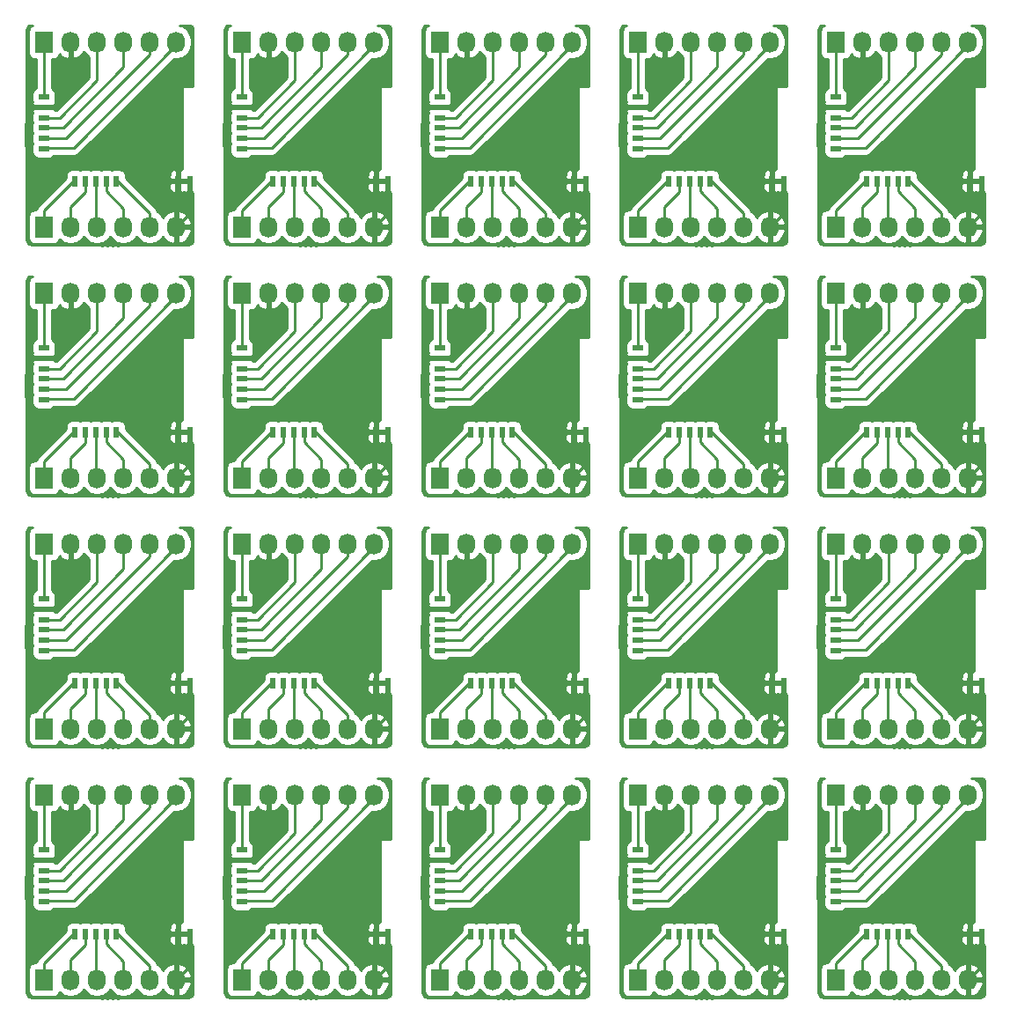
<source format=gtl>
G04 #@! TF.FileFunction,Copper,L1,Top,Signal*
%FSLAX46Y46*%
G04 Gerber Fmt 4.6, Leading zero omitted, Abs format (unit mm)*
G04 Created by KiCad (PCBNEW 4.1.0-alpha+201608131231+7028~46~ubuntu16.04.1-product) date Sat Aug 27 16:11:23 2016*
%MOMM*%
%LPD*%
G01*
G04 APERTURE LIST*
%ADD10C,0.100000*%
%ADD11C,0.600000*%
%ADD12R,1.727200X2.032000*%
%ADD13O,1.727200X2.032000*%
%ADD14R,0.500000X1.000000*%
%ADD15R,1.000000X0.500000*%
%ADD16C,0.250000*%
%ADD17C,0.254000*%
G04 APERTURE END LIST*
D10*
D11*
X95105000Y-95490000D03*
X95740000Y-94855000D03*
X95105000Y-94220000D03*
X95740000Y-96125000D03*
X95740000Y-98665000D03*
X95740000Y-99935000D03*
X95105000Y-99300000D03*
X114790000Y-99935000D03*
X114790000Y-97395000D03*
X114155000Y-99300000D03*
X114790000Y-98665000D03*
X114155000Y-96760000D03*
X114155000Y-95490000D03*
X114155000Y-98030000D03*
X114155000Y-94220000D03*
X114790000Y-93585000D03*
X114790000Y-94855000D03*
X114790000Y-96125000D03*
D12*
X102110000Y-89100000D03*
D13*
X104650000Y-89100000D03*
X107190000Y-89100000D03*
X109730000Y-89100000D03*
X112270000Y-89100000D03*
X114810000Y-89100000D03*
D11*
X114790000Y-101205000D03*
X114155000Y-100570000D03*
X115425000Y-103745000D03*
X114155000Y-101840000D03*
D12*
X102110000Y-106880000D03*
D13*
X104650000Y-106880000D03*
X107190000Y-106880000D03*
X109730000Y-106880000D03*
X112270000Y-106880000D03*
X114810000Y-106880000D03*
D11*
X115425000Y-79615000D03*
X114155000Y-72630000D03*
X114790000Y-73265000D03*
X114155000Y-77710000D03*
X114155000Y-75170000D03*
X114155000Y-76440000D03*
X114790000Y-75805000D03*
X114790000Y-77075000D03*
X115425000Y-92950000D03*
X114790000Y-92315000D03*
X116060000Y-92315000D03*
X114155000Y-92950000D03*
X115425000Y-68820000D03*
X114155000Y-68820000D03*
X114790000Y-68185000D03*
D12*
X102110000Y-64970000D03*
D13*
X104650000Y-64970000D03*
X107190000Y-64970000D03*
X109730000Y-64970000D03*
X112270000Y-64970000D03*
X114810000Y-64970000D03*
D11*
X116060000Y-68185000D03*
X114155000Y-73900000D03*
D12*
X102110000Y-82750000D03*
D13*
X104650000Y-82750000D03*
X107190000Y-82750000D03*
X109730000Y-82750000D03*
X112270000Y-82750000D03*
X114810000Y-82750000D03*
D11*
X114790000Y-74535000D03*
X114155000Y-71360000D03*
X114790000Y-70725000D03*
X114790000Y-69455000D03*
X114790000Y-71995000D03*
X114155000Y-70090000D03*
X96375000Y-92950000D03*
X97010000Y-92315000D03*
X95105000Y-92950000D03*
X95740000Y-93585000D03*
X95740000Y-92315000D03*
D12*
X83060000Y-89100000D03*
D13*
X85600000Y-89100000D03*
X88140000Y-89100000D03*
X90680000Y-89100000D03*
X93220000Y-89100000D03*
X95760000Y-89100000D03*
D11*
X95105000Y-96760000D03*
D12*
X83060000Y-106880000D03*
D13*
X85600000Y-106880000D03*
X88140000Y-106880000D03*
X90680000Y-106880000D03*
X93220000Y-106880000D03*
X95760000Y-106880000D03*
D11*
X95105000Y-98030000D03*
X95740000Y-97395000D03*
X96375000Y-103745000D03*
X95105000Y-101840000D03*
X95105000Y-100570000D03*
X95740000Y-101205000D03*
X76055000Y-95490000D03*
X76055000Y-94220000D03*
X76690000Y-93585000D03*
X76690000Y-94855000D03*
X76055000Y-92950000D03*
X77325000Y-92950000D03*
X77960000Y-92315000D03*
X76690000Y-92315000D03*
X76690000Y-99935000D03*
X76690000Y-101205000D03*
X76055000Y-99300000D03*
X76055000Y-100570000D03*
X76690000Y-97395000D03*
X76690000Y-98665000D03*
X76055000Y-98030000D03*
X95740000Y-74535000D03*
X95740000Y-71995000D03*
D12*
X83060000Y-82750000D03*
D13*
X85600000Y-82750000D03*
X88140000Y-82750000D03*
X90680000Y-82750000D03*
X93220000Y-82750000D03*
X95760000Y-82750000D03*
D11*
X76055000Y-72630000D03*
X76690000Y-71995000D03*
X76055000Y-71360000D03*
X95105000Y-73900000D03*
X95105000Y-71360000D03*
X95105000Y-75170000D03*
X95105000Y-72630000D03*
X95740000Y-73265000D03*
X95105000Y-70090000D03*
X95740000Y-69455000D03*
X95740000Y-70725000D03*
X76690000Y-70725000D03*
X76055000Y-70090000D03*
X76690000Y-69455000D03*
X77325000Y-68820000D03*
X76690000Y-68185000D03*
X76055000Y-68820000D03*
X77960000Y-68185000D03*
X95740000Y-77075000D03*
X95105000Y-77710000D03*
X95105000Y-76440000D03*
X96375000Y-79615000D03*
X95740000Y-75805000D03*
D12*
X83060000Y-64970000D03*
D13*
X85600000Y-64970000D03*
X88140000Y-64970000D03*
X90680000Y-64970000D03*
X93220000Y-64970000D03*
X95760000Y-64970000D03*
D11*
X97010000Y-68185000D03*
X95740000Y-68185000D03*
X96375000Y-68820000D03*
X95105000Y-68820000D03*
X38590000Y-71995000D03*
X38590000Y-69455000D03*
X38590000Y-70725000D03*
X37955000Y-70090000D03*
X37955000Y-72630000D03*
X38590000Y-73265000D03*
X37955000Y-68820000D03*
X39860000Y-68185000D03*
X38590000Y-68185000D03*
X37955000Y-71360000D03*
X39225000Y-68820000D03*
D12*
X25910000Y-64970000D03*
D13*
X28450000Y-64970000D03*
X30990000Y-64970000D03*
X33530000Y-64970000D03*
X36070000Y-64970000D03*
X38610000Y-64970000D03*
D11*
X38590000Y-77075000D03*
X37955000Y-76440000D03*
X37955000Y-75170000D03*
X39225000Y-79615000D03*
X37955000Y-77710000D03*
X38590000Y-75805000D03*
X38590000Y-74535000D03*
X37955000Y-73900000D03*
D12*
X25910000Y-82750000D03*
D13*
X28450000Y-82750000D03*
X30990000Y-82750000D03*
X33530000Y-82750000D03*
X36070000Y-82750000D03*
X38610000Y-82750000D03*
D12*
X44960000Y-64970000D03*
D13*
X47500000Y-64970000D03*
X50040000Y-64970000D03*
X52580000Y-64970000D03*
X55120000Y-64970000D03*
X57660000Y-64970000D03*
D11*
X57640000Y-74535000D03*
X57005000Y-73900000D03*
D12*
X44960000Y-106880000D03*
D13*
X47500000Y-106880000D03*
X50040000Y-106880000D03*
X52580000Y-106880000D03*
X55120000Y-106880000D03*
X57660000Y-106880000D03*
D11*
X58275000Y-103745000D03*
X57640000Y-101205000D03*
X57640000Y-99935000D03*
X57640000Y-98665000D03*
X57640000Y-97395000D03*
X57640000Y-92315000D03*
X58910000Y-92315000D03*
X58275000Y-92950000D03*
X57640000Y-96125000D03*
D12*
X64010000Y-89100000D03*
D13*
X66550000Y-89100000D03*
X69090000Y-89100000D03*
X71630000Y-89100000D03*
X74170000Y-89100000D03*
X76710000Y-89100000D03*
D11*
X76055000Y-96760000D03*
X76690000Y-96125000D03*
D12*
X64010000Y-106880000D03*
D13*
X66550000Y-106880000D03*
X69090000Y-106880000D03*
X71630000Y-106880000D03*
X74170000Y-106880000D03*
X76710000Y-106880000D03*
D11*
X76055000Y-101840000D03*
X77325000Y-103745000D03*
X57005000Y-76440000D03*
X58275000Y-79615000D03*
X57005000Y-77710000D03*
X57640000Y-75805000D03*
X57640000Y-77075000D03*
X57005000Y-75170000D03*
X57005000Y-72630000D03*
X76055000Y-73900000D03*
X76690000Y-73265000D03*
X76690000Y-74535000D03*
X76055000Y-75170000D03*
X57640000Y-71995000D03*
X57640000Y-73265000D03*
X58910000Y-68185000D03*
X57005000Y-68820000D03*
X57640000Y-68185000D03*
X57640000Y-69455000D03*
X58275000Y-68820000D03*
X57640000Y-70725000D03*
X57005000Y-70090000D03*
X57005000Y-71360000D03*
X77325000Y-79615000D03*
D12*
X64010000Y-82750000D03*
D13*
X66550000Y-82750000D03*
X69090000Y-82750000D03*
X71630000Y-82750000D03*
X74170000Y-82750000D03*
X76710000Y-82750000D03*
D12*
X64010000Y-64970000D03*
D13*
X66550000Y-64970000D03*
X69090000Y-64970000D03*
X71630000Y-64970000D03*
X74170000Y-64970000D03*
X76710000Y-64970000D03*
D11*
X76055000Y-77710000D03*
X76055000Y-76440000D03*
X76690000Y-77075000D03*
X76690000Y-75805000D03*
X39225000Y-103745000D03*
D12*
X25910000Y-106880000D03*
D13*
X28450000Y-106880000D03*
X30990000Y-106880000D03*
X33530000Y-106880000D03*
X36070000Y-106880000D03*
X38610000Y-106880000D03*
D11*
X38590000Y-93585000D03*
X38590000Y-101205000D03*
X37955000Y-100570000D03*
X37955000Y-101840000D03*
X38590000Y-99935000D03*
X38590000Y-98665000D03*
X37955000Y-99300000D03*
X37955000Y-98030000D03*
D12*
X25910000Y-89100000D03*
D13*
X28450000Y-89100000D03*
X30990000Y-89100000D03*
X33530000Y-89100000D03*
X36070000Y-89100000D03*
X38610000Y-89100000D03*
D11*
X39860000Y-92315000D03*
X37955000Y-92950000D03*
X38590000Y-92315000D03*
X39225000Y-92950000D03*
X38590000Y-96125000D03*
X38590000Y-94855000D03*
X37955000Y-95490000D03*
X37955000Y-94220000D03*
X38590000Y-97395000D03*
X37955000Y-96760000D03*
X57005000Y-101840000D03*
X57005000Y-95490000D03*
X57005000Y-99300000D03*
X57005000Y-96760000D03*
X57005000Y-98030000D03*
D12*
X44960000Y-82750000D03*
D13*
X47500000Y-82750000D03*
X50040000Y-82750000D03*
X52580000Y-82750000D03*
X55120000Y-82750000D03*
X57660000Y-82750000D03*
D12*
X44960000Y-89100000D03*
D13*
X47500000Y-89100000D03*
X50040000Y-89100000D03*
X52580000Y-89100000D03*
X55120000Y-89100000D03*
X57660000Y-89100000D03*
D11*
X57005000Y-92950000D03*
X57640000Y-94855000D03*
X57640000Y-93585000D03*
X57005000Y-94220000D03*
X57005000Y-100570000D03*
X114790000Y-122795000D03*
X114155000Y-122160000D03*
X114155000Y-120890000D03*
X114155000Y-119620000D03*
X114155000Y-118350000D03*
X114790000Y-117715000D03*
X114790000Y-118985000D03*
X114790000Y-120255000D03*
X114790000Y-121525000D03*
X115425000Y-117080000D03*
D12*
X102110000Y-131010000D03*
D13*
X104650000Y-131010000D03*
X107190000Y-131010000D03*
X109730000Y-131010000D03*
X112270000Y-131010000D03*
X114810000Y-131010000D03*
D11*
X115425000Y-127875000D03*
X114155000Y-125970000D03*
X114155000Y-123430000D03*
X114155000Y-124700000D03*
X114790000Y-125335000D03*
X114790000Y-124065000D03*
X116060000Y-116445000D03*
X114155000Y-117080000D03*
X114790000Y-116445000D03*
D12*
X102110000Y-113230000D03*
D13*
X104650000Y-113230000D03*
X107190000Y-113230000D03*
X109730000Y-113230000D03*
X112270000Y-113230000D03*
X114810000Y-113230000D03*
D11*
X39225000Y-117080000D03*
X39860000Y-116445000D03*
X37955000Y-117080000D03*
X38590000Y-116445000D03*
X38590000Y-125335000D03*
X37955000Y-123430000D03*
X37955000Y-124700000D03*
X37955000Y-122160000D03*
D12*
X25910000Y-131010000D03*
D13*
X28450000Y-131010000D03*
X30990000Y-131010000D03*
X33530000Y-131010000D03*
X36070000Y-131010000D03*
X38610000Y-131010000D03*
D11*
X39225000Y-127875000D03*
X37955000Y-125970000D03*
X38590000Y-124065000D03*
X38590000Y-122795000D03*
X37955000Y-119620000D03*
X37955000Y-118350000D03*
X37955000Y-120890000D03*
D12*
X25910000Y-113230000D03*
D13*
X28450000Y-113230000D03*
X30990000Y-113230000D03*
X33530000Y-113230000D03*
X36070000Y-113230000D03*
X38610000Y-113230000D03*
D11*
X38590000Y-121525000D03*
X38590000Y-117715000D03*
X38590000Y-118985000D03*
X38590000Y-120255000D03*
X57005000Y-124700000D03*
X57005000Y-125970000D03*
X57640000Y-125335000D03*
X57005000Y-123430000D03*
X58275000Y-127875000D03*
X57640000Y-124065000D03*
X58910000Y-116445000D03*
X57005000Y-117080000D03*
X57640000Y-116445000D03*
X58275000Y-117080000D03*
D12*
X44960000Y-113230000D03*
D13*
X47500000Y-113230000D03*
X50040000Y-113230000D03*
X52580000Y-113230000D03*
X55120000Y-113230000D03*
X57660000Y-113230000D03*
D11*
X57640000Y-122795000D03*
X57005000Y-120890000D03*
X57640000Y-121525000D03*
X57005000Y-122160000D03*
X57640000Y-117715000D03*
D12*
X44960000Y-131010000D03*
D13*
X47500000Y-131010000D03*
X50040000Y-131010000D03*
X52580000Y-131010000D03*
X55120000Y-131010000D03*
X57660000Y-131010000D03*
D11*
X76690000Y-118985000D03*
X76055000Y-118350000D03*
X76690000Y-120255000D03*
X76055000Y-119620000D03*
X76690000Y-117715000D03*
X76690000Y-116445000D03*
X77325000Y-117080000D03*
X76055000Y-117080000D03*
X77960000Y-116445000D03*
D12*
X64010000Y-113230000D03*
D13*
X66550000Y-113230000D03*
X69090000Y-113230000D03*
X71630000Y-113230000D03*
X74170000Y-113230000D03*
X76710000Y-113230000D03*
D11*
X76055000Y-125970000D03*
D12*
X64010000Y-131010000D03*
D13*
X66550000Y-131010000D03*
X69090000Y-131010000D03*
X71630000Y-131010000D03*
X74170000Y-131010000D03*
X76710000Y-131010000D03*
D11*
X77325000Y-127875000D03*
X76055000Y-124700000D03*
X76690000Y-125335000D03*
X76690000Y-124065000D03*
X76055000Y-123430000D03*
X76055000Y-122160000D03*
X76690000Y-121525000D03*
X76690000Y-122795000D03*
X76055000Y-120890000D03*
X57640000Y-118985000D03*
X57640000Y-120255000D03*
X57005000Y-118350000D03*
X57005000Y-119620000D03*
D12*
X83060000Y-131010000D03*
D13*
X85600000Y-131010000D03*
X88140000Y-131010000D03*
X90680000Y-131010000D03*
X93220000Y-131010000D03*
X95760000Y-131010000D03*
D12*
X83060000Y-113230000D03*
D13*
X85600000Y-113230000D03*
X88140000Y-113230000D03*
X90680000Y-113230000D03*
X93220000Y-113230000D03*
X95760000Y-113230000D03*
D11*
X95740000Y-116445000D03*
X96375000Y-117080000D03*
X97010000Y-116445000D03*
X95105000Y-117080000D03*
X95105000Y-120890000D03*
X95740000Y-125335000D03*
X95105000Y-125970000D03*
X95740000Y-124065000D03*
X95105000Y-124700000D03*
X95740000Y-120255000D03*
X95105000Y-118350000D03*
X95740000Y-118985000D03*
X95740000Y-117715000D03*
X95105000Y-119620000D03*
X95105000Y-123430000D03*
X95740000Y-121525000D03*
X96375000Y-127875000D03*
X95740000Y-122795000D03*
X95105000Y-122160000D03*
X114155000Y-142480000D03*
X114155000Y-146290000D03*
X114155000Y-145020000D03*
X114155000Y-143750000D03*
X114155000Y-147560000D03*
X114790000Y-149465000D03*
X114155000Y-148830000D03*
X114155000Y-150100000D03*
X115425000Y-152005000D03*
D12*
X102110000Y-155140000D03*
D13*
X104650000Y-155140000D03*
X107190000Y-155140000D03*
X109730000Y-155140000D03*
X112270000Y-155140000D03*
X114810000Y-155140000D03*
D11*
X114790000Y-140575000D03*
X116060000Y-140575000D03*
X114790000Y-144385000D03*
D12*
X102110000Y-137360000D03*
D13*
X104650000Y-137360000D03*
X107190000Y-137360000D03*
X109730000Y-137360000D03*
X112270000Y-137360000D03*
X114810000Y-137360000D03*
D11*
X115425000Y-141210000D03*
X114155000Y-141210000D03*
X114790000Y-141845000D03*
X114790000Y-143115000D03*
X114790000Y-148195000D03*
X114790000Y-145655000D03*
X114790000Y-146925000D03*
X77960000Y-140575000D03*
X76690000Y-140575000D03*
D12*
X64010000Y-137360000D03*
D13*
X66550000Y-137360000D03*
X69090000Y-137360000D03*
X71630000Y-137360000D03*
X74170000Y-137360000D03*
X76710000Y-137360000D03*
D11*
X76690000Y-143115000D03*
X76055000Y-143750000D03*
X76690000Y-144385000D03*
X76055000Y-142480000D03*
X76690000Y-141845000D03*
X76055000Y-148830000D03*
X77325000Y-141210000D03*
X76055000Y-141210000D03*
X76055000Y-146290000D03*
X76055000Y-145020000D03*
X76055000Y-147560000D03*
X77325000Y-152005000D03*
X76055000Y-150100000D03*
D12*
X64010000Y-155140000D03*
D13*
X66550000Y-155140000D03*
X69090000Y-155140000D03*
X71630000Y-155140000D03*
X74170000Y-155140000D03*
X76710000Y-155140000D03*
D11*
X95740000Y-145655000D03*
X95105000Y-146290000D03*
X95740000Y-146925000D03*
X95105000Y-145020000D03*
X95740000Y-144385000D03*
X95105000Y-143750000D03*
X95105000Y-142480000D03*
X95740000Y-143115000D03*
X95740000Y-141845000D03*
D12*
X83060000Y-137360000D03*
D13*
X85600000Y-137360000D03*
X88140000Y-137360000D03*
X90680000Y-137360000D03*
X93220000Y-137360000D03*
X95760000Y-137360000D03*
D11*
X95105000Y-141210000D03*
X95740000Y-140575000D03*
X96375000Y-141210000D03*
X97010000Y-140575000D03*
X95740000Y-149465000D03*
X95105000Y-148830000D03*
X95105000Y-147560000D03*
X95740000Y-148195000D03*
X95105000Y-150100000D03*
D12*
X83060000Y-155140000D03*
D13*
X85600000Y-155140000D03*
X88140000Y-155140000D03*
X90680000Y-155140000D03*
X93220000Y-155140000D03*
X95760000Y-155140000D03*
D11*
X96375000Y-152005000D03*
X76690000Y-149465000D03*
X76690000Y-148195000D03*
X76690000Y-146925000D03*
X76690000Y-145655000D03*
X57640000Y-149465000D03*
X57640000Y-148195000D03*
X57005000Y-145020000D03*
X57005000Y-148830000D03*
X57005000Y-150100000D03*
D12*
X44960000Y-155140000D03*
D13*
X47500000Y-155140000D03*
X50040000Y-155140000D03*
X52580000Y-155140000D03*
X55120000Y-155140000D03*
X57660000Y-155140000D03*
D11*
X58275000Y-152005000D03*
X57640000Y-144385000D03*
X57640000Y-143115000D03*
X57005000Y-142480000D03*
X57005000Y-143750000D03*
X57640000Y-141845000D03*
X57640000Y-146925000D03*
X57640000Y-145655000D03*
X57005000Y-147560000D03*
X57005000Y-146290000D03*
D12*
X44960000Y-137360000D03*
D13*
X47500000Y-137360000D03*
X50040000Y-137360000D03*
X52580000Y-137360000D03*
X55120000Y-137360000D03*
X57660000Y-137360000D03*
D11*
X58910000Y-140575000D03*
X57005000Y-141210000D03*
X57640000Y-140575000D03*
X58275000Y-141210000D03*
X39225000Y-152005000D03*
X38590000Y-140575000D03*
X39860000Y-140575000D03*
X37955000Y-150100000D03*
X37955000Y-148830000D03*
X37955000Y-147560000D03*
X37955000Y-146290000D03*
X37955000Y-145020000D03*
X37955000Y-143750000D03*
X37955000Y-142480000D03*
X37955000Y-141210000D03*
X39225000Y-141210000D03*
X38590000Y-141845000D03*
X38590000Y-143115000D03*
X38590000Y-144385000D03*
X38590000Y-145655000D03*
X38590000Y-146925000D03*
X38590000Y-148195000D03*
D12*
X25910000Y-155140000D03*
D13*
X28450000Y-155140000D03*
X30990000Y-155140000D03*
X33530000Y-155140000D03*
X36070000Y-155140000D03*
X38610000Y-155140000D03*
D12*
X25910000Y-137360000D03*
D13*
X28450000Y-137360000D03*
X30990000Y-137360000D03*
X33530000Y-137360000D03*
X36070000Y-137360000D03*
X38610000Y-137360000D03*
D11*
X38590000Y-149465000D03*
D14*
X116140000Y-150735000D03*
X114990000Y-150735000D03*
X109090000Y-150735000D03*
X108090000Y-150735000D03*
X107090000Y-150735000D03*
X106090000Y-150735000D03*
X105090000Y-150735000D03*
D15*
X102090000Y-147635000D03*
X102090000Y-146635000D03*
X102090000Y-145635000D03*
X102090000Y-144635000D03*
X102090000Y-143635000D03*
X102090000Y-142635000D03*
D14*
X97090000Y-150735000D03*
X95940000Y-150735000D03*
X90040000Y-150735000D03*
X89040000Y-150735000D03*
X88040000Y-150735000D03*
X87040000Y-150735000D03*
X86040000Y-150735000D03*
D15*
X83040000Y-147635000D03*
X83040000Y-146635000D03*
X83040000Y-145635000D03*
X83040000Y-144635000D03*
X83040000Y-143635000D03*
X83040000Y-142635000D03*
D14*
X78040000Y-150735000D03*
X76890000Y-150735000D03*
X70990000Y-150735000D03*
X69990000Y-150735000D03*
X68990000Y-150735000D03*
X67990000Y-150735000D03*
X66990000Y-150735000D03*
D15*
X63990000Y-147635000D03*
X63990000Y-146635000D03*
X63990000Y-145635000D03*
X63990000Y-144635000D03*
X63990000Y-143635000D03*
X63990000Y-142635000D03*
D14*
X58990000Y-150735000D03*
X57840000Y-150735000D03*
X51940000Y-150735000D03*
X50940000Y-150735000D03*
X49940000Y-150735000D03*
X48940000Y-150735000D03*
X47940000Y-150735000D03*
D15*
X44940000Y-147635000D03*
X44940000Y-146635000D03*
X44940000Y-145635000D03*
X44940000Y-144635000D03*
X44940000Y-143635000D03*
X44940000Y-142635000D03*
D14*
X39940000Y-150735000D03*
X38790000Y-150735000D03*
X32890000Y-150735000D03*
X31890000Y-150735000D03*
X30890000Y-150735000D03*
X29890000Y-150735000D03*
X28890000Y-150735000D03*
D15*
X25890000Y-147635000D03*
X25890000Y-146635000D03*
X25890000Y-145635000D03*
X25890000Y-144635000D03*
X25890000Y-143635000D03*
X25890000Y-142635000D03*
D14*
X58990000Y-102475000D03*
X57840000Y-102475000D03*
X51940000Y-102475000D03*
X50940000Y-102475000D03*
X49940000Y-102475000D03*
X48940000Y-102475000D03*
X47940000Y-102475000D03*
D15*
X44940000Y-99375000D03*
X44940000Y-98375000D03*
X44940000Y-97375000D03*
X44940000Y-96375000D03*
X44940000Y-95375000D03*
X44940000Y-94375000D03*
D14*
X39940000Y-102475000D03*
X38790000Y-102475000D03*
X32890000Y-102475000D03*
X31890000Y-102475000D03*
X30890000Y-102475000D03*
X29890000Y-102475000D03*
X28890000Y-102475000D03*
D15*
X25890000Y-99375000D03*
X25890000Y-98375000D03*
X25890000Y-97375000D03*
X25890000Y-96375000D03*
X25890000Y-95375000D03*
X25890000Y-94375000D03*
D14*
X97090000Y-126605000D03*
X95940000Y-126605000D03*
X90040000Y-126605000D03*
X89040000Y-126605000D03*
X88040000Y-126605000D03*
X87040000Y-126605000D03*
X86040000Y-126605000D03*
D15*
X83040000Y-123505000D03*
X83040000Y-122505000D03*
X83040000Y-121505000D03*
X83040000Y-120505000D03*
X83040000Y-119505000D03*
X83040000Y-118505000D03*
D14*
X78040000Y-126605000D03*
X76890000Y-126605000D03*
X70990000Y-126605000D03*
X69990000Y-126605000D03*
X68990000Y-126605000D03*
X67990000Y-126605000D03*
X66990000Y-126605000D03*
D15*
X63990000Y-123505000D03*
X63990000Y-122505000D03*
X63990000Y-121505000D03*
X63990000Y-120505000D03*
X63990000Y-119505000D03*
X63990000Y-118505000D03*
D14*
X58990000Y-126605000D03*
X57840000Y-126605000D03*
X51940000Y-126605000D03*
X50940000Y-126605000D03*
X49940000Y-126605000D03*
X48940000Y-126605000D03*
X47940000Y-126605000D03*
D15*
X44940000Y-123505000D03*
X44940000Y-122505000D03*
X44940000Y-121505000D03*
X44940000Y-120505000D03*
X44940000Y-119505000D03*
X44940000Y-118505000D03*
D14*
X39940000Y-126605000D03*
X38790000Y-126605000D03*
X32890000Y-126605000D03*
X31890000Y-126605000D03*
X30890000Y-126605000D03*
X29890000Y-126605000D03*
X28890000Y-126605000D03*
D15*
X25890000Y-123505000D03*
X25890000Y-122505000D03*
X25890000Y-121505000D03*
X25890000Y-120505000D03*
X25890000Y-119505000D03*
X25890000Y-118505000D03*
D14*
X116140000Y-126605000D03*
X114990000Y-126605000D03*
X109090000Y-126605000D03*
X108090000Y-126605000D03*
X107090000Y-126605000D03*
X106090000Y-126605000D03*
X105090000Y-126605000D03*
D15*
X102090000Y-123505000D03*
X102090000Y-122505000D03*
X102090000Y-121505000D03*
X102090000Y-120505000D03*
X102090000Y-119505000D03*
X102090000Y-118505000D03*
D14*
X78040000Y-78345000D03*
X76890000Y-78345000D03*
X70990000Y-78345000D03*
X69990000Y-78345000D03*
X68990000Y-78345000D03*
X67990000Y-78345000D03*
X66990000Y-78345000D03*
D15*
X63990000Y-75245000D03*
X63990000Y-74245000D03*
X63990000Y-73245000D03*
X63990000Y-72245000D03*
X63990000Y-71245000D03*
X63990000Y-70245000D03*
D14*
X78040000Y-102475000D03*
X76890000Y-102475000D03*
X70990000Y-102475000D03*
X69990000Y-102475000D03*
X68990000Y-102475000D03*
X67990000Y-102475000D03*
X66990000Y-102475000D03*
D15*
X63990000Y-99375000D03*
X63990000Y-98375000D03*
X63990000Y-97375000D03*
X63990000Y-96375000D03*
X63990000Y-95375000D03*
X63990000Y-94375000D03*
D14*
X58990000Y-78345000D03*
X57840000Y-78345000D03*
X51940000Y-78345000D03*
X50940000Y-78345000D03*
X49940000Y-78345000D03*
X48940000Y-78345000D03*
X47940000Y-78345000D03*
D15*
X44940000Y-75245000D03*
X44940000Y-74245000D03*
X44940000Y-73245000D03*
X44940000Y-72245000D03*
X44940000Y-71245000D03*
X44940000Y-70245000D03*
D14*
X97090000Y-78345000D03*
X95940000Y-78345000D03*
X90040000Y-78345000D03*
X89040000Y-78345000D03*
X88040000Y-78345000D03*
X87040000Y-78345000D03*
X86040000Y-78345000D03*
D15*
X83040000Y-75245000D03*
X83040000Y-74245000D03*
X83040000Y-73245000D03*
X83040000Y-72245000D03*
X83040000Y-71245000D03*
X83040000Y-70245000D03*
D14*
X97090000Y-102475000D03*
X95940000Y-102475000D03*
X90040000Y-102475000D03*
X89040000Y-102475000D03*
X88040000Y-102475000D03*
X87040000Y-102475000D03*
X86040000Y-102475000D03*
D15*
X83040000Y-99375000D03*
X83040000Y-98375000D03*
X83040000Y-97375000D03*
X83040000Y-96375000D03*
X83040000Y-95375000D03*
X83040000Y-94375000D03*
D14*
X116140000Y-78345000D03*
X114990000Y-78345000D03*
X109090000Y-78345000D03*
X108090000Y-78345000D03*
X107090000Y-78345000D03*
X106090000Y-78345000D03*
X105090000Y-78345000D03*
D15*
X102090000Y-75245000D03*
X102090000Y-74245000D03*
X102090000Y-73245000D03*
X102090000Y-72245000D03*
X102090000Y-71245000D03*
X102090000Y-70245000D03*
D14*
X116140000Y-102475000D03*
X114990000Y-102475000D03*
X109090000Y-102475000D03*
X108090000Y-102475000D03*
X107090000Y-102475000D03*
X106090000Y-102475000D03*
X105090000Y-102475000D03*
D15*
X102090000Y-99375000D03*
X102090000Y-98375000D03*
X102090000Y-97375000D03*
X102090000Y-96375000D03*
X102090000Y-95375000D03*
X102090000Y-94375000D03*
D14*
X39940000Y-78345000D03*
X38790000Y-78345000D03*
X32890000Y-78345000D03*
X31890000Y-78345000D03*
X30890000Y-78345000D03*
X29890000Y-78345000D03*
X28890000Y-78345000D03*
D15*
X25890000Y-75245000D03*
X25890000Y-74245000D03*
X25890000Y-73245000D03*
X25890000Y-72245000D03*
X25890000Y-71245000D03*
X25890000Y-70245000D03*
D16*
X83040000Y-94375000D02*
X83060000Y-89100000D01*
X102090000Y-94375000D02*
X102110000Y-89100000D01*
X102090000Y-70245000D02*
X102110000Y-64970000D01*
X83040000Y-70245000D02*
X83060000Y-64970000D01*
X63990000Y-70245000D02*
X64010000Y-64970000D01*
X63990000Y-94375000D02*
X64010000Y-89100000D01*
X25890000Y-70245000D02*
X25910000Y-64970000D01*
X44940000Y-70245000D02*
X44960000Y-64970000D01*
X25890000Y-94375000D02*
X25910000Y-89100000D01*
X44940000Y-94375000D02*
X44960000Y-89100000D01*
X25890000Y-118505000D02*
X25910000Y-113230000D01*
X102090000Y-118505000D02*
X102110000Y-113230000D01*
X44940000Y-118505000D02*
X44960000Y-113230000D01*
X63990000Y-118505000D02*
X64010000Y-113230000D01*
X83040000Y-118505000D02*
X83060000Y-113230000D01*
X102090000Y-142635000D02*
X102110000Y-137360000D01*
X83040000Y-142635000D02*
X83060000Y-137360000D01*
X63990000Y-142635000D02*
X64010000Y-137360000D01*
X44940000Y-142635000D02*
X44960000Y-137360000D01*
X25890000Y-142635000D02*
X25910000Y-137360000D01*
X102090000Y-96375000D02*
X103619520Y-96375000D01*
X83040000Y-96375000D02*
X84569520Y-96375000D01*
X88140000Y-92804520D02*
X88140000Y-89100000D01*
X84569520Y-96375000D02*
X88140000Y-92804520D01*
X103619520Y-96375000D02*
X107190000Y-92804520D01*
X107190000Y-92804520D02*
X107190000Y-89100000D01*
X103619520Y-72245000D02*
X107190000Y-68674520D01*
X102090000Y-72245000D02*
X103619520Y-72245000D01*
X107190000Y-68674520D02*
X107190000Y-64970000D01*
X84569520Y-72245000D02*
X88140000Y-68674520D01*
X83040000Y-72245000D02*
X84569520Y-72245000D01*
X88140000Y-68674520D02*
X88140000Y-64970000D01*
X65519520Y-72245000D02*
X69090000Y-68674520D01*
X63990000Y-72245000D02*
X65519520Y-72245000D01*
X69090000Y-68674520D02*
X69090000Y-64970000D01*
X63990000Y-96375000D02*
X65519520Y-96375000D01*
X69090000Y-92804520D02*
X69090000Y-89100000D01*
X65519520Y-96375000D02*
X69090000Y-92804520D01*
X25890000Y-72245000D02*
X27419520Y-72245000D01*
X27419520Y-72245000D02*
X30990000Y-68674520D01*
X30990000Y-68674520D02*
X30990000Y-64970000D01*
X50040000Y-68674520D02*
X50040000Y-64970000D01*
X44940000Y-72245000D02*
X46469520Y-72245000D01*
X46469520Y-72245000D02*
X50040000Y-68674520D01*
X30990000Y-92804520D02*
X30990000Y-89100000D01*
X27419520Y-96375000D02*
X30990000Y-92804520D01*
X25890000Y-96375000D02*
X27419520Y-96375000D01*
X44940000Y-96375000D02*
X46469520Y-96375000D01*
X46469520Y-96375000D02*
X50040000Y-92804520D01*
X50040000Y-92804520D02*
X50040000Y-89100000D01*
X103619520Y-120505000D02*
X107190000Y-116934520D01*
X107190000Y-116934520D02*
X107190000Y-113230000D01*
X25890000Y-120505000D02*
X27419520Y-120505000D01*
X27419520Y-120505000D02*
X30990000Y-116934520D01*
X30990000Y-116934520D02*
X30990000Y-113230000D01*
X102090000Y-120505000D02*
X103619520Y-120505000D01*
X84569520Y-120505000D02*
X88140000Y-116934520D01*
X83040000Y-120505000D02*
X84569520Y-120505000D01*
X88140000Y-116934520D02*
X88140000Y-113230000D01*
X44940000Y-120505000D02*
X46469520Y-120505000D01*
X50040000Y-116934520D02*
X50040000Y-113230000D01*
X46469520Y-120505000D02*
X50040000Y-116934520D01*
X69090000Y-116934520D02*
X69090000Y-113230000D01*
X65519520Y-120505000D02*
X69090000Y-116934520D01*
X63990000Y-120505000D02*
X65519520Y-120505000D01*
X103619520Y-144635000D02*
X107190000Y-141064520D01*
X102090000Y-144635000D02*
X103619520Y-144635000D01*
X107190000Y-141064520D02*
X107190000Y-137360000D01*
X84569520Y-144635000D02*
X88140000Y-141064520D01*
X83040000Y-144635000D02*
X84569520Y-144635000D01*
X88140000Y-141064520D02*
X88140000Y-137360000D01*
X69090000Y-141064520D02*
X69090000Y-137360000D01*
X63990000Y-144635000D02*
X65519520Y-144635000D01*
X65519520Y-144635000D02*
X69090000Y-141064520D01*
X50040000Y-141064520D02*
X50040000Y-137360000D01*
X44940000Y-144635000D02*
X46469520Y-144635000D01*
X46469520Y-144635000D02*
X50040000Y-141064520D01*
X25890000Y-144635000D02*
X27419520Y-144635000D01*
X27419520Y-144635000D02*
X30990000Y-141064520D01*
X30990000Y-141064520D02*
X30990000Y-137360000D01*
X84888246Y-97318830D02*
X90680000Y-91527076D01*
X90680000Y-91527076D02*
X90680000Y-89100000D01*
X83040000Y-97375000D02*
X83096170Y-97318830D01*
X83096170Y-97318830D02*
X84888246Y-97318830D01*
X103938246Y-97318830D02*
X109730000Y-91527076D01*
X102090000Y-97375000D02*
X102146170Y-97318830D01*
X102146170Y-97318830D02*
X103938246Y-97318830D01*
X109730000Y-91527076D02*
X109730000Y-89100000D01*
X83096170Y-73188830D02*
X84888246Y-73188830D01*
X83040000Y-73245000D02*
X83096170Y-73188830D01*
X102090000Y-73245000D02*
X102146170Y-73188830D01*
X103938246Y-73188830D02*
X109730000Y-67397076D01*
X90680000Y-67397076D02*
X90680000Y-64970000D01*
X102146170Y-73188830D02*
X103938246Y-73188830D01*
X109730000Y-67397076D02*
X109730000Y-64970000D01*
X84888246Y-73188830D02*
X90680000Y-67397076D01*
X65838246Y-73188830D02*
X71630000Y-67397076D01*
X63990000Y-73245000D02*
X64046170Y-73188830D01*
X64046170Y-73188830D02*
X65838246Y-73188830D01*
X71630000Y-67397076D02*
X71630000Y-64970000D01*
X64046170Y-97318830D02*
X65838246Y-97318830D01*
X63990000Y-97375000D02*
X64046170Y-97318830D01*
X71630000Y-91527076D02*
X71630000Y-89100000D01*
X65838246Y-97318830D02*
X71630000Y-91527076D01*
X25946170Y-73188830D02*
X27738246Y-73188830D01*
X25890000Y-73245000D02*
X25946170Y-73188830D01*
X27738246Y-73188830D02*
X33530000Y-67397076D01*
X33530000Y-67397076D02*
X33530000Y-64970000D01*
X52580000Y-67397076D02*
X52580000Y-64970000D01*
X44940000Y-73245000D02*
X44996170Y-73188830D01*
X44996170Y-73188830D02*
X46788246Y-73188830D01*
X46788246Y-73188830D02*
X52580000Y-67397076D01*
X33530000Y-91527076D02*
X33530000Y-89100000D01*
X25946170Y-97318830D02*
X27738246Y-97318830D01*
X25890000Y-97375000D02*
X25946170Y-97318830D01*
X27738246Y-97318830D02*
X33530000Y-91527076D01*
X44996170Y-97318830D02*
X46788246Y-97318830D01*
X44940000Y-97375000D02*
X44996170Y-97318830D01*
X46788246Y-97318830D02*
X52580000Y-91527076D01*
X52580000Y-91527076D02*
X52580000Y-89100000D01*
X109730000Y-115657076D02*
X109730000Y-113230000D01*
X103938246Y-121448830D02*
X109730000Y-115657076D01*
X25946170Y-121448830D02*
X27738246Y-121448830D01*
X27738246Y-121448830D02*
X33530000Y-115657076D01*
X33530000Y-115657076D02*
X33530000Y-113230000D01*
X25890000Y-121505000D02*
X25946170Y-121448830D01*
X83096170Y-121448830D02*
X84888246Y-121448830D01*
X102146170Y-121448830D02*
X103938246Y-121448830D01*
X102090000Y-121505000D02*
X102146170Y-121448830D01*
X90680000Y-115657076D02*
X90680000Y-113230000D01*
X84888246Y-121448830D02*
X90680000Y-115657076D01*
X83040000Y-121505000D02*
X83096170Y-121448830D01*
X44940000Y-121505000D02*
X44996170Y-121448830D01*
X44996170Y-121448830D02*
X46788246Y-121448830D01*
X52580000Y-115657076D02*
X52580000Y-113230000D01*
X46788246Y-121448830D02*
X52580000Y-115657076D01*
X65838246Y-121448830D02*
X71630000Y-115657076D01*
X71630000Y-115657076D02*
X71630000Y-113230000D01*
X63990000Y-121505000D02*
X64046170Y-121448830D01*
X64046170Y-121448830D02*
X65838246Y-121448830D01*
X102090000Y-145635000D02*
X102146170Y-145578830D01*
X102146170Y-145578830D02*
X103938246Y-145578830D01*
X103938246Y-145578830D02*
X109730000Y-139787076D01*
X109730000Y-139787076D02*
X109730000Y-137360000D01*
X83096170Y-145578830D02*
X84888246Y-145578830D01*
X83040000Y-145635000D02*
X83096170Y-145578830D01*
X90680000Y-139787076D02*
X90680000Y-137360000D01*
X84888246Y-145578830D02*
X90680000Y-139787076D01*
X63990000Y-145635000D02*
X64046170Y-145578830D01*
X71630000Y-139787076D02*
X71630000Y-137360000D01*
X65838246Y-145578830D02*
X71630000Y-139787076D01*
X64046170Y-145578830D02*
X65838246Y-145578830D01*
X52580000Y-139787076D02*
X52580000Y-137360000D01*
X44996170Y-145578830D02*
X46788246Y-145578830D01*
X46788246Y-145578830D02*
X52580000Y-139787076D01*
X44940000Y-145635000D02*
X44996170Y-145578830D01*
X25890000Y-145635000D02*
X25946170Y-145578830D01*
X25946170Y-145578830D02*
X27738246Y-145578830D01*
X27738246Y-145578830D02*
X33530000Y-139787076D01*
X33530000Y-139787076D02*
X33530000Y-137360000D01*
X83040000Y-98375000D02*
X83062390Y-98352610D01*
X85178292Y-98352610D02*
X93220000Y-90310902D01*
X93220000Y-90310902D02*
X93220000Y-89100000D01*
X83062390Y-98352610D02*
X85178292Y-98352610D01*
X102090000Y-98375000D02*
X102112390Y-98352610D01*
X102112390Y-98352610D02*
X104228292Y-98352610D01*
X112270000Y-90310902D02*
X112270000Y-89100000D01*
X104228292Y-98352610D02*
X112270000Y-90310902D01*
X83062390Y-74222610D02*
X85178292Y-74222610D01*
X83040000Y-74245000D02*
X83062390Y-74222610D01*
X102090000Y-74245000D02*
X102112390Y-74222610D01*
X93220000Y-66180902D02*
X93220000Y-64970000D01*
X102112390Y-74222610D02*
X104228292Y-74222610D01*
X112270000Y-66180902D02*
X112270000Y-64970000D01*
X104228292Y-74222610D02*
X112270000Y-66180902D01*
X85178292Y-74222610D02*
X93220000Y-66180902D01*
X66128292Y-74222610D02*
X74170000Y-66180902D01*
X64012390Y-74222610D02*
X66128292Y-74222610D01*
X63990000Y-74245000D02*
X64012390Y-74222610D01*
X74170000Y-66180902D02*
X74170000Y-64970000D01*
X63990000Y-98375000D02*
X64012390Y-98352610D01*
X64012390Y-98352610D02*
X66128292Y-98352610D01*
X74170000Y-90310902D02*
X74170000Y-89100000D01*
X66128292Y-98352610D02*
X74170000Y-90310902D01*
X36070000Y-66180902D02*
X36070000Y-64970000D01*
X25912390Y-74222610D02*
X28028292Y-74222610D01*
X25890000Y-74245000D02*
X25912390Y-74222610D01*
X28028292Y-74222610D02*
X36070000Y-66180902D01*
X47078292Y-74222610D02*
X55120000Y-66180902D01*
X55120000Y-66180902D02*
X55120000Y-64970000D01*
X44940000Y-74245000D02*
X44962390Y-74222610D01*
X44962390Y-74222610D02*
X47078292Y-74222610D01*
X36070000Y-90310902D02*
X36070000Y-89100000D01*
X25890000Y-98375000D02*
X25912390Y-98352610D01*
X28028292Y-98352610D02*
X36070000Y-90310902D01*
X25912390Y-98352610D02*
X28028292Y-98352610D01*
X47078292Y-98352610D02*
X55120000Y-90310902D01*
X44940000Y-98375000D02*
X44962390Y-98352610D01*
X44962390Y-98352610D02*
X47078292Y-98352610D01*
X55120000Y-90310902D02*
X55120000Y-89100000D01*
X112270000Y-114440902D02*
X112270000Y-113230000D01*
X104228292Y-122482610D02*
X112270000Y-114440902D01*
X28028292Y-122482610D02*
X36070000Y-114440902D01*
X36070000Y-114440902D02*
X36070000Y-113230000D01*
X25912390Y-122482610D02*
X28028292Y-122482610D01*
X25890000Y-122505000D02*
X25912390Y-122482610D01*
X85178292Y-122482610D02*
X93220000Y-114440902D01*
X83062390Y-122482610D02*
X85178292Y-122482610D01*
X83040000Y-122505000D02*
X83062390Y-122482610D01*
X102090000Y-122505000D02*
X102112390Y-122482610D01*
X102112390Y-122482610D02*
X104228292Y-122482610D01*
X93220000Y-114440902D02*
X93220000Y-113230000D01*
X44940000Y-122505000D02*
X44962390Y-122482610D01*
X44962390Y-122482610D02*
X47078292Y-122482610D01*
X55120000Y-114440902D02*
X55120000Y-113230000D01*
X47078292Y-122482610D02*
X55120000Y-114440902D01*
X66128292Y-122482610D02*
X74170000Y-114440902D01*
X63990000Y-122505000D02*
X64012390Y-122482610D01*
X74170000Y-114440902D02*
X74170000Y-113230000D01*
X64012390Y-122482610D02*
X66128292Y-122482610D01*
X104228292Y-146612610D02*
X112270000Y-138570902D01*
X112270000Y-138570902D02*
X112270000Y-137360000D01*
X102112390Y-146612610D02*
X104228292Y-146612610D01*
X102090000Y-146635000D02*
X102112390Y-146612610D01*
X83040000Y-146635000D02*
X83062390Y-146612610D01*
X83062390Y-146612610D02*
X85178292Y-146612610D01*
X93220000Y-138570902D02*
X93220000Y-137360000D01*
X85178292Y-146612610D02*
X93220000Y-138570902D01*
X66128292Y-146612610D02*
X74170000Y-138570902D01*
X74170000Y-138570902D02*
X74170000Y-137360000D01*
X64012390Y-146612610D02*
X66128292Y-146612610D01*
X63990000Y-146635000D02*
X64012390Y-146612610D01*
X55120000Y-138570902D02*
X55120000Y-137360000D01*
X44940000Y-146635000D02*
X44962390Y-146612610D01*
X44962390Y-146612610D02*
X47078292Y-146612610D01*
X47078292Y-146612610D02*
X55120000Y-138570902D01*
X25890000Y-146635000D02*
X25912390Y-146612610D01*
X25912390Y-146612610D02*
X28028292Y-146612610D01*
X28028292Y-146612610D02*
X36070000Y-138570902D01*
X36070000Y-138570902D02*
X36070000Y-137360000D01*
X102160396Y-99304604D02*
X104964176Y-99304604D01*
X83110396Y-99304604D02*
X85914176Y-99304604D01*
X83040000Y-99375000D02*
X83110396Y-99304604D01*
X85914176Y-99304604D02*
X95875966Y-89342814D01*
X95875966Y-89342814D02*
X95875966Y-89215966D01*
X95875966Y-89215966D02*
X95760000Y-89100000D01*
X114925966Y-89342814D02*
X114925966Y-89215966D01*
X114925966Y-89215966D02*
X114810000Y-89100000D01*
X102090000Y-99375000D02*
X102160396Y-99304604D01*
X104964176Y-99304604D02*
X114925966Y-89342814D01*
X83110396Y-75174604D02*
X85914176Y-75174604D01*
X83040000Y-75245000D02*
X83110396Y-75174604D01*
X114925966Y-65085966D02*
X114810000Y-64970000D01*
X114925966Y-65212814D02*
X114925966Y-65085966D01*
X104964176Y-75174604D02*
X114925966Y-65212814D01*
X102090000Y-75245000D02*
X102160396Y-75174604D01*
X102160396Y-75174604D02*
X104964176Y-75174604D01*
X95875966Y-65212814D02*
X95875966Y-65085966D01*
X95875966Y-65085966D02*
X95760000Y-64970000D01*
X85914176Y-75174604D02*
X95875966Y-65212814D01*
X63990000Y-75245000D02*
X64060396Y-75174604D01*
X64060396Y-75174604D02*
X66864176Y-75174604D01*
X76825966Y-65085966D02*
X76710000Y-64970000D01*
X66864176Y-75174604D02*
X76825966Y-65212814D01*
X76825966Y-65212814D02*
X76825966Y-65085966D01*
X64060396Y-99304604D02*
X66864176Y-99304604D01*
X63990000Y-99375000D02*
X64060396Y-99304604D01*
X76825966Y-89215966D02*
X76710000Y-89100000D01*
X76825966Y-89342814D02*
X76825966Y-89215966D01*
X66864176Y-99304604D02*
X76825966Y-89342814D01*
X38725966Y-65212814D02*
X38725966Y-65085966D01*
X38725966Y-65085966D02*
X38610000Y-64970000D01*
X28764176Y-75174604D02*
X38725966Y-65212814D01*
X38725966Y-89342814D02*
X38725966Y-89215966D01*
X38725966Y-89215966D02*
X38610000Y-89100000D01*
X25960396Y-75174604D02*
X28764176Y-75174604D01*
X25890000Y-75245000D02*
X25960396Y-75174604D01*
X57775966Y-65212814D02*
X57775966Y-65085966D01*
X57775966Y-65085966D02*
X57660000Y-64970000D01*
X45010396Y-75174604D02*
X47814176Y-75174604D01*
X44940000Y-75245000D02*
X45010396Y-75174604D01*
X47814176Y-75174604D02*
X57775966Y-65212814D01*
X25890000Y-99375000D02*
X25960396Y-99304604D01*
X28764176Y-99304604D02*
X38725966Y-89342814D01*
X25960396Y-99304604D02*
X28764176Y-99304604D01*
X47814176Y-99304604D02*
X57775966Y-89342814D01*
X44940000Y-99375000D02*
X45010396Y-99304604D01*
X45010396Y-99304604D02*
X47814176Y-99304604D01*
X57775966Y-89215966D02*
X57660000Y-89100000D01*
X57775966Y-89342814D02*
X57775966Y-89215966D01*
X114925966Y-113345966D02*
X114810000Y-113230000D01*
X114925966Y-113472814D02*
X114925966Y-113345966D01*
X104964176Y-123434604D02*
X114925966Y-113472814D01*
X102160396Y-123434604D02*
X104964176Y-123434604D01*
X28764176Y-123434604D02*
X38725966Y-113472814D01*
X38725966Y-113472814D02*
X38725966Y-113345966D01*
X38725966Y-113345966D02*
X38610000Y-113230000D01*
X25960396Y-123434604D02*
X28764176Y-123434604D01*
X25890000Y-123505000D02*
X25960396Y-123434604D01*
X83040000Y-123505000D02*
X83110396Y-123434604D01*
X83110396Y-123434604D02*
X85914176Y-123434604D01*
X102090000Y-123505000D02*
X102160396Y-123434604D01*
X95875966Y-113472814D02*
X95875966Y-113345966D01*
X95875966Y-113345966D02*
X95760000Y-113230000D01*
X85914176Y-123434604D02*
X95875966Y-113472814D01*
X45010396Y-123434604D02*
X47814176Y-123434604D01*
X44940000Y-123505000D02*
X45010396Y-123434604D01*
X57775966Y-113345966D02*
X57660000Y-113230000D01*
X57775966Y-113472814D02*
X57775966Y-113345966D01*
X47814176Y-123434604D02*
X57775966Y-113472814D01*
X63990000Y-123505000D02*
X64060396Y-123434604D01*
X64060396Y-123434604D02*
X66864176Y-123434604D01*
X76825966Y-113472814D02*
X76825966Y-113345966D01*
X76825966Y-113345966D02*
X76710000Y-113230000D01*
X66864176Y-123434604D02*
X76825966Y-113472814D01*
X114925966Y-137475966D02*
X114810000Y-137360000D01*
X114925966Y-137602814D02*
X114925966Y-137475966D01*
X104964176Y-147564604D02*
X114925966Y-137602814D01*
X102090000Y-147635000D02*
X102160396Y-147564604D01*
X102160396Y-147564604D02*
X104964176Y-147564604D01*
X83110396Y-147564604D02*
X85914176Y-147564604D01*
X83040000Y-147635000D02*
X83110396Y-147564604D01*
X95875966Y-137602814D02*
X95875966Y-137475966D01*
X95875966Y-137475966D02*
X95760000Y-137360000D01*
X85914176Y-147564604D02*
X95875966Y-137602814D01*
X76825966Y-137602814D02*
X76825966Y-137475966D01*
X76825966Y-137475966D02*
X76710000Y-137360000D01*
X66864176Y-147564604D02*
X76825966Y-137602814D01*
X64060396Y-147564604D02*
X66864176Y-147564604D01*
X63990000Y-147635000D02*
X64060396Y-147564604D01*
X57775966Y-137602814D02*
X57775966Y-137475966D01*
X57775966Y-137475966D02*
X57660000Y-137360000D01*
X47814176Y-147564604D02*
X57775966Y-137602814D01*
X44940000Y-147635000D02*
X45010396Y-147564604D01*
X45010396Y-147564604D02*
X47814176Y-147564604D01*
X25890000Y-147635000D02*
X25960396Y-147564604D01*
X38725966Y-137475966D02*
X38610000Y-137360000D01*
X25960396Y-147564604D02*
X28764176Y-147564604D01*
X28764176Y-147564604D02*
X38725966Y-137602814D01*
X38725966Y-137602814D02*
X38725966Y-137475966D01*
X102110000Y-105316560D02*
X102110000Y-106880000D01*
X83060000Y-105316560D02*
X83060000Y-106880000D01*
X86040000Y-102475000D02*
X86088280Y-102288280D01*
X86088280Y-102288280D02*
X83060000Y-105316560D01*
X105090000Y-102475000D02*
X105138280Y-102288280D01*
X102110000Y-81186560D02*
X102110000Y-82750000D01*
X83060000Y-81186560D02*
X83060000Y-82750000D01*
X105138280Y-102288280D02*
X102110000Y-105316560D01*
X86040000Y-78345000D02*
X86088280Y-78158280D01*
X86088280Y-78158280D02*
X83060000Y-81186560D01*
X105138280Y-78158280D02*
X102110000Y-81186560D01*
X105090000Y-78345000D02*
X105138280Y-78158280D01*
X66990000Y-78345000D02*
X67038280Y-78158280D01*
X64010000Y-81186560D02*
X64010000Y-82750000D01*
X67038280Y-78158280D02*
X64010000Y-81186560D01*
X67038280Y-102288280D02*
X64010000Y-105316560D01*
X66990000Y-102475000D02*
X67038280Y-102288280D01*
X64010000Y-105316560D02*
X64010000Y-106880000D01*
X28890000Y-78345000D02*
X28938280Y-78158280D01*
X25910000Y-81186560D02*
X25910000Y-82750000D01*
X28938280Y-78158280D02*
X25910000Y-81186560D01*
X47940000Y-78345000D02*
X47988280Y-78158280D01*
X44960000Y-81186560D02*
X44960000Y-82750000D01*
X47988280Y-78158280D02*
X44960000Y-81186560D01*
X28890000Y-102475000D02*
X28938280Y-102288280D01*
X28938280Y-102288280D02*
X25910000Y-105316560D01*
X25910000Y-105316560D02*
X25910000Y-106880000D01*
X47940000Y-102475000D02*
X47988280Y-102288280D01*
X47988280Y-102288280D02*
X44960000Y-105316560D01*
X44960000Y-105316560D02*
X44960000Y-106880000D01*
X105138280Y-126418280D02*
X102110000Y-129446560D01*
X105090000Y-126605000D02*
X105138280Y-126418280D01*
X28890000Y-126605000D02*
X28938280Y-126418280D01*
X25910000Y-129446560D02*
X25910000Y-131010000D01*
X28938280Y-126418280D02*
X25910000Y-129446560D01*
X86040000Y-126605000D02*
X86088280Y-126418280D01*
X86088280Y-126418280D02*
X83060000Y-129446560D01*
X102110000Y-129446560D02*
X102110000Y-131010000D01*
X47940000Y-126605000D02*
X47988280Y-126418280D01*
X44960000Y-129446560D02*
X44960000Y-131010000D01*
X47988280Y-126418280D02*
X44960000Y-129446560D01*
X66990000Y-126605000D02*
X67038280Y-126418280D01*
X64010000Y-129446560D02*
X64010000Y-131010000D01*
X67038280Y-126418280D02*
X64010000Y-129446560D01*
X83060000Y-129446560D02*
X83060000Y-131010000D01*
X105138280Y-150548280D02*
X102110000Y-153576560D01*
X105090000Y-150735000D02*
X105138280Y-150548280D01*
X102110000Y-153576560D02*
X102110000Y-155140000D01*
X86088280Y-150548280D02*
X83060000Y-153576560D01*
X86040000Y-150735000D02*
X86088280Y-150548280D01*
X83060000Y-153576560D02*
X83060000Y-155140000D01*
X66990000Y-150735000D02*
X67038280Y-150548280D01*
X64010000Y-153576560D02*
X64010000Y-155140000D01*
X67038280Y-150548280D02*
X64010000Y-153576560D01*
X47988280Y-150548280D02*
X44960000Y-153576560D01*
X47940000Y-150735000D02*
X47988280Y-150548280D01*
X44960000Y-153576560D02*
X44960000Y-155140000D01*
X28890000Y-150735000D02*
X28938280Y-150548280D01*
X28938280Y-150548280D02*
X25910000Y-153576560D01*
X25910000Y-153576560D02*
X25910000Y-155140000D01*
X106090000Y-102475000D02*
X106090000Y-103543820D01*
X104650000Y-104983820D02*
X104650000Y-106880000D01*
X85600000Y-104983820D02*
X85600000Y-106880000D01*
X87040000Y-103543820D02*
X85600000Y-104983820D01*
X87040000Y-102475000D02*
X87040000Y-103543820D01*
X106090000Y-103543820D02*
X104650000Y-104983820D01*
X85600000Y-80853820D02*
X85600000Y-82750000D01*
X87040000Y-79413820D02*
X85600000Y-80853820D01*
X87040000Y-78345000D02*
X87040000Y-79413820D01*
X106090000Y-79413820D02*
X104650000Y-80853820D01*
X106090000Y-78345000D02*
X106090000Y-79413820D01*
X104650000Y-80853820D02*
X104650000Y-82750000D01*
X67990000Y-78345000D02*
X67990000Y-79413820D01*
X67990000Y-79413820D02*
X66550000Y-80853820D01*
X66550000Y-80853820D02*
X66550000Y-82750000D01*
X67990000Y-102475000D02*
X67990000Y-103543820D01*
X66550000Y-104983820D02*
X66550000Y-106880000D01*
X67990000Y-103543820D02*
X66550000Y-104983820D01*
X29890000Y-79413820D02*
X28450000Y-80853820D01*
X28450000Y-80853820D02*
X28450000Y-82750000D01*
X29890000Y-78345000D02*
X29890000Y-79413820D01*
X48940000Y-78345000D02*
X48940000Y-79413820D01*
X47500000Y-80853820D02*
X47500000Y-82750000D01*
X48940000Y-79413820D02*
X47500000Y-80853820D01*
X29890000Y-102475000D02*
X29890000Y-103543820D01*
X29890000Y-103543820D02*
X28450000Y-104983820D01*
X28450000Y-104983820D02*
X28450000Y-106880000D01*
X48940000Y-102475000D02*
X48940000Y-103543820D01*
X48940000Y-103543820D02*
X47500000Y-104983820D01*
X47500000Y-104983820D02*
X47500000Y-106880000D01*
X106090000Y-127673820D02*
X104650000Y-129113820D01*
X104650000Y-129113820D02*
X104650000Y-131010000D01*
X106090000Y-126605000D02*
X106090000Y-127673820D01*
X29890000Y-127673820D02*
X28450000Y-129113820D01*
X29890000Y-126605000D02*
X29890000Y-127673820D01*
X28450000Y-129113820D02*
X28450000Y-131010000D01*
X85600000Y-129113820D02*
X85600000Y-131010000D01*
X87040000Y-127673820D02*
X85600000Y-129113820D01*
X87040000Y-126605000D02*
X87040000Y-127673820D01*
X47500000Y-129113820D02*
X47500000Y-131010000D01*
X48940000Y-127673820D02*
X47500000Y-129113820D01*
X48940000Y-126605000D02*
X48940000Y-127673820D01*
X67990000Y-127673820D02*
X66550000Y-129113820D01*
X67990000Y-126605000D02*
X67990000Y-127673820D01*
X66550000Y-129113820D02*
X66550000Y-131010000D01*
X106090000Y-150735000D02*
X106090000Y-151803820D01*
X106090000Y-151803820D02*
X104650000Y-153243820D01*
X104650000Y-153243820D02*
X104650000Y-155140000D01*
X85600000Y-153243820D02*
X85600000Y-155140000D01*
X87040000Y-150735000D02*
X87040000Y-151803820D01*
X87040000Y-151803820D02*
X85600000Y-153243820D01*
X67990000Y-151803820D02*
X66550000Y-153243820D01*
X67990000Y-150735000D02*
X67990000Y-151803820D01*
X66550000Y-153243820D02*
X66550000Y-155140000D01*
X47500000Y-153243820D02*
X47500000Y-155140000D01*
X48940000Y-151803820D02*
X47500000Y-153243820D01*
X48940000Y-150735000D02*
X48940000Y-151803820D01*
X29890000Y-150735000D02*
X29890000Y-151803820D01*
X29890000Y-151803820D02*
X28450000Y-153243820D01*
X28450000Y-153243820D02*
X28450000Y-155140000D01*
X107090000Y-102475000D02*
X107118150Y-102503150D01*
X88068150Y-106808150D02*
X88140000Y-106880000D01*
X88040000Y-102475000D02*
X88068150Y-102503150D01*
X88068150Y-102503150D02*
X88068150Y-106808150D01*
X107118150Y-106808150D02*
X107190000Y-106880000D01*
X107118150Y-102503150D02*
X107118150Y-106808150D01*
X88040000Y-78345000D02*
X88068150Y-78373150D01*
X107118150Y-82678150D02*
X107190000Y-82750000D01*
X107118150Y-78373150D02*
X107118150Y-82678150D01*
X107090000Y-78345000D02*
X107118150Y-78373150D01*
X88068150Y-82678150D02*
X88140000Y-82750000D01*
X88068150Y-78373150D02*
X88068150Y-82678150D01*
X68990000Y-78345000D02*
X69018150Y-78373150D01*
X69018150Y-78373150D02*
X69018150Y-82678150D01*
X69018150Y-82678150D02*
X69090000Y-82750000D01*
X69018150Y-102503150D02*
X69018150Y-106808150D01*
X69018150Y-106808150D02*
X69090000Y-106880000D01*
X68990000Y-102475000D02*
X69018150Y-102503150D01*
X30918150Y-78373150D02*
X30918150Y-82678150D01*
X30890000Y-78345000D02*
X30918150Y-78373150D01*
X30918150Y-82678150D02*
X30990000Y-82750000D01*
X49940000Y-78345000D02*
X49968150Y-78373150D01*
X49968150Y-78373150D02*
X49968150Y-82678150D01*
X49968150Y-82678150D02*
X50040000Y-82750000D01*
X30918150Y-102503150D02*
X30918150Y-106808150D01*
X30890000Y-102475000D02*
X30918150Y-102503150D01*
X30918150Y-106808150D02*
X30990000Y-106880000D01*
X49968150Y-106808150D02*
X50040000Y-106880000D01*
X49940000Y-102475000D02*
X49968150Y-102503150D01*
X49968150Y-102503150D02*
X49968150Y-106808150D01*
X107090000Y-126605000D02*
X107118150Y-126633150D01*
X107118150Y-130938150D02*
X107190000Y-131010000D01*
X107118150Y-126633150D02*
X107118150Y-130938150D01*
X30918150Y-130938150D02*
X30990000Y-131010000D01*
X30890000Y-126605000D02*
X30918150Y-126633150D01*
X30918150Y-126633150D02*
X30918150Y-130938150D01*
X88068150Y-126633150D02*
X88068150Y-130938150D01*
X88068150Y-130938150D02*
X88140000Y-131010000D01*
X88040000Y-126605000D02*
X88068150Y-126633150D01*
X49968150Y-130938150D02*
X50040000Y-131010000D01*
X49968150Y-126633150D02*
X49968150Y-130938150D01*
X49940000Y-126605000D02*
X49968150Y-126633150D01*
X69018150Y-126633150D02*
X69018150Y-130938150D01*
X68990000Y-126605000D02*
X69018150Y-126633150D01*
X69018150Y-130938150D02*
X69090000Y-131010000D01*
X107118150Y-155068150D02*
X107190000Y-155140000D01*
X107118150Y-150763150D02*
X107118150Y-155068150D01*
X107090000Y-150735000D02*
X107118150Y-150763150D01*
X88040000Y-150735000D02*
X88068150Y-150763150D01*
X88068150Y-150763150D02*
X88068150Y-155068150D01*
X88068150Y-155068150D02*
X88140000Y-155140000D01*
X69018150Y-150763150D02*
X69018150Y-155068150D01*
X69018150Y-155068150D02*
X69090000Y-155140000D01*
X68990000Y-150735000D02*
X69018150Y-150763150D01*
X49968150Y-155068150D02*
X50040000Y-155140000D01*
X49968150Y-150763150D02*
X49968150Y-155068150D01*
X49940000Y-150735000D02*
X49968150Y-150763150D01*
X30890000Y-150735000D02*
X30918150Y-150763150D01*
X30918150Y-150763150D02*
X30918150Y-155068150D01*
X30918150Y-155068150D02*
X30990000Y-155140000D01*
X108090000Y-102475000D02*
X108090000Y-103459580D01*
X109730000Y-105099580D02*
X109730000Y-106880000D01*
X108090000Y-103459580D02*
X109730000Y-105099580D01*
X90680000Y-105099580D02*
X90680000Y-106880000D01*
X89040000Y-103459580D02*
X90680000Y-105099580D01*
X89040000Y-102475000D02*
X89040000Y-103459580D01*
X89040000Y-78345000D02*
X89040000Y-79329580D01*
X108090000Y-79329580D02*
X109730000Y-80969580D01*
X109730000Y-80969580D02*
X109730000Y-82750000D01*
X108090000Y-78345000D02*
X108090000Y-79329580D01*
X89040000Y-79329580D02*
X90680000Y-80969580D01*
X90680000Y-80969580D02*
X90680000Y-82750000D01*
X69990000Y-79329580D02*
X71630000Y-80969580D01*
X71630000Y-80969580D02*
X71630000Y-82750000D01*
X69990000Y-78345000D02*
X69990000Y-79329580D01*
X69990000Y-102475000D02*
X69990000Y-103459580D01*
X71630000Y-105099580D02*
X71630000Y-106880000D01*
X69990000Y-103459580D02*
X71630000Y-105099580D01*
X33530000Y-80969580D02*
X33530000Y-82750000D01*
X31890000Y-79329580D02*
X33530000Y-80969580D01*
X31890000Y-78345000D02*
X31890000Y-79329580D01*
X50940000Y-79329580D02*
X52580000Y-80969580D01*
X52580000Y-80969580D02*
X52580000Y-82750000D01*
X50940000Y-78345000D02*
X50940000Y-79329580D01*
X33530000Y-105099580D02*
X33530000Y-106880000D01*
X31890000Y-103459580D02*
X33530000Y-105099580D01*
X31890000Y-102475000D02*
X31890000Y-103459580D01*
X52580000Y-105099580D02*
X52580000Y-106880000D01*
X50940000Y-103459580D02*
X52580000Y-105099580D01*
X50940000Y-102475000D02*
X50940000Y-103459580D01*
X109730000Y-129229580D02*
X109730000Y-131010000D01*
X108090000Y-127589580D02*
X109730000Y-129229580D01*
X108090000Y-126605000D02*
X108090000Y-127589580D01*
X33530000Y-129229580D02*
X33530000Y-131010000D01*
X31890000Y-127589580D02*
X33530000Y-129229580D01*
X31890000Y-126605000D02*
X31890000Y-127589580D01*
X90680000Y-129229580D02*
X90680000Y-131010000D01*
X89040000Y-127589580D02*
X90680000Y-129229580D01*
X89040000Y-126605000D02*
X89040000Y-127589580D01*
X50940000Y-127589580D02*
X52580000Y-129229580D01*
X50940000Y-126605000D02*
X50940000Y-127589580D01*
X52580000Y-129229580D02*
X52580000Y-131010000D01*
X71630000Y-129229580D02*
X71630000Y-131010000D01*
X69990000Y-127589580D02*
X71630000Y-129229580D01*
X69990000Y-126605000D02*
X69990000Y-127589580D01*
X108090000Y-150735000D02*
X108090000Y-151719580D01*
X109730000Y-153359580D02*
X109730000Y-155140000D01*
X108090000Y-151719580D02*
X109730000Y-153359580D01*
X90680000Y-153359580D02*
X90680000Y-155140000D01*
X89040000Y-151719580D02*
X90680000Y-153359580D01*
X89040000Y-150735000D02*
X89040000Y-151719580D01*
X69990000Y-150735000D02*
X69990000Y-151719580D01*
X71630000Y-153359580D02*
X71630000Y-155140000D01*
X69990000Y-151719580D02*
X71630000Y-153359580D01*
X52580000Y-153359580D02*
X52580000Y-155140000D01*
X50940000Y-151719580D02*
X52580000Y-153359580D01*
X50940000Y-150735000D02*
X50940000Y-151719580D01*
X31890000Y-150735000D02*
X31890000Y-151719580D01*
X31890000Y-151719580D02*
X33530000Y-153359580D01*
X33530000Y-153359580D02*
X33530000Y-155140000D01*
X109090000Y-102475000D02*
X109142960Y-102417040D01*
X109142960Y-102417040D02*
X112270000Y-105544080D01*
X112270000Y-105544080D02*
X112270000Y-106880000D01*
X90040000Y-102475000D02*
X90092960Y-102417040D01*
X90092960Y-102417040D02*
X93220000Y-105544080D01*
X93220000Y-105544080D02*
X93220000Y-106880000D01*
X93220000Y-81414080D02*
X93220000Y-82750000D01*
X90092960Y-78287040D02*
X93220000Y-81414080D01*
X90040000Y-78345000D02*
X90092960Y-78287040D01*
X112270000Y-81414080D02*
X112270000Y-82750000D01*
X109142960Y-78287040D02*
X112270000Y-81414080D01*
X109090000Y-78345000D02*
X109142960Y-78287040D01*
X71042960Y-78287040D02*
X74170000Y-81414080D01*
X74170000Y-81414080D02*
X74170000Y-82750000D01*
X70990000Y-78345000D02*
X71042960Y-78287040D01*
X70990000Y-102475000D02*
X71042960Y-102417040D01*
X71042960Y-102417040D02*
X74170000Y-105544080D01*
X74170000Y-105544080D02*
X74170000Y-106880000D01*
X32890000Y-78345000D02*
X32942960Y-78287040D01*
X32942960Y-78287040D02*
X36070000Y-81414080D01*
X36070000Y-81414080D02*
X36070000Y-82750000D01*
X51940000Y-78345000D02*
X51992960Y-78287040D01*
X55120000Y-81414080D02*
X55120000Y-82750000D01*
X51992960Y-78287040D02*
X55120000Y-81414080D01*
X32942960Y-102417040D02*
X36070000Y-105544080D01*
X36070000Y-105544080D02*
X36070000Y-106880000D01*
X32890000Y-102475000D02*
X32942960Y-102417040D01*
X55120000Y-105544080D02*
X55120000Y-106880000D01*
X51992960Y-102417040D02*
X55120000Y-105544080D01*
X51940000Y-102475000D02*
X51992960Y-102417040D01*
X112270000Y-129674080D02*
X112270000Y-131010000D01*
X109090000Y-126605000D02*
X109142960Y-126547040D01*
X109142960Y-126547040D02*
X112270000Y-129674080D01*
X32890000Y-126605000D02*
X32942960Y-126547040D01*
X32942960Y-126547040D02*
X36070000Y-129674080D01*
X36070000Y-129674080D02*
X36070000Y-131010000D01*
X90092960Y-126547040D02*
X93220000Y-129674080D01*
X93220000Y-129674080D02*
X93220000Y-131010000D01*
X90040000Y-126605000D02*
X90092960Y-126547040D01*
X51940000Y-126605000D02*
X51992960Y-126547040D01*
X55120000Y-129674080D02*
X55120000Y-131010000D01*
X51992960Y-126547040D02*
X55120000Y-129674080D01*
X74170000Y-129674080D02*
X74170000Y-131010000D01*
X70990000Y-126605000D02*
X71042960Y-126547040D01*
X71042960Y-126547040D02*
X74170000Y-129674080D01*
X112270000Y-153804080D02*
X112270000Y-155140000D01*
X109090000Y-150735000D02*
X109142960Y-150677040D01*
X109142960Y-150677040D02*
X112270000Y-153804080D01*
X93220000Y-153804080D02*
X93220000Y-155140000D01*
X90040000Y-150735000D02*
X90092960Y-150677040D01*
X90092960Y-150677040D02*
X93220000Y-153804080D01*
X74170000Y-153804080D02*
X74170000Y-155140000D01*
X70990000Y-150735000D02*
X71042960Y-150677040D01*
X71042960Y-150677040D02*
X74170000Y-153804080D01*
X55120000Y-153804080D02*
X55120000Y-155140000D01*
X51992960Y-150677040D02*
X55120000Y-153804080D01*
X51940000Y-150735000D02*
X51992960Y-150677040D01*
X32890000Y-150735000D02*
X32942960Y-150677040D01*
X32942960Y-150677040D02*
X36070000Y-153804080D01*
X36070000Y-153804080D02*
X36070000Y-155140000D01*
X114778860Y-102686140D02*
X114778860Y-106848860D01*
X114990000Y-102475000D02*
X114778860Y-102686140D01*
X97090000Y-102475000D02*
X97110000Y-105530000D01*
X95940000Y-102475000D02*
X95728860Y-102686140D01*
X97110000Y-105530000D02*
X95760000Y-106880000D01*
X95728860Y-106848860D02*
X95760000Y-106880000D01*
X95728860Y-102686140D02*
X95728860Y-106848860D01*
X114990000Y-78345000D02*
X114778860Y-78556140D01*
X114778860Y-78556140D02*
X114778860Y-82718860D01*
X116140000Y-78345000D02*
X116160000Y-81400000D01*
X114778860Y-82718860D02*
X114810000Y-82750000D01*
X97110000Y-81400000D02*
X95760000Y-82750000D01*
X95728860Y-82718860D02*
X95760000Y-82750000D01*
X116160000Y-105530000D02*
X114810000Y-106880000D01*
X116140000Y-102475000D02*
X116160000Y-105530000D01*
X114778860Y-106848860D02*
X114810000Y-106880000D01*
X116160000Y-81400000D02*
X114810000Y-82750000D01*
X95728860Y-78556140D02*
X95728860Y-82718860D01*
X95940000Y-78345000D02*
X95728860Y-78556140D01*
X97090000Y-78345000D02*
X97110000Y-81400000D01*
X76890000Y-78345000D02*
X76678860Y-78556140D01*
X76678860Y-78556140D02*
X76678860Y-82718860D01*
X78060000Y-81400000D02*
X76710000Y-82750000D01*
X78040000Y-78345000D02*
X78060000Y-81400000D01*
X76678860Y-82718860D02*
X76710000Y-82750000D01*
X78060000Y-105530000D02*
X76710000Y-106880000D01*
X76678860Y-106848860D02*
X76710000Y-106880000D01*
X78040000Y-102475000D02*
X78060000Y-105530000D01*
X76890000Y-102475000D02*
X76678860Y-102686140D01*
X76678860Y-102686140D02*
X76678860Y-106848860D01*
X39960000Y-81400000D02*
X38610000Y-82750000D01*
X38578860Y-78556140D02*
X38578860Y-82718860D01*
X38578860Y-82718860D02*
X38610000Y-82750000D01*
X38790000Y-78345000D02*
X38578860Y-78556140D01*
X39940000Y-78345000D02*
X39960000Y-81400000D01*
X57840000Y-78345000D02*
X57628860Y-78556140D01*
X57628860Y-82718860D02*
X57660000Y-82750000D01*
X57628860Y-78556140D02*
X57628860Y-82718860D01*
X59010000Y-81400000D02*
X57660000Y-82750000D01*
X58990000Y-78345000D02*
X59010000Y-81400000D01*
X38578860Y-106848860D02*
X38610000Y-106880000D01*
X39960000Y-105530000D02*
X38610000Y-106880000D01*
X38578860Y-102686140D02*
X38578860Y-106848860D01*
X39940000Y-102475000D02*
X39960000Y-105530000D01*
X38790000Y-102475000D02*
X38578860Y-102686140D01*
X58990000Y-102475000D02*
X59010000Y-105530000D01*
X57628860Y-102686140D02*
X57628860Y-106848860D01*
X57628860Y-106848860D02*
X57660000Y-106880000D01*
X57840000Y-102475000D02*
X57628860Y-102686140D01*
X59010000Y-105530000D02*
X57660000Y-106880000D01*
X116160000Y-129660000D02*
X114810000Y-131010000D01*
X116140000Y-126605000D02*
X116160000Y-129660000D01*
X114778860Y-126816140D02*
X114778860Y-130978860D01*
X114990000Y-126605000D02*
X114778860Y-126816140D01*
X114778860Y-130978860D02*
X114810000Y-131010000D01*
X39960000Y-129660000D02*
X38610000Y-131010000D01*
X38578860Y-130978860D02*
X38610000Y-131010000D01*
X38790000Y-126605000D02*
X38578860Y-126816140D01*
X39940000Y-126605000D02*
X39960000Y-129660000D01*
X38578860Y-126816140D02*
X38578860Y-130978860D01*
X97090000Y-126605000D02*
X97110000Y-129660000D01*
X95940000Y-126605000D02*
X95728860Y-126816140D01*
X97110000Y-129660000D02*
X95760000Y-131010000D01*
X95728860Y-130978860D02*
X95760000Y-131010000D01*
X95728860Y-126816140D02*
X95728860Y-130978860D01*
X57840000Y-126605000D02*
X57628860Y-126816140D01*
X58990000Y-126605000D02*
X59010000Y-129660000D01*
X57628860Y-126816140D02*
X57628860Y-130978860D01*
X59010000Y-129660000D02*
X57660000Y-131010000D01*
X57628860Y-130978860D02*
X57660000Y-131010000D01*
X76890000Y-126605000D02*
X76678860Y-126816140D01*
X76678860Y-130978860D02*
X76710000Y-131010000D01*
X78040000Y-126605000D02*
X78060000Y-129660000D01*
X76678860Y-126816140D02*
X76678860Y-130978860D01*
X78060000Y-129660000D02*
X76710000Y-131010000D01*
X116160000Y-153790000D02*
X114810000Y-155140000D01*
X114778860Y-155108860D02*
X114810000Y-155140000D01*
X116140000Y-150735000D02*
X116160000Y-153790000D01*
X114778860Y-150946140D02*
X114778860Y-155108860D01*
X114990000Y-150735000D02*
X114778860Y-150946140D01*
X97090000Y-150735000D02*
X97110000Y-153790000D01*
X95728860Y-150946140D02*
X95728860Y-155108860D01*
X95940000Y-150735000D02*
X95728860Y-150946140D01*
X97110000Y-153790000D02*
X95760000Y-155140000D01*
X95728860Y-155108860D02*
X95760000Y-155140000D01*
X78060000Y-153790000D02*
X76710000Y-155140000D01*
X76890000Y-150735000D02*
X76678860Y-150946140D01*
X76678860Y-155108860D02*
X76710000Y-155140000D01*
X78040000Y-150735000D02*
X78060000Y-153790000D01*
X76678860Y-150946140D02*
X76678860Y-155108860D01*
X58990000Y-150735000D02*
X59010000Y-153790000D01*
X57628860Y-155108860D02*
X57660000Y-155140000D01*
X57628860Y-150946140D02*
X57628860Y-155108860D01*
X57840000Y-150735000D02*
X57628860Y-150946140D01*
X59010000Y-153790000D02*
X57660000Y-155140000D01*
X38790000Y-150735000D02*
X38578860Y-150946140D01*
X38578860Y-150946140D02*
X38578860Y-155108860D01*
X38578860Y-155108860D02*
X38610000Y-155140000D01*
X39960000Y-153790000D02*
X38610000Y-155140000D01*
X39940000Y-150735000D02*
X39960000Y-153790000D01*
D17*
G36*
X24798635Y-135745843D02*
X24588591Y-135886191D01*
X24448243Y-136096235D01*
X24398960Y-136344000D01*
X24398960Y-138376000D01*
X24448243Y-138623765D01*
X24588591Y-138833809D01*
X24798635Y-138974157D01*
X25046400Y-139023440D01*
X25143687Y-139023440D01*
X25133187Y-141792889D01*
X24932191Y-141927191D01*
X24791843Y-142137235D01*
X24742560Y-142385000D01*
X24742560Y-142885000D01*
X24791843Y-143132765D01*
X24801298Y-143146916D01*
X24755000Y-143258690D01*
X24755000Y-143351250D01*
X24913750Y-143510000D01*
X25277185Y-143510000D01*
X25390000Y-143532440D01*
X26390000Y-143532440D01*
X26502815Y-143510000D01*
X26866250Y-143510000D01*
X27025000Y-143351250D01*
X27025000Y-143258690D01*
X26978702Y-143146916D01*
X26988157Y-143132765D01*
X27037440Y-142885000D01*
X27037440Y-142385000D01*
X26988157Y-142137235D01*
X26847809Y-141927191D01*
X26653183Y-141797145D01*
X26663699Y-139023440D01*
X26773600Y-139023440D01*
X27021365Y-138974157D01*
X27231409Y-138833809D01*
X27371757Y-138623765D01*
X27389694Y-138533590D01*
X27547964Y-138710732D01*
X28075209Y-138964709D01*
X28090974Y-138967358D01*
X28323000Y-138846217D01*
X28323000Y-137487000D01*
X28303000Y-137487000D01*
X28303000Y-137233000D01*
X28323000Y-137233000D01*
X28323000Y-137213000D01*
X28577000Y-137213000D01*
X28577000Y-137233000D01*
X28597000Y-137233000D01*
X28597000Y-137487000D01*
X28577000Y-137487000D01*
X28577000Y-138846217D01*
X28809026Y-138967358D01*
X28824791Y-138964709D01*
X29352036Y-138710732D01*
X29723539Y-138294931D01*
X29930330Y-138604415D01*
X30230000Y-138804648D01*
X30230000Y-140749718D01*
X27104718Y-143875000D01*
X26981250Y-143875000D01*
X26866250Y-143760000D01*
X26502815Y-143760000D01*
X26390000Y-143737560D01*
X25390000Y-143737560D01*
X25277185Y-143760000D01*
X24913750Y-143760000D01*
X24755000Y-143918750D01*
X24755000Y-144011310D01*
X24801298Y-144123084D01*
X24791843Y-144137235D01*
X24742560Y-144385000D01*
X24742560Y-144885000D01*
X24791843Y-145132765D01*
X24793336Y-145135000D01*
X24791843Y-145137235D01*
X24742560Y-145385000D01*
X24742560Y-145885000D01*
X24791843Y-146132765D01*
X24793336Y-146135000D01*
X24791843Y-146137235D01*
X24742560Y-146385000D01*
X24742560Y-146885000D01*
X24791843Y-147132765D01*
X24793336Y-147135000D01*
X24791843Y-147137235D01*
X24742560Y-147385000D01*
X24742560Y-147885000D01*
X24791843Y-148132765D01*
X24932191Y-148342809D01*
X25142235Y-148483157D01*
X25390000Y-148532440D01*
X26390000Y-148532440D01*
X26637765Y-148483157D01*
X26847809Y-148342809D01*
X26859973Y-148324604D01*
X28764176Y-148324604D01*
X29055015Y-148266752D01*
X29301577Y-148102005D01*
X38401675Y-139001907D01*
X38610000Y-139043345D01*
X39183489Y-138929271D01*
X39669670Y-138604415D01*
X39994526Y-138118234D01*
X40108600Y-137544745D01*
X40108600Y-137175255D01*
X39994526Y-136601766D01*
X39669670Y-136115585D01*
X39183489Y-135790729D01*
X38953594Y-135745000D01*
X39772835Y-135745000D01*
X40000699Y-135790325D01*
X40119977Y-135870024D01*
X40199675Y-135989300D01*
X40245000Y-136217164D01*
X40245000Y-141591000D01*
X39352000Y-141591000D01*
X39303399Y-141600667D01*
X39262197Y-141628197D01*
X39234667Y-141669399D01*
X39225000Y-141718000D01*
X39225000Y-149624311D01*
X39166309Y-149600000D01*
X39073750Y-149600000D01*
X38915000Y-149758750D01*
X38915000Y-150608000D01*
X39815000Y-150608000D01*
X39815000Y-150588000D01*
X40065000Y-150588000D01*
X40065000Y-150608000D01*
X40087000Y-150608000D01*
X40087000Y-150862000D01*
X40065000Y-150862000D01*
X40065000Y-151711250D01*
X40223750Y-151870000D01*
X40245000Y-151870000D01*
X40245000Y-156362836D01*
X40199675Y-156590700D01*
X40119977Y-156709976D01*
X40000699Y-156789675D01*
X39772835Y-156835000D01*
X33510000Y-156835000D01*
X33208588Y-156894955D01*
X33104539Y-156894864D01*
X33010124Y-156933875D01*
X32916831Y-156895137D01*
X32604539Y-156894864D01*
X32510124Y-156933875D01*
X32416831Y-156895137D01*
X32104539Y-156894864D01*
X32010124Y-156933875D01*
X31916831Y-156895137D01*
X31604539Y-156894864D01*
X31510124Y-156933875D01*
X31416831Y-156895137D01*
X31271690Y-156895010D01*
X30970000Y-156835000D01*
X24707164Y-156835000D01*
X24479300Y-156789675D01*
X24360024Y-156709977D01*
X24280325Y-156590699D01*
X24235000Y-156362835D01*
X24235000Y-154124000D01*
X24398960Y-154124000D01*
X24398960Y-156156000D01*
X24448243Y-156403765D01*
X24588591Y-156613809D01*
X24798635Y-156754157D01*
X25046400Y-156803440D01*
X26773600Y-156803440D01*
X27021365Y-156754157D01*
X27231409Y-156613809D01*
X27371757Y-156403765D01*
X27378984Y-156367434D01*
X27390330Y-156384415D01*
X27876511Y-156709271D01*
X28450000Y-156823345D01*
X29023489Y-156709271D01*
X29509670Y-156384415D01*
X29720000Y-156069634D01*
X29930330Y-156384415D01*
X30416511Y-156709271D01*
X30990000Y-156823345D01*
X31563489Y-156709271D01*
X32049670Y-156384415D01*
X32260000Y-156069634D01*
X32470330Y-156384415D01*
X32956511Y-156709271D01*
X33530000Y-156823345D01*
X34103489Y-156709271D01*
X34589670Y-156384415D01*
X34800000Y-156069634D01*
X35010330Y-156384415D01*
X35496511Y-156709271D01*
X36070000Y-156823345D01*
X36643489Y-156709271D01*
X37129670Y-156384415D01*
X37336461Y-156074931D01*
X37707964Y-156490732D01*
X38235209Y-156744709D01*
X38250974Y-156747358D01*
X38483000Y-156626217D01*
X38483000Y-155267000D01*
X38737000Y-155267000D01*
X38737000Y-156626217D01*
X38969026Y-156747358D01*
X38984791Y-156744709D01*
X39512036Y-156490732D01*
X39901954Y-156054320D01*
X40095184Y-155501913D01*
X39950924Y-155267000D01*
X38737000Y-155267000D01*
X38483000Y-155267000D01*
X38463000Y-155267000D01*
X38463000Y-155013000D01*
X38483000Y-155013000D01*
X38483000Y-153653783D01*
X38737000Y-153653783D01*
X38737000Y-155013000D01*
X39950924Y-155013000D01*
X40095184Y-154778087D01*
X39901954Y-154225680D01*
X39512036Y-153789268D01*
X38984791Y-153535291D01*
X38969026Y-153532642D01*
X38737000Y-153653783D01*
X38483000Y-153653783D01*
X38250974Y-153532642D01*
X38235209Y-153535291D01*
X37707964Y-153789268D01*
X37336461Y-154205069D01*
X37129670Y-153895585D01*
X36805057Y-153678686D01*
X36776534Y-153535291D01*
X36772148Y-153513240D01*
X36607401Y-153266679D01*
X34361472Y-151020750D01*
X37905000Y-151020750D01*
X37905000Y-151361310D01*
X38001673Y-151594699D01*
X38180302Y-151773327D01*
X38413691Y-151870000D01*
X38506250Y-151870000D01*
X38665000Y-151711250D01*
X38665000Y-150862000D01*
X38915000Y-150862000D01*
X38915000Y-151711250D01*
X39073750Y-151870000D01*
X39166309Y-151870000D01*
X39365000Y-151787699D01*
X39563691Y-151870000D01*
X39656250Y-151870000D01*
X39815000Y-151711250D01*
X39815000Y-150862000D01*
X38915000Y-150862000D01*
X38665000Y-150862000D01*
X38063750Y-150862000D01*
X37905000Y-151020750D01*
X34361472Y-151020750D01*
X33787440Y-150446718D01*
X33787440Y-150235000D01*
X33762316Y-150108690D01*
X37905000Y-150108690D01*
X37905000Y-150449250D01*
X38063750Y-150608000D01*
X38665000Y-150608000D01*
X38665000Y-149758750D01*
X38506250Y-149600000D01*
X38413691Y-149600000D01*
X38180302Y-149696673D01*
X38001673Y-149875301D01*
X37905000Y-150108690D01*
X33762316Y-150108690D01*
X33738157Y-149987235D01*
X33597809Y-149777191D01*
X33387765Y-149636843D01*
X33140000Y-149587560D01*
X32640000Y-149587560D01*
X32392235Y-149636843D01*
X32390000Y-149638336D01*
X32387765Y-149636843D01*
X32140000Y-149587560D01*
X31640000Y-149587560D01*
X31392235Y-149636843D01*
X31390000Y-149638336D01*
X31387765Y-149636843D01*
X31140000Y-149587560D01*
X30640000Y-149587560D01*
X30392235Y-149636843D01*
X30390000Y-149638336D01*
X30387765Y-149636843D01*
X30140000Y-149587560D01*
X29640000Y-149587560D01*
X29392235Y-149636843D01*
X29390000Y-149638336D01*
X29387765Y-149636843D01*
X29140000Y-149587560D01*
X28640000Y-149587560D01*
X28392235Y-149636843D01*
X28182191Y-149777191D01*
X28041843Y-149987235D01*
X27992560Y-150235000D01*
X27992560Y-150419198D01*
X25372599Y-153039159D01*
X25207852Y-153285721D01*
X25169891Y-153476560D01*
X25046400Y-153476560D01*
X24798635Y-153525843D01*
X24588591Y-153666191D01*
X24448243Y-153876235D01*
X24398960Y-154124000D01*
X24235000Y-154124000D01*
X24235000Y-147560000D01*
X24167633Y-147221325D01*
X24155042Y-147202481D01*
X24155136Y-147094539D01*
X24116125Y-147000124D01*
X24154863Y-146906831D01*
X24155136Y-146594539D01*
X24116125Y-146500124D01*
X24154863Y-146406831D01*
X24155136Y-146094539D01*
X24116125Y-146000124D01*
X24154863Y-145906831D01*
X24155136Y-145594539D01*
X24116125Y-145500124D01*
X24154863Y-145406831D01*
X24154888Y-145377749D01*
X24167633Y-145358675D01*
X24235000Y-145020000D01*
X24235000Y-136217165D01*
X24280325Y-135989301D01*
X24360024Y-135870023D01*
X24479300Y-135790325D01*
X24707164Y-135745000D01*
X24802873Y-135745000D01*
X24798635Y-135745843D01*
X24798635Y-135745843D01*
G37*
X24798635Y-135745843D02*
X24588591Y-135886191D01*
X24448243Y-136096235D01*
X24398960Y-136344000D01*
X24398960Y-138376000D01*
X24448243Y-138623765D01*
X24588591Y-138833809D01*
X24798635Y-138974157D01*
X25046400Y-139023440D01*
X25143687Y-139023440D01*
X25133187Y-141792889D01*
X24932191Y-141927191D01*
X24791843Y-142137235D01*
X24742560Y-142385000D01*
X24742560Y-142885000D01*
X24791843Y-143132765D01*
X24801298Y-143146916D01*
X24755000Y-143258690D01*
X24755000Y-143351250D01*
X24913750Y-143510000D01*
X25277185Y-143510000D01*
X25390000Y-143532440D01*
X26390000Y-143532440D01*
X26502815Y-143510000D01*
X26866250Y-143510000D01*
X27025000Y-143351250D01*
X27025000Y-143258690D01*
X26978702Y-143146916D01*
X26988157Y-143132765D01*
X27037440Y-142885000D01*
X27037440Y-142385000D01*
X26988157Y-142137235D01*
X26847809Y-141927191D01*
X26653183Y-141797145D01*
X26663699Y-139023440D01*
X26773600Y-139023440D01*
X27021365Y-138974157D01*
X27231409Y-138833809D01*
X27371757Y-138623765D01*
X27389694Y-138533590D01*
X27547964Y-138710732D01*
X28075209Y-138964709D01*
X28090974Y-138967358D01*
X28323000Y-138846217D01*
X28323000Y-137487000D01*
X28303000Y-137487000D01*
X28303000Y-137233000D01*
X28323000Y-137233000D01*
X28323000Y-137213000D01*
X28577000Y-137213000D01*
X28577000Y-137233000D01*
X28597000Y-137233000D01*
X28597000Y-137487000D01*
X28577000Y-137487000D01*
X28577000Y-138846217D01*
X28809026Y-138967358D01*
X28824791Y-138964709D01*
X29352036Y-138710732D01*
X29723539Y-138294931D01*
X29930330Y-138604415D01*
X30230000Y-138804648D01*
X30230000Y-140749718D01*
X27104718Y-143875000D01*
X26981250Y-143875000D01*
X26866250Y-143760000D01*
X26502815Y-143760000D01*
X26390000Y-143737560D01*
X25390000Y-143737560D01*
X25277185Y-143760000D01*
X24913750Y-143760000D01*
X24755000Y-143918750D01*
X24755000Y-144011310D01*
X24801298Y-144123084D01*
X24791843Y-144137235D01*
X24742560Y-144385000D01*
X24742560Y-144885000D01*
X24791843Y-145132765D01*
X24793336Y-145135000D01*
X24791843Y-145137235D01*
X24742560Y-145385000D01*
X24742560Y-145885000D01*
X24791843Y-146132765D01*
X24793336Y-146135000D01*
X24791843Y-146137235D01*
X24742560Y-146385000D01*
X24742560Y-146885000D01*
X24791843Y-147132765D01*
X24793336Y-147135000D01*
X24791843Y-147137235D01*
X24742560Y-147385000D01*
X24742560Y-147885000D01*
X24791843Y-148132765D01*
X24932191Y-148342809D01*
X25142235Y-148483157D01*
X25390000Y-148532440D01*
X26390000Y-148532440D01*
X26637765Y-148483157D01*
X26847809Y-148342809D01*
X26859973Y-148324604D01*
X28764176Y-148324604D01*
X29055015Y-148266752D01*
X29301577Y-148102005D01*
X38401675Y-139001907D01*
X38610000Y-139043345D01*
X39183489Y-138929271D01*
X39669670Y-138604415D01*
X39994526Y-138118234D01*
X40108600Y-137544745D01*
X40108600Y-137175255D01*
X39994526Y-136601766D01*
X39669670Y-136115585D01*
X39183489Y-135790729D01*
X38953594Y-135745000D01*
X39772835Y-135745000D01*
X40000699Y-135790325D01*
X40119977Y-135870024D01*
X40199675Y-135989300D01*
X40245000Y-136217164D01*
X40245000Y-141591000D01*
X39352000Y-141591000D01*
X39303399Y-141600667D01*
X39262197Y-141628197D01*
X39234667Y-141669399D01*
X39225000Y-141718000D01*
X39225000Y-149624311D01*
X39166309Y-149600000D01*
X39073750Y-149600000D01*
X38915000Y-149758750D01*
X38915000Y-150608000D01*
X39815000Y-150608000D01*
X39815000Y-150588000D01*
X40065000Y-150588000D01*
X40065000Y-150608000D01*
X40087000Y-150608000D01*
X40087000Y-150862000D01*
X40065000Y-150862000D01*
X40065000Y-151711250D01*
X40223750Y-151870000D01*
X40245000Y-151870000D01*
X40245000Y-156362836D01*
X40199675Y-156590700D01*
X40119977Y-156709976D01*
X40000699Y-156789675D01*
X39772835Y-156835000D01*
X33510000Y-156835000D01*
X33208588Y-156894955D01*
X33104539Y-156894864D01*
X33010124Y-156933875D01*
X32916831Y-156895137D01*
X32604539Y-156894864D01*
X32510124Y-156933875D01*
X32416831Y-156895137D01*
X32104539Y-156894864D01*
X32010124Y-156933875D01*
X31916831Y-156895137D01*
X31604539Y-156894864D01*
X31510124Y-156933875D01*
X31416831Y-156895137D01*
X31271690Y-156895010D01*
X30970000Y-156835000D01*
X24707164Y-156835000D01*
X24479300Y-156789675D01*
X24360024Y-156709977D01*
X24280325Y-156590699D01*
X24235000Y-156362835D01*
X24235000Y-154124000D01*
X24398960Y-154124000D01*
X24398960Y-156156000D01*
X24448243Y-156403765D01*
X24588591Y-156613809D01*
X24798635Y-156754157D01*
X25046400Y-156803440D01*
X26773600Y-156803440D01*
X27021365Y-156754157D01*
X27231409Y-156613809D01*
X27371757Y-156403765D01*
X27378984Y-156367434D01*
X27390330Y-156384415D01*
X27876511Y-156709271D01*
X28450000Y-156823345D01*
X29023489Y-156709271D01*
X29509670Y-156384415D01*
X29720000Y-156069634D01*
X29930330Y-156384415D01*
X30416511Y-156709271D01*
X30990000Y-156823345D01*
X31563489Y-156709271D01*
X32049670Y-156384415D01*
X32260000Y-156069634D01*
X32470330Y-156384415D01*
X32956511Y-156709271D01*
X33530000Y-156823345D01*
X34103489Y-156709271D01*
X34589670Y-156384415D01*
X34800000Y-156069634D01*
X35010330Y-156384415D01*
X35496511Y-156709271D01*
X36070000Y-156823345D01*
X36643489Y-156709271D01*
X37129670Y-156384415D01*
X37336461Y-156074931D01*
X37707964Y-156490732D01*
X38235209Y-156744709D01*
X38250974Y-156747358D01*
X38483000Y-156626217D01*
X38483000Y-155267000D01*
X38737000Y-155267000D01*
X38737000Y-156626217D01*
X38969026Y-156747358D01*
X38984791Y-156744709D01*
X39512036Y-156490732D01*
X39901954Y-156054320D01*
X40095184Y-155501913D01*
X39950924Y-155267000D01*
X38737000Y-155267000D01*
X38483000Y-155267000D01*
X38463000Y-155267000D01*
X38463000Y-155013000D01*
X38483000Y-155013000D01*
X38483000Y-153653783D01*
X38737000Y-153653783D01*
X38737000Y-155013000D01*
X39950924Y-155013000D01*
X40095184Y-154778087D01*
X39901954Y-154225680D01*
X39512036Y-153789268D01*
X38984791Y-153535291D01*
X38969026Y-153532642D01*
X38737000Y-153653783D01*
X38483000Y-153653783D01*
X38250974Y-153532642D01*
X38235209Y-153535291D01*
X37707964Y-153789268D01*
X37336461Y-154205069D01*
X37129670Y-153895585D01*
X36805057Y-153678686D01*
X36776534Y-153535291D01*
X36772148Y-153513240D01*
X36607401Y-153266679D01*
X34361472Y-151020750D01*
X37905000Y-151020750D01*
X37905000Y-151361310D01*
X38001673Y-151594699D01*
X38180302Y-151773327D01*
X38413691Y-151870000D01*
X38506250Y-151870000D01*
X38665000Y-151711250D01*
X38665000Y-150862000D01*
X38915000Y-150862000D01*
X38915000Y-151711250D01*
X39073750Y-151870000D01*
X39166309Y-151870000D01*
X39365000Y-151787699D01*
X39563691Y-151870000D01*
X39656250Y-151870000D01*
X39815000Y-151711250D01*
X39815000Y-150862000D01*
X38915000Y-150862000D01*
X38665000Y-150862000D01*
X38063750Y-150862000D01*
X37905000Y-151020750D01*
X34361472Y-151020750D01*
X33787440Y-150446718D01*
X33787440Y-150235000D01*
X33762316Y-150108690D01*
X37905000Y-150108690D01*
X37905000Y-150449250D01*
X38063750Y-150608000D01*
X38665000Y-150608000D01*
X38665000Y-149758750D01*
X38506250Y-149600000D01*
X38413691Y-149600000D01*
X38180302Y-149696673D01*
X38001673Y-149875301D01*
X37905000Y-150108690D01*
X33762316Y-150108690D01*
X33738157Y-149987235D01*
X33597809Y-149777191D01*
X33387765Y-149636843D01*
X33140000Y-149587560D01*
X32640000Y-149587560D01*
X32392235Y-149636843D01*
X32390000Y-149638336D01*
X32387765Y-149636843D01*
X32140000Y-149587560D01*
X31640000Y-149587560D01*
X31392235Y-149636843D01*
X31390000Y-149638336D01*
X31387765Y-149636843D01*
X31140000Y-149587560D01*
X30640000Y-149587560D01*
X30392235Y-149636843D01*
X30390000Y-149638336D01*
X30387765Y-149636843D01*
X30140000Y-149587560D01*
X29640000Y-149587560D01*
X29392235Y-149636843D01*
X29390000Y-149638336D01*
X29387765Y-149636843D01*
X29140000Y-149587560D01*
X28640000Y-149587560D01*
X28392235Y-149636843D01*
X28182191Y-149777191D01*
X28041843Y-149987235D01*
X27992560Y-150235000D01*
X27992560Y-150419198D01*
X25372599Y-153039159D01*
X25207852Y-153285721D01*
X25169891Y-153476560D01*
X25046400Y-153476560D01*
X24798635Y-153525843D01*
X24588591Y-153666191D01*
X24448243Y-153876235D01*
X24398960Y-154124000D01*
X24235000Y-154124000D01*
X24235000Y-147560000D01*
X24167633Y-147221325D01*
X24155042Y-147202481D01*
X24155136Y-147094539D01*
X24116125Y-147000124D01*
X24154863Y-146906831D01*
X24155136Y-146594539D01*
X24116125Y-146500124D01*
X24154863Y-146406831D01*
X24155136Y-146094539D01*
X24116125Y-146000124D01*
X24154863Y-145906831D01*
X24155136Y-145594539D01*
X24116125Y-145500124D01*
X24154863Y-145406831D01*
X24154888Y-145377749D01*
X24167633Y-145358675D01*
X24235000Y-145020000D01*
X24235000Y-136217165D01*
X24280325Y-135989301D01*
X24360024Y-135870023D01*
X24479300Y-135790325D01*
X24707164Y-135745000D01*
X24802873Y-135745000D01*
X24798635Y-135745843D01*
G36*
X43848635Y-135745843D02*
X43638591Y-135886191D01*
X43498243Y-136096235D01*
X43448960Y-136344000D01*
X43448960Y-138376000D01*
X43498243Y-138623765D01*
X43638591Y-138833809D01*
X43848635Y-138974157D01*
X44096400Y-139023440D01*
X44193687Y-139023440D01*
X44183187Y-141792889D01*
X43982191Y-141927191D01*
X43841843Y-142137235D01*
X43792560Y-142385000D01*
X43792560Y-142885000D01*
X43841843Y-143132765D01*
X43851298Y-143146916D01*
X43805000Y-143258690D01*
X43805000Y-143351250D01*
X43963750Y-143510000D01*
X44327185Y-143510000D01*
X44440000Y-143532440D01*
X45440000Y-143532440D01*
X45552815Y-143510000D01*
X45916250Y-143510000D01*
X46075000Y-143351250D01*
X46075000Y-143258690D01*
X46028702Y-143146916D01*
X46038157Y-143132765D01*
X46087440Y-142885000D01*
X46087440Y-142385000D01*
X46038157Y-142137235D01*
X45897809Y-141927191D01*
X45703183Y-141797145D01*
X45713699Y-139023440D01*
X45823600Y-139023440D01*
X46071365Y-138974157D01*
X46281409Y-138833809D01*
X46421757Y-138623765D01*
X46439694Y-138533590D01*
X46597964Y-138710732D01*
X47125209Y-138964709D01*
X47140974Y-138967358D01*
X47373000Y-138846217D01*
X47373000Y-137487000D01*
X47353000Y-137487000D01*
X47353000Y-137233000D01*
X47373000Y-137233000D01*
X47373000Y-137213000D01*
X47627000Y-137213000D01*
X47627000Y-137233000D01*
X47647000Y-137233000D01*
X47647000Y-137487000D01*
X47627000Y-137487000D01*
X47627000Y-138846217D01*
X47859026Y-138967358D01*
X47874791Y-138964709D01*
X48402036Y-138710732D01*
X48773539Y-138294931D01*
X48980330Y-138604415D01*
X49280000Y-138804648D01*
X49280000Y-140749718D01*
X46154718Y-143875000D01*
X46031250Y-143875000D01*
X45916250Y-143760000D01*
X45552815Y-143760000D01*
X45440000Y-143737560D01*
X44440000Y-143737560D01*
X44327185Y-143760000D01*
X43963750Y-143760000D01*
X43805000Y-143918750D01*
X43805000Y-144011310D01*
X43851298Y-144123084D01*
X43841843Y-144137235D01*
X43792560Y-144385000D01*
X43792560Y-144885000D01*
X43841843Y-145132765D01*
X43843336Y-145135000D01*
X43841843Y-145137235D01*
X43792560Y-145385000D01*
X43792560Y-145885000D01*
X43841843Y-146132765D01*
X43843336Y-146135000D01*
X43841843Y-146137235D01*
X43792560Y-146385000D01*
X43792560Y-146885000D01*
X43841843Y-147132765D01*
X43843336Y-147135000D01*
X43841843Y-147137235D01*
X43792560Y-147385000D01*
X43792560Y-147885000D01*
X43841843Y-148132765D01*
X43982191Y-148342809D01*
X44192235Y-148483157D01*
X44440000Y-148532440D01*
X45440000Y-148532440D01*
X45687765Y-148483157D01*
X45897809Y-148342809D01*
X45909973Y-148324604D01*
X47814176Y-148324604D01*
X48105015Y-148266752D01*
X48351577Y-148102005D01*
X57451675Y-139001907D01*
X57660000Y-139043345D01*
X58233489Y-138929271D01*
X58719670Y-138604415D01*
X59044526Y-138118234D01*
X59158600Y-137544745D01*
X59158600Y-137175255D01*
X59044526Y-136601766D01*
X58719670Y-136115585D01*
X58233489Y-135790729D01*
X58003594Y-135745000D01*
X58822835Y-135745000D01*
X59050699Y-135790325D01*
X59169977Y-135870024D01*
X59249675Y-135989300D01*
X59295000Y-136217164D01*
X59295000Y-141591000D01*
X58402000Y-141591000D01*
X58353399Y-141600667D01*
X58312197Y-141628197D01*
X58284667Y-141669399D01*
X58275000Y-141718000D01*
X58275000Y-149624311D01*
X58216309Y-149600000D01*
X58123750Y-149600000D01*
X57965000Y-149758750D01*
X57965000Y-150608000D01*
X58865000Y-150608000D01*
X58865000Y-150588000D01*
X59115000Y-150588000D01*
X59115000Y-150608000D01*
X59137000Y-150608000D01*
X59137000Y-150862000D01*
X59115000Y-150862000D01*
X59115000Y-151711250D01*
X59273750Y-151870000D01*
X59295000Y-151870000D01*
X59295000Y-156362836D01*
X59249675Y-156590700D01*
X59169977Y-156709976D01*
X59050699Y-156789675D01*
X58822835Y-156835000D01*
X52560000Y-156835000D01*
X52258588Y-156894955D01*
X52154539Y-156894864D01*
X52060124Y-156933875D01*
X51966831Y-156895137D01*
X51654539Y-156894864D01*
X51560124Y-156933875D01*
X51466831Y-156895137D01*
X51154539Y-156894864D01*
X51060124Y-156933875D01*
X50966831Y-156895137D01*
X50654539Y-156894864D01*
X50560124Y-156933875D01*
X50466831Y-156895137D01*
X50321690Y-156895010D01*
X50020000Y-156835000D01*
X43757164Y-156835000D01*
X43529300Y-156789675D01*
X43410024Y-156709977D01*
X43330325Y-156590699D01*
X43285000Y-156362835D01*
X43285000Y-154124000D01*
X43448960Y-154124000D01*
X43448960Y-156156000D01*
X43498243Y-156403765D01*
X43638591Y-156613809D01*
X43848635Y-156754157D01*
X44096400Y-156803440D01*
X45823600Y-156803440D01*
X46071365Y-156754157D01*
X46281409Y-156613809D01*
X46421757Y-156403765D01*
X46428984Y-156367434D01*
X46440330Y-156384415D01*
X46926511Y-156709271D01*
X47500000Y-156823345D01*
X48073489Y-156709271D01*
X48559670Y-156384415D01*
X48770000Y-156069634D01*
X48980330Y-156384415D01*
X49466511Y-156709271D01*
X50040000Y-156823345D01*
X50613489Y-156709271D01*
X51099670Y-156384415D01*
X51310000Y-156069634D01*
X51520330Y-156384415D01*
X52006511Y-156709271D01*
X52580000Y-156823345D01*
X53153489Y-156709271D01*
X53639670Y-156384415D01*
X53850000Y-156069634D01*
X54060330Y-156384415D01*
X54546511Y-156709271D01*
X55120000Y-156823345D01*
X55693489Y-156709271D01*
X56179670Y-156384415D01*
X56386461Y-156074931D01*
X56757964Y-156490732D01*
X57285209Y-156744709D01*
X57300974Y-156747358D01*
X57533000Y-156626217D01*
X57533000Y-155267000D01*
X57787000Y-155267000D01*
X57787000Y-156626217D01*
X58019026Y-156747358D01*
X58034791Y-156744709D01*
X58562036Y-156490732D01*
X58951954Y-156054320D01*
X59145184Y-155501913D01*
X59000924Y-155267000D01*
X57787000Y-155267000D01*
X57533000Y-155267000D01*
X57513000Y-155267000D01*
X57513000Y-155013000D01*
X57533000Y-155013000D01*
X57533000Y-153653783D01*
X57787000Y-153653783D01*
X57787000Y-155013000D01*
X59000924Y-155013000D01*
X59145184Y-154778087D01*
X58951954Y-154225680D01*
X58562036Y-153789268D01*
X58034791Y-153535291D01*
X58019026Y-153532642D01*
X57787000Y-153653783D01*
X57533000Y-153653783D01*
X57300974Y-153532642D01*
X57285209Y-153535291D01*
X56757964Y-153789268D01*
X56386461Y-154205069D01*
X56179670Y-153895585D01*
X55855057Y-153678686D01*
X55826534Y-153535291D01*
X55822148Y-153513240D01*
X55657401Y-153266679D01*
X53411472Y-151020750D01*
X56955000Y-151020750D01*
X56955000Y-151361310D01*
X57051673Y-151594699D01*
X57230302Y-151773327D01*
X57463691Y-151870000D01*
X57556250Y-151870000D01*
X57715000Y-151711250D01*
X57715000Y-150862000D01*
X57965000Y-150862000D01*
X57965000Y-151711250D01*
X58123750Y-151870000D01*
X58216309Y-151870000D01*
X58415000Y-151787699D01*
X58613691Y-151870000D01*
X58706250Y-151870000D01*
X58865000Y-151711250D01*
X58865000Y-150862000D01*
X57965000Y-150862000D01*
X57715000Y-150862000D01*
X57113750Y-150862000D01*
X56955000Y-151020750D01*
X53411472Y-151020750D01*
X52837440Y-150446718D01*
X52837440Y-150235000D01*
X52812316Y-150108690D01*
X56955000Y-150108690D01*
X56955000Y-150449250D01*
X57113750Y-150608000D01*
X57715000Y-150608000D01*
X57715000Y-149758750D01*
X57556250Y-149600000D01*
X57463691Y-149600000D01*
X57230302Y-149696673D01*
X57051673Y-149875301D01*
X56955000Y-150108690D01*
X52812316Y-150108690D01*
X52788157Y-149987235D01*
X52647809Y-149777191D01*
X52437765Y-149636843D01*
X52190000Y-149587560D01*
X51690000Y-149587560D01*
X51442235Y-149636843D01*
X51440000Y-149638336D01*
X51437765Y-149636843D01*
X51190000Y-149587560D01*
X50690000Y-149587560D01*
X50442235Y-149636843D01*
X50440000Y-149638336D01*
X50437765Y-149636843D01*
X50190000Y-149587560D01*
X49690000Y-149587560D01*
X49442235Y-149636843D01*
X49440000Y-149638336D01*
X49437765Y-149636843D01*
X49190000Y-149587560D01*
X48690000Y-149587560D01*
X48442235Y-149636843D01*
X48440000Y-149638336D01*
X48437765Y-149636843D01*
X48190000Y-149587560D01*
X47690000Y-149587560D01*
X47442235Y-149636843D01*
X47232191Y-149777191D01*
X47091843Y-149987235D01*
X47042560Y-150235000D01*
X47042560Y-150419198D01*
X44422599Y-153039159D01*
X44257852Y-153285721D01*
X44219891Y-153476560D01*
X44096400Y-153476560D01*
X43848635Y-153525843D01*
X43638591Y-153666191D01*
X43498243Y-153876235D01*
X43448960Y-154124000D01*
X43285000Y-154124000D01*
X43285000Y-147560000D01*
X43217633Y-147221325D01*
X43205042Y-147202481D01*
X43205136Y-147094539D01*
X43166125Y-147000124D01*
X43204863Y-146906831D01*
X43205136Y-146594539D01*
X43166125Y-146500124D01*
X43204863Y-146406831D01*
X43205136Y-146094539D01*
X43166125Y-146000124D01*
X43204863Y-145906831D01*
X43205136Y-145594539D01*
X43166125Y-145500124D01*
X43204863Y-145406831D01*
X43204888Y-145377749D01*
X43217633Y-145358675D01*
X43285000Y-145020000D01*
X43285000Y-136217165D01*
X43330325Y-135989301D01*
X43410024Y-135870023D01*
X43529300Y-135790325D01*
X43757164Y-135745000D01*
X43852873Y-135745000D01*
X43848635Y-135745843D01*
X43848635Y-135745843D01*
G37*
X43848635Y-135745843D02*
X43638591Y-135886191D01*
X43498243Y-136096235D01*
X43448960Y-136344000D01*
X43448960Y-138376000D01*
X43498243Y-138623765D01*
X43638591Y-138833809D01*
X43848635Y-138974157D01*
X44096400Y-139023440D01*
X44193687Y-139023440D01*
X44183187Y-141792889D01*
X43982191Y-141927191D01*
X43841843Y-142137235D01*
X43792560Y-142385000D01*
X43792560Y-142885000D01*
X43841843Y-143132765D01*
X43851298Y-143146916D01*
X43805000Y-143258690D01*
X43805000Y-143351250D01*
X43963750Y-143510000D01*
X44327185Y-143510000D01*
X44440000Y-143532440D01*
X45440000Y-143532440D01*
X45552815Y-143510000D01*
X45916250Y-143510000D01*
X46075000Y-143351250D01*
X46075000Y-143258690D01*
X46028702Y-143146916D01*
X46038157Y-143132765D01*
X46087440Y-142885000D01*
X46087440Y-142385000D01*
X46038157Y-142137235D01*
X45897809Y-141927191D01*
X45703183Y-141797145D01*
X45713699Y-139023440D01*
X45823600Y-139023440D01*
X46071365Y-138974157D01*
X46281409Y-138833809D01*
X46421757Y-138623765D01*
X46439694Y-138533590D01*
X46597964Y-138710732D01*
X47125209Y-138964709D01*
X47140974Y-138967358D01*
X47373000Y-138846217D01*
X47373000Y-137487000D01*
X47353000Y-137487000D01*
X47353000Y-137233000D01*
X47373000Y-137233000D01*
X47373000Y-137213000D01*
X47627000Y-137213000D01*
X47627000Y-137233000D01*
X47647000Y-137233000D01*
X47647000Y-137487000D01*
X47627000Y-137487000D01*
X47627000Y-138846217D01*
X47859026Y-138967358D01*
X47874791Y-138964709D01*
X48402036Y-138710732D01*
X48773539Y-138294931D01*
X48980330Y-138604415D01*
X49280000Y-138804648D01*
X49280000Y-140749718D01*
X46154718Y-143875000D01*
X46031250Y-143875000D01*
X45916250Y-143760000D01*
X45552815Y-143760000D01*
X45440000Y-143737560D01*
X44440000Y-143737560D01*
X44327185Y-143760000D01*
X43963750Y-143760000D01*
X43805000Y-143918750D01*
X43805000Y-144011310D01*
X43851298Y-144123084D01*
X43841843Y-144137235D01*
X43792560Y-144385000D01*
X43792560Y-144885000D01*
X43841843Y-145132765D01*
X43843336Y-145135000D01*
X43841843Y-145137235D01*
X43792560Y-145385000D01*
X43792560Y-145885000D01*
X43841843Y-146132765D01*
X43843336Y-146135000D01*
X43841843Y-146137235D01*
X43792560Y-146385000D01*
X43792560Y-146885000D01*
X43841843Y-147132765D01*
X43843336Y-147135000D01*
X43841843Y-147137235D01*
X43792560Y-147385000D01*
X43792560Y-147885000D01*
X43841843Y-148132765D01*
X43982191Y-148342809D01*
X44192235Y-148483157D01*
X44440000Y-148532440D01*
X45440000Y-148532440D01*
X45687765Y-148483157D01*
X45897809Y-148342809D01*
X45909973Y-148324604D01*
X47814176Y-148324604D01*
X48105015Y-148266752D01*
X48351577Y-148102005D01*
X57451675Y-139001907D01*
X57660000Y-139043345D01*
X58233489Y-138929271D01*
X58719670Y-138604415D01*
X59044526Y-138118234D01*
X59158600Y-137544745D01*
X59158600Y-137175255D01*
X59044526Y-136601766D01*
X58719670Y-136115585D01*
X58233489Y-135790729D01*
X58003594Y-135745000D01*
X58822835Y-135745000D01*
X59050699Y-135790325D01*
X59169977Y-135870024D01*
X59249675Y-135989300D01*
X59295000Y-136217164D01*
X59295000Y-141591000D01*
X58402000Y-141591000D01*
X58353399Y-141600667D01*
X58312197Y-141628197D01*
X58284667Y-141669399D01*
X58275000Y-141718000D01*
X58275000Y-149624311D01*
X58216309Y-149600000D01*
X58123750Y-149600000D01*
X57965000Y-149758750D01*
X57965000Y-150608000D01*
X58865000Y-150608000D01*
X58865000Y-150588000D01*
X59115000Y-150588000D01*
X59115000Y-150608000D01*
X59137000Y-150608000D01*
X59137000Y-150862000D01*
X59115000Y-150862000D01*
X59115000Y-151711250D01*
X59273750Y-151870000D01*
X59295000Y-151870000D01*
X59295000Y-156362836D01*
X59249675Y-156590700D01*
X59169977Y-156709976D01*
X59050699Y-156789675D01*
X58822835Y-156835000D01*
X52560000Y-156835000D01*
X52258588Y-156894955D01*
X52154539Y-156894864D01*
X52060124Y-156933875D01*
X51966831Y-156895137D01*
X51654539Y-156894864D01*
X51560124Y-156933875D01*
X51466831Y-156895137D01*
X51154539Y-156894864D01*
X51060124Y-156933875D01*
X50966831Y-156895137D01*
X50654539Y-156894864D01*
X50560124Y-156933875D01*
X50466831Y-156895137D01*
X50321690Y-156895010D01*
X50020000Y-156835000D01*
X43757164Y-156835000D01*
X43529300Y-156789675D01*
X43410024Y-156709977D01*
X43330325Y-156590699D01*
X43285000Y-156362835D01*
X43285000Y-154124000D01*
X43448960Y-154124000D01*
X43448960Y-156156000D01*
X43498243Y-156403765D01*
X43638591Y-156613809D01*
X43848635Y-156754157D01*
X44096400Y-156803440D01*
X45823600Y-156803440D01*
X46071365Y-156754157D01*
X46281409Y-156613809D01*
X46421757Y-156403765D01*
X46428984Y-156367434D01*
X46440330Y-156384415D01*
X46926511Y-156709271D01*
X47500000Y-156823345D01*
X48073489Y-156709271D01*
X48559670Y-156384415D01*
X48770000Y-156069634D01*
X48980330Y-156384415D01*
X49466511Y-156709271D01*
X50040000Y-156823345D01*
X50613489Y-156709271D01*
X51099670Y-156384415D01*
X51310000Y-156069634D01*
X51520330Y-156384415D01*
X52006511Y-156709271D01*
X52580000Y-156823345D01*
X53153489Y-156709271D01*
X53639670Y-156384415D01*
X53850000Y-156069634D01*
X54060330Y-156384415D01*
X54546511Y-156709271D01*
X55120000Y-156823345D01*
X55693489Y-156709271D01*
X56179670Y-156384415D01*
X56386461Y-156074931D01*
X56757964Y-156490732D01*
X57285209Y-156744709D01*
X57300974Y-156747358D01*
X57533000Y-156626217D01*
X57533000Y-155267000D01*
X57787000Y-155267000D01*
X57787000Y-156626217D01*
X58019026Y-156747358D01*
X58034791Y-156744709D01*
X58562036Y-156490732D01*
X58951954Y-156054320D01*
X59145184Y-155501913D01*
X59000924Y-155267000D01*
X57787000Y-155267000D01*
X57533000Y-155267000D01*
X57513000Y-155267000D01*
X57513000Y-155013000D01*
X57533000Y-155013000D01*
X57533000Y-153653783D01*
X57787000Y-153653783D01*
X57787000Y-155013000D01*
X59000924Y-155013000D01*
X59145184Y-154778087D01*
X58951954Y-154225680D01*
X58562036Y-153789268D01*
X58034791Y-153535291D01*
X58019026Y-153532642D01*
X57787000Y-153653783D01*
X57533000Y-153653783D01*
X57300974Y-153532642D01*
X57285209Y-153535291D01*
X56757964Y-153789268D01*
X56386461Y-154205069D01*
X56179670Y-153895585D01*
X55855057Y-153678686D01*
X55826534Y-153535291D01*
X55822148Y-153513240D01*
X55657401Y-153266679D01*
X53411472Y-151020750D01*
X56955000Y-151020750D01*
X56955000Y-151361310D01*
X57051673Y-151594699D01*
X57230302Y-151773327D01*
X57463691Y-151870000D01*
X57556250Y-151870000D01*
X57715000Y-151711250D01*
X57715000Y-150862000D01*
X57965000Y-150862000D01*
X57965000Y-151711250D01*
X58123750Y-151870000D01*
X58216309Y-151870000D01*
X58415000Y-151787699D01*
X58613691Y-151870000D01*
X58706250Y-151870000D01*
X58865000Y-151711250D01*
X58865000Y-150862000D01*
X57965000Y-150862000D01*
X57715000Y-150862000D01*
X57113750Y-150862000D01*
X56955000Y-151020750D01*
X53411472Y-151020750D01*
X52837440Y-150446718D01*
X52837440Y-150235000D01*
X52812316Y-150108690D01*
X56955000Y-150108690D01*
X56955000Y-150449250D01*
X57113750Y-150608000D01*
X57715000Y-150608000D01*
X57715000Y-149758750D01*
X57556250Y-149600000D01*
X57463691Y-149600000D01*
X57230302Y-149696673D01*
X57051673Y-149875301D01*
X56955000Y-150108690D01*
X52812316Y-150108690D01*
X52788157Y-149987235D01*
X52647809Y-149777191D01*
X52437765Y-149636843D01*
X52190000Y-149587560D01*
X51690000Y-149587560D01*
X51442235Y-149636843D01*
X51440000Y-149638336D01*
X51437765Y-149636843D01*
X51190000Y-149587560D01*
X50690000Y-149587560D01*
X50442235Y-149636843D01*
X50440000Y-149638336D01*
X50437765Y-149636843D01*
X50190000Y-149587560D01*
X49690000Y-149587560D01*
X49442235Y-149636843D01*
X49440000Y-149638336D01*
X49437765Y-149636843D01*
X49190000Y-149587560D01*
X48690000Y-149587560D01*
X48442235Y-149636843D01*
X48440000Y-149638336D01*
X48437765Y-149636843D01*
X48190000Y-149587560D01*
X47690000Y-149587560D01*
X47442235Y-149636843D01*
X47232191Y-149777191D01*
X47091843Y-149987235D01*
X47042560Y-150235000D01*
X47042560Y-150419198D01*
X44422599Y-153039159D01*
X44257852Y-153285721D01*
X44219891Y-153476560D01*
X44096400Y-153476560D01*
X43848635Y-153525843D01*
X43638591Y-153666191D01*
X43498243Y-153876235D01*
X43448960Y-154124000D01*
X43285000Y-154124000D01*
X43285000Y-147560000D01*
X43217633Y-147221325D01*
X43205042Y-147202481D01*
X43205136Y-147094539D01*
X43166125Y-147000124D01*
X43204863Y-146906831D01*
X43205136Y-146594539D01*
X43166125Y-146500124D01*
X43204863Y-146406831D01*
X43205136Y-146094539D01*
X43166125Y-146000124D01*
X43204863Y-145906831D01*
X43205136Y-145594539D01*
X43166125Y-145500124D01*
X43204863Y-145406831D01*
X43204888Y-145377749D01*
X43217633Y-145358675D01*
X43285000Y-145020000D01*
X43285000Y-136217165D01*
X43330325Y-135989301D01*
X43410024Y-135870023D01*
X43529300Y-135790325D01*
X43757164Y-135745000D01*
X43852873Y-135745000D01*
X43848635Y-135745843D01*
G36*
X62898635Y-135745843D02*
X62688591Y-135886191D01*
X62548243Y-136096235D01*
X62498960Y-136344000D01*
X62498960Y-138376000D01*
X62548243Y-138623765D01*
X62688591Y-138833809D01*
X62898635Y-138974157D01*
X63146400Y-139023440D01*
X63243687Y-139023440D01*
X63233187Y-141792889D01*
X63032191Y-141927191D01*
X62891843Y-142137235D01*
X62842560Y-142385000D01*
X62842560Y-142885000D01*
X62891843Y-143132765D01*
X62901298Y-143146916D01*
X62855000Y-143258690D01*
X62855000Y-143351250D01*
X63013750Y-143510000D01*
X63377185Y-143510000D01*
X63490000Y-143532440D01*
X64490000Y-143532440D01*
X64602815Y-143510000D01*
X64966250Y-143510000D01*
X65125000Y-143351250D01*
X65125000Y-143258690D01*
X65078702Y-143146916D01*
X65088157Y-143132765D01*
X65137440Y-142885000D01*
X65137440Y-142385000D01*
X65088157Y-142137235D01*
X64947809Y-141927191D01*
X64753183Y-141797145D01*
X64763699Y-139023440D01*
X64873600Y-139023440D01*
X65121365Y-138974157D01*
X65331409Y-138833809D01*
X65471757Y-138623765D01*
X65489694Y-138533590D01*
X65647964Y-138710732D01*
X66175209Y-138964709D01*
X66190974Y-138967358D01*
X66423000Y-138846217D01*
X66423000Y-137487000D01*
X66403000Y-137487000D01*
X66403000Y-137233000D01*
X66423000Y-137233000D01*
X66423000Y-137213000D01*
X66677000Y-137213000D01*
X66677000Y-137233000D01*
X66697000Y-137233000D01*
X66697000Y-137487000D01*
X66677000Y-137487000D01*
X66677000Y-138846217D01*
X66909026Y-138967358D01*
X66924791Y-138964709D01*
X67452036Y-138710732D01*
X67823539Y-138294931D01*
X68030330Y-138604415D01*
X68330000Y-138804648D01*
X68330000Y-140749718D01*
X65204718Y-143875000D01*
X65081250Y-143875000D01*
X64966250Y-143760000D01*
X64602815Y-143760000D01*
X64490000Y-143737560D01*
X63490000Y-143737560D01*
X63377185Y-143760000D01*
X63013750Y-143760000D01*
X62855000Y-143918750D01*
X62855000Y-144011310D01*
X62901298Y-144123084D01*
X62891843Y-144137235D01*
X62842560Y-144385000D01*
X62842560Y-144885000D01*
X62891843Y-145132765D01*
X62893336Y-145135000D01*
X62891843Y-145137235D01*
X62842560Y-145385000D01*
X62842560Y-145885000D01*
X62891843Y-146132765D01*
X62893336Y-146135000D01*
X62891843Y-146137235D01*
X62842560Y-146385000D01*
X62842560Y-146885000D01*
X62891843Y-147132765D01*
X62893336Y-147135000D01*
X62891843Y-147137235D01*
X62842560Y-147385000D01*
X62842560Y-147885000D01*
X62891843Y-148132765D01*
X63032191Y-148342809D01*
X63242235Y-148483157D01*
X63490000Y-148532440D01*
X64490000Y-148532440D01*
X64737765Y-148483157D01*
X64947809Y-148342809D01*
X64959973Y-148324604D01*
X66864176Y-148324604D01*
X67155015Y-148266752D01*
X67401577Y-148102005D01*
X76501675Y-139001907D01*
X76710000Y-139043345D01*
X77283489Y-138929271D01*
X77769670Y-138604415D01*
X78094526Y-138118234D01*
X78208600Y-137544745D01*
X78208600Y-137175255D01*
X78094526Y-136601766D01*
X77769670Y-136115585D01*
X77283489Y-135790729D01*
X77053594Y-135745000D01*
X77872835Y-135745000D01*
X78100699Y-135790325D01*
X78219977Y-135870024D01*
X78299675Y-135989300D01*
X78345000Y-136217164D01*
X78345000Y-141591000D01*
X77452000Y-141591000D01*
X77403399Y-141600667D01*
X77362197Y-141628197D01*
X77334667Y-141669399D01*
X77325000Y-141718000D01*
X77325000Y-149624311D01*
X77266309Y-149600000D01*
X77173750Y-149600000D01*
X77015000Y-149758750D01*
X77015000Y-150608000D01*
X77915000Y-150608000D01*
X77915000Y-150588000D01*
X78165000Y-150588000D01*
X78165000Y-150608000D01*
X78187000Y-150608000D01*
X78187000Y-150862000D01*
X78165000Y-150862000D01*
X78165000Y-151711250D01*
X78323750Y-151870000D01*
X78345000Y-151870000D01*
X78345000Y-156362836D01*
X78299675Y-156590700D01*
X78219977Y-156709976D01*
X78100699Y-156789675D01*
X77872835Y-156835000D01*
X71610000Y-156835000D01*
X71308588Y-156894955D01*
X71204539Y-156894864D01*
X71110124Y-156933875D01*
X71016831Y-156895137D01*
X70704539Y-156894864D01*
X70610124Y-156933875D01*
X70516831Y-156895137D01*
X70204539Y-156894864D01*
X70110124Y-156933875D01*
X70016831Y-156895137D01*
X69704539Y-156894864D01*
X69610124Y-156933875D01*
X69516831Y-156895137D01*
X69371690Y-156895010D01*
X69070000Y-156835000D01*
X62807164Y-156835000D01*
X62579300Y-156789675D01*
X62460024Y-156709977D01*
X62380325Y-156590699D01*
X62335000Y-156362835D01*
X62335000Y-154124000D01*
X62498960Y-154124000D01*
X62498960Y-156156000D01*
X62548243Y-156403765D01*
X62688591Y-156613809D01*
X62898635Y-156754157D01*
X63146400Y-156803440D01*
X64873600Y-156803440D01*
X65121365Y-156754157D01*
X65331409Y-156613809D01*
X65471757Y-156403765D01*
X65478984Y-156367434D01*
X65490330Y-156384415D01*
X65976511Y-156709271D01*
X66550000Y-156823345D01*
X67123489Y-156709271D01*
X67609670Y-156384415D01*
X67820000Y-156069634D01*
X68030330Y-156384415D01*
X68516511Y-156709271D01*
X69090000Y-156823345D01*
X69663489Y-156709271D01*
X70149670Y-156384415D01*
X70360000Y-156069634D01*
X70570330Y-156384415D01*
X71056511Y-156709271D01*
X71630000Y-156823345D01*
X72203489Y-156709271D01*
X72689670Y-156384415D01*
X72900000Y-156069634D01*
X73110330Y-156384415D01*
X73596511Y-156709271D01*
X74170000Y-156823345D01*
X74743489Y-156709271D01*
X75229670Y-156384415D01*
X75436461Y-156074931D01*
X75807964Y-156490732D01*
X76335209Y-156744709D01*
X76350974Y-156747358D01*
X76583000Y-156626217D01*
X76583000Y-155267000D01*
X76837000Y-155267000D01*
X76837000Y-156626217D01*
X77069026Y-156747358D01*
X77084791Y-156744709D01*
X77612036Y-156490732D01*
X78001954Y-156054320D01*
X78195184Y-155501913D01*
X78050924Y-155267000D01*
X76837000Y-155267000D01*
X76583000Y-155267000D01*
X76563000Y-155267000D01*
X76563000Y-155013000D01*
X76583000Y-155013000D01*
X76583000Y-153653783D01*
X76837000Y-153653783D01*
X76837000Y-155013000D01*
X78050924Y-155013000D01*
X78195184Y-154778087D01*
X78001954Y-154225680D01*
X77612036Y-153789268D01*
X77084791Y-153535291D01*
X77069026Y-153532642D01*
X76837000Y-153653783D01*
X76583000Y-153653783D01*
X76350974Y-153532642D01*
X76335209Y-153535291D01*
X75807964Y-153789268D01*
X75436461Y-154205069D01*
X75229670Y-153895585D01*
X74905057Y-153678686D01*
X74876534Y-153535291D01*
X74872148Y-153513240D01*
X74707401Y-153266679D01*
X72461472Y-151020750D01*
X76005000Y-151020750D01*
X76005000Y-151361310D01*
X76101673Y-151594699D01*
X76280302Y-151773327D01*
X76513691Y-151870000D01*
X76606250Y-151870000D01*
X76765000Y-151711250D01*
X76765000Y-150862000D01*
X77015000Y-150862000D01*
X77015000Y-151711250D01*
X77173750Y-151870000D01*
X77266309Y-151870000D01*
X77465000Y-151787699D01*
X77663691Y-151870000D01*
X77756250Y-151870000D01*
X77915000Y-151711250D01*
X77915000Y-150862000D01*
X77015000Y-150862000D01*
X76765000Y-150862000D01*
X76163750Y-150862000D01*
X76005000Y-151020750D01*
X72461472Y-151020750D01*
X71887440Y-150446718D01*
X71887440Y-150235000D01*
X71862316Y-150108690D01*
X76005000Y-150108690D01*
X76005000Y-150449250D01*
X76163750Y-150608000D01*
X76765000Y-150608000D01*
X76765000Y-149758750D01*
X76606250Y-149600000D01*
X76513691Y-149600000D01*
X76280302Y-149696673D01*
X76101673Y-149875301D01*
X76005000Y-150108690D01*
X71862316Y-150108690D01*
X71838157Y-149987235D01*
X71697809Y-149777191D01*
X71487765Y-149636843D01*
X71240000Y-149587560D01*
X70740000Y-149587560D01*
X70492235Y-149636843D01*
X70490000Y-149638336D01*
X70487765Y-149636843D01*
X70240000Y-149587560D01*
X69740000Y-149587560D01*
X69492235Y-149636843D01*
X69490000Y-149638336D01*
X69487765Y-149636843D01*
X69240000Y-149587560D01*
X68740000Y-149587560D01*
X68492235Y-149636843D01*
X68490000Y-149638336D01*
X68487765Y-149636843D01*
X68240000Y-149587560D01*
X67740000Y-149587560D01*
X67492235Y-149636843D01*
X67490000Y-149638336D01*
X67487765Y-149636843D01*
X67240000Y-149587560D01*
X66740000Y-149587560D01*
X66492235Y-149636843D01*
X66282191Y-149777191D01*
X66141843Y-149987235D01*
X66092560Y-150235000D01*
X66092560Y-150419198D01*
X63472599Y-153039159D01*
X63307852Y-153285721D01*
X63269891Y-153476560D01*
X63146400Y-153476560D01*
X62898635Y-153525843D01*
X62688591Y-153666191D01*
X62548243Y-153876235D01*
X62498960Y-154124000D01*
X62335000Y-154124000D01*
X62335000Y-147560000D01*
X62267633Y-147221325D01*
X62255042Y-147202481D01*
X62255136Y-147094539D01*
X62216125Y-147000124D01*
X62254863Y-146906831D01*
X62255136Y-146594539D01*
X62216125Y-146500124D01*
X62254863Y-146406831D01*
X62255136Y-146094539D01*
X62216125Y-146000124D01*
X62254863Y-145906831D01*
X62255136Y-145594539D01*
X62216125Y-145500124D01*
X62254863Y-145406831D01*
X62254888Y-145377749D01*
X62267633Y-145358675D01*
X62335000Y-145020000D01*
X62335000Y-136217165D01*
X62380325Y-135989301D01*
X62460024Y-135870023D01*
X62579300Y-135790325D01*
X62807164Y-135745000D01*
X62902873Y-135745000D01*
X62898635Y-135745843D01*
X62898635Y-135745843D01*
G37*
X62898635Y-135745843D02*
X62688591Y-135886191D01*
X62548243Y-136096235D01*
X62498960Y-136344000D01*
X62498960Y-138376000D01*
X62548243Y-138623765D01*
X62688591Y-138833809D01*
X62898635Y-138974157D01*
X63146400Y-139023440D01*
X63243687Y-139023440D01*
X63233187Y-141792889D01*
X63032191Y-141927191D01*
X62891843Y-142137235D01*
X62842560Y-142385000D01*
X62842560Y-142885000D01*
X62891843Y-143132765D01*
X62901298Y-143146916D01*
X62855000Y-143258690D01*
X62855000Y-143351250D01*
X63013750Y-143510000D01*
X63377185Y-143510000D01*
X63490000Y-143532440D01*
X64490000Y-143532440D01*
X64602815Y-143510000D01*
X64966250Y-143510000D01*
X65125000Y-143351250D01*
X65125000Y-143258690D01*
X65078702Y-143146916D01*
X65088157Y-143132765D01*
X65137440Y-142885000D01*
X65137440Y-142385000D01*
X65088157Y-142137235D01*
X64947809Y-141927191D01*
X64753183Y-141797145D01*
X64763699Y-139023440D01*
X64873600Y-139023440D01*
X65121365Y-138974157D01*
X65331409Y-138833809D01*
X65471757Y-138623765D01*
X65489694Y-138533590D01*
X65647964Y-138710732D01*
X66175209Y-138964709D01*
X66190974Y-138967358D01*
X66423000Y-138846217D01*
X66423000Y-137487000D01*
X66403000Y-137487000D01*
X66403000Y-137233000D01*
X66423000Y-137233000D01*
X66423000Y-137213000D01*
X66677000Y-137213000D01*
X66677000Y-137233000D01*
X66697000Y-137233000D01*
X66697000Y-137487000D01*
X66677000Y-137487000D01*
X66677000Y-138846217D01*
X66909026Y-138967358D01*
X66924791Y-138964709D01*
X67452036Y-138710732D01*
X67823539Y-138294931D01*
X68030330Y-138604415D01*
X68330000Y-138804648D01*
X68330000Y-140749718D01*
X65204718Y-143875000D01*
X65081250Y-143875000D01*
X64966250Y-143760000D01*
X64602815Y-143760000D01*
X64490000Y-143737560D01*
X63490000Y-143737560D01*
X63377185Y-143760000D01*
X63013750Y-143760000D01*
X62855000Y-143918750D01*
X62855000Y-144011310D01*
X62901298Y-144123084D01*
X62891843Y-144137235D01*
X62842560Y-144385000D01*
X62842560Y-144885000D01*
X62891843Y-145132765D01*
X62893336Y-145135000D01*
X62891843Y-145137235D01*
X62842560Y-145385000D01*
X62842560Y-145885000D01*
X62891843Y-146132765D01*
X62893336Y-146135000D01*
X62891843Y-146137235D01*
X62842560Y-146385000D01*
X62842560Y-146885000D01*
X62891843Y-147132765D01*
X62893336Y-147135000D01*
X62891843Y-147137235D01*
X62842560Y-147385000D01*
X62842560Y-147885000D01*
X62891843Y-148132765D01*
X63032191Y-148342809D01*
X63242235Y-148483157D01*
X63490000Y-148532440D01*
X64490000Y-148532440D01*
X64737765Y-148483157D01*
X64947809Y-148342809D01*
X64959973Y-148324604D01*
X66864176Y-148324604D01*
X67155015Y-148266752D01*
X67401577Y-148102005D01*
X76501675Y-139001907D01*
X76710000Y-139043345D01*
X77283489Y-138929271D01*
X77769670Y-138604415D01*
X78094526Y-138118234D01*
X78208600Y-137544745D01*
X78208600Y-137175255D01*
X78094526Y-136601766D01*
X77769670Y-136115585D01*
X77283489Y-135790729D01*
X77053594Y-135745000D01*
X77872835Y-135745000D01*
X78100699Y-135790325D01*
X78219977Y-135870024D01*
X78299675Y-135989300D01*
X78345000Y-136217164D01*
X78345000Y-141591000D01*
X77452000Y-141591000D01*
X77403399Y-141600667D01*
X77362197Y-141628197D01*
X77334667Y-141669399D01*
X77325000Y-141718000D01*
X77325000Y-149624311D01*
X77266309Y-149600000D01*
X77173750Y-149600000D01*
X77015000Y-149758750D01*
X77015000Y-150608000D01*
X77915000Y-150608000D01*
X77915000Y-150588000D01*
X78165000Y-150588000D01*
X78165000Y-150608000D01*
X78187000Y-150608000D01*
X78187000Y-150862000D01*
X78165000Y-150862000D01*
X78165000Y-151711250D01*
X78323750Y-151870000D01*
X78345000Y-151870000D01*
X78345000Y-156362836D01*
X78299675Y-156590700D01*
X78219977Y-156709976D01*
X78100699Y-156789675D01*
X77872835Y-156835000D01*
X71610000Y-156835000D01*
X71308588Y-156894955D01*
X71204539Y-156894864D01*
X71110124Y-156933875D01*
X71016831Y-156895137D01*
X70704539Y-156894864D01*
X70610124Y-156933875D01*
X70516831Y-156895137D01*
X70204539Y-156894864D01*
X70110124Y-156933875D01*
X70016831Y-156895137D01*
X69704539Y-156894864D01*
X69610124Y-156933875D01*
X69516831Y-156895137D01*
X69371690Y-156895010D01*
X69070000Y-156835000D01*
X62807164Y-156835000D01*
X62579300Y-156789675D01*
X62460024Y-156709977D01*
X62380325Y-156590699D01*
X62335000Y-156362835D01*
X62335000Y-154124000D01*
X62498960Y-154124000D01*
X62498960Y-156156000D01*
X62548243Y-156403765D01*
X62688591Y-156613809D01*
X62898635Y-156754157D01*
X63146400Y-156803440D01*
X64873600Y-156803440D01*
X65121365Y-156754157D01*
X65331409Y-156613809D01*
X65471757Y-156403765D01*
X65478984Y-156367434D01*
X65490330Y-156384415D01*
X65976511Y-156709271D01*
X66550000Y-156823345D01*
X67123489Y-156709271D01*
X67609670Y-156384415D01*
X67820000Y-156069634D01*
X68030330Y-156384415D01*
X68516511Y-156709271D01*
X69090000Y-156823345D01*
X69663489Y-156709271D01*
X70149670Y-156384415D01*
X70360000Y-156069634D01*
X70570330Y-156384415D01*
X71056511Y-156709271D01*
X71630000Y-156823345D01*
X72203489Y-156709271D01*
X72689670Y-156384415D01*
X72900000Y-156069634D01*
X73110330Y-156384415D01*
X73596511Y-156709271D01*
X74170000Y-156823345D01*
X74743489Y-156709271D01*
X75229670Y-156384415D01*
X75436461Y-156074931D01*
X75807964Y-156490732D01*
X76335209Y-156744709D01*
X76350974Y-156747358D01*
X76583000Y-156626217D01*
X76583000Y-155267000D01*
X76837000Y-155267000D01*
X76837000Y-156626217D01*
X77069026Y-156747358D01*
X77084791Y-156744709D01*
X77612036Y-156490732D01*
X78001954Y-156054320D01*
X78195184Y-155501913D01*
X78050924Y-155267000D01*
X76837000Y-155267000D01*
X76583000Y-155267000D01*
X76563000Y-155267000D01*
X76563000Y-155013000D01*
X76583000Y-155013000D01*
X76583000Y-153653783D01*
X76837000Y-153653783D01*
X76837000Y-155013000D01*
X78050924Y-155013000D01*
X78195184Y-154778087D01*
X78001954Y-154225680D01*
X77612036Y-153789268D01*
X77084791Y-153535291D01*
X77069026Y-153532642D01*
X76837000Y-153653783D01*
X76583000Y-153653783D01*
X76350974Y-153532642D01*
X76335209Y-153535291D01*
X75807964Y-153789268D01*
X75436461Y-154205069D01*
X75229670Y-153895585D01*
X74905057Y-153678686D01*
X74876534Y-153535291D01*
X74872148Y-153513240D01*
X74707401Y-153266679D01*
X72461472Y-151020750D01*
X76005000Y-151020750D01*
X76005000Y-151361310D01*
X76101673Y-151594699D01*
X76280302Y-151773327D01*
X76513691Y-151870000D01*
X76606250Y-151870000D01*
X76765000Y-151711250D01*
X76765000Y-150862000D01*
X77015000Y-150862000D01*
X77015000Y-151711250D01*
X77173750Y-151870000D01*
X77266309Y-151870000D01*
X77465000Y-151787699D01*
X77663691Y-151870000D01*
X77756250Y-151870000D01*
X77915000Y-151711250D01*
X77915000Y-150862000D01*
X77015000Y-150862000D01*
X76765000Y-150862000D01*
X76163750Y-150862000D01*
X76005000Y-151020750D01*
X72461472Y-151020750D01*
X71887440Y-150446718D01*
X71887440Y-150235000D01*
X71862316Y-150108690D01*
X76005000Y-150108690D01*
X76005000Y-150449250D01*
X76163750Y-150608000D01*
X76765000Y-150608000D01*
X76765000Y-149758750D01*
X76606250Y-149600000D01*
X76513691Y-149600000D01*
X76280302Y-149696673D01*
X76101673Y-149875301D01*
X76005000Y-150108690D01*
X71862316Y-150108690D01*
X71838157Y-149987235D01*
X71697809Y-149777191D01*
X71487765Y-149636843D01*
X71240000Y-149587560D01*
X70740000Y-149587560D01*
X70492235Y-149636843D01*
X70490000Y-149638336D01*
X70487765Y-149636843D01*
X70240000Y-149587560D01*
X69740000Y-149587560D01*
X69492235Y-149636843D01*
X69490000Y-149638336D01*
X69487765Y-149636843D01*
X69240000Y-149587560D01*
X68740000Y-149587560D01*
X68492235Y-149636843D01*
X68490000Y-149638336D01*
X68487765Y-149636843D01*
X68240000Y-149587560D01*
X67740000Y-149587560D01*
X67492235Y-149636843D01*
X67490000Y-149638336D01*
X67487765Y-149636843D01*
X67240000Y-149587560D01*
X66740000Y-149587560D01*
X66492235Y-149636843D01*
X66282191Y-149777191D01*
X66141843Y-149987235D01*
X66092560Y-150235000D01*
X66092560Y-150419198D01*
X63472599Y-153039159D01*
X63307852Y-153285721D01*
X63269891Y-153476560D01*
X63146400Y-153476560D01*
X62898635Y-153525843D01*
X62688591Y-153666191D01*
X62548243Y-153876235D01*
X62498960Y-154124000D01*
X62335000Y-154124000D01*
X62335000Y-147560000D01*
X62267633Y-147221325D01*
X62255042Y-147202481D01*
X62255136Y-147094539D01*
X62216125Y-147000124D01*
X62254863Y-146906831D01*
X62255136Y-146594539D01*
X62216125Y-146500124D01*
X62254863Y-146406831D01*
X62255136Y-146094539D01*
X62216125Y-146000124D01*
X62254863Y-145906831D01*
X62255136Y-145594539D01*
X62216125Y-145500124D01*
X62254863Y-145406831D01*
X62254888Y-145377749D01*
X62267633Y-145358675D01*
X62335000Y-145020000D01*
X62335000Y-136217165D01*
X62380325Y-135989301D01*
X62460024Y-135870023D01*
X62579300Y-135790325D01*
X62807164Y-135745000D01*
X62902873Y-135745000D01*
X62898635Y-135745843D01*
G36*
X81948635Y-135745843D02*
X81738591Y-135886191D01*
X81598243Y-136096235D01*
X81548960Y-136344000D01*
X81548960Y-138376000D01*
X81598243Y-138623765D01*
X81738591Y-138833809D01*
X81948635Y-138974157D01*
X82196400Y-139023440D01*
X82293687Y-139023440D01*
X82283187Y-141792889D01*
X82082191Y-141927191D01*
X81941843Y-142137235D01*
X81892560Y-142385000D01*
X81892560Y-142885000D01*
X81941843Y-143132765D01*
X81951298Y-143146916D01*
X81905000Y-143258690D01*
X81905000Y-143351250D01*
X82063750Y-143510000D01*
X82427185Y-143510000D01*
X82540000Y-143532440D01*
X83540000Y-143532440D01*
X83652815Y-143510000D01*
X84016250Y-143510000D01*
X84175000Y-143351250D01*
X84175000Y-143258690D01*
X84128702Y-143146916D01*
X84138157Y-143132765D01*
X84187440Y-142885000D01*
X84187440Y-142385000D01*
X84138157Y-142137235D01*
X83997809Y-141927191D01*
X83803183Y-141797145D01*
X83813699Y-139023440D01*
X83923600Y-139023440D01*
X84171365Y-138974157D01*
X84381409Y-138833809D01*
X84521757Y-138623765D01*
X84539694Y-138533590D01*
X84697964Y-138710732D01*
X85225209Y-138964709D01*
X85240974Y-138967358D01*
X85473000Y-138846217D01*
X85473000Y-137487000D01*
X85453000Y-137487000D01*
X85453000Y-137233000D01*
X85473000Y-137233000D01*
X85473000Y-137213000D01*
X85727000Y-137213000D01*
X85727000Y-137233000D01*
X85747000Y-137233000D01*
X85747000Y-137487000D01*
X85727000Y-137487000D01*
X85727000Y-138846217D01*
X85959026Y-138967358D01*
X85974791Y-138964709D01*
X86502036Y-138710732D01*
X86873539Y-138294931D01*
X87080330Y-138604415D01*
X87380000Y-138804648D01*
X87380000Y-140749718D01*
X84254718Y-143875000D01*
X84131250Y-143875000D01*
X84016250Y-143760000D01*
X83652815Y-143760000D01*
X83540000Y-143737560D01*
X82540000Y-143737560D01*
X82427185Y-143760000D01*
X82063750Y-143760000D01*
X81905000Y-143918750D01*
X81905000Y-144011310D01*
X81951298Y-144123084D01*
X81941843Y-144137235D01*
X81892560Y-144385000D01*
X81892560Y-144885000D01*
X81941843Y-145132765D01*
X81943336Y-145135000D01*
X81941843Y-145137235D01*
X81892560Y-145385000D01*
X81892560Y-145885000D01*
X81941843Y-146132765D01*
X81943336Y-146135000D01*
X81941843Y-146137235D01*
X81892560Y-146385000D01*
X81892560Y-146885000D01*
X81941843Y-147132765D01*
X81943336Y-147135000D01*
X81941843Y-147137235D01*
X81892560Y-147385000D01*
X81892560Y-147885000D01*
X81941843Y-148132765D01*
X82082191Y-148342809D01*
X82292235Y-148483157D01*
X82540000Y-148532440D01*
X83540000Y-148532440D01*
X83787765Y-148483157D01*
X83997809Y-148342809D01*
X84009973Y-148324604D01*
X85914176Y-148324604D01*
X86205015Y-148266752D01*
X86451577Y-148102005D01*
X95551675Y-139001907D01*
X95760000Y-139043345D01*
X96333489Y-138929271D01*
X96819670Y-138604415D01*
X97144526Y-138118234D01*
X97258600Y-137544745D01*
X97258600Y-137175255D01*
X97144526Y-136601766D01*
X96819670Y-136115585D01*
X96333489Y-135790729D01*
X96103594Y-135745000D01*
X96922835Y-135745000D01*
X97150699Y-135790325D01*
X97269977Y-135870024D01*
X97349675Y-135989300D01*
X97395000Y-136217164D01*
X97395000Y-141591000D01*
X96502000Y-141591000D01*
X96453399Y-141600667D01*
X96412197Y-141628197D01*
X96384667Y-141669399D01*
X96375000Y-141718000D01*
X96375000Y-149624311D01*
X96316309Y-149600000D01*
X96223750Y-149600000D01*
X96065000Y-149758750D01*
X96065000Y-150608000D01*
X96965000Y-150608000D01*
X96965000Y-150588000D01*
X97215000Y-150588000D01*
X97215000Y-150608000D01*
X97237000Y-150608000D01*
X97237000Y-150862000D01*
X97215000Y-150862000D01*
X97215000Y-151711250D01*
X97373750Y-151870000D01*
X97395000Y-151870000D01*
X97395000Y-156362836D01*
X97349675Y-156590700D01*
X97269977Y-156709976D01*
X97150699Y-156789675D01*
X96922835Y-156835000D01*
X90660000Y-156835000D01*
X90358588Y-156894955D01*
X90254539Y-156894864D01*
X90160124Y-156933875D01*
X90066831Y-156895137D01*
X89754539Y-156894864D01*
X89660124Y-156933875D01*
X89566831Y-156895137D01*
X89254539Y-156894864D01*
X89160124Y-156933875D01*
X89066831Y-156895137D01*
X88754539Y-156894864D01*
X88660124Y-156933875D01*
X88566831Y-156895137D01*
X88421690Y-156895010D01*
X88120000Y-156835000D01*
X81857164Y-156835000D01*
X81629300Y-156789675D01*
X81510024Y-156709977D01*
X81430325Y-156590699D01*
X81385000Y-156362835D01*
X81385000Y-154124000D01*
X81548960Y-154124000D01*
X81548960Y-156156000D01*
X81598243Y-156403765D01*
X81738591Y-156613809D01*
X81948635Y-156754157D01*
X82196400Y-156803440D01*
X83923600Y-156803440D01*
X84171365Y-156754157D01*
X84381409Y-156613809D01*
X84521757Y-156403765D01*
X84528984Y-156367434D01*
X84540330Y-156384415D01*
X85026511Y-156709271D01*
X85600000Y-156823345D01*
X86173489Y-156709271D01*
X86659670Y-156384415D01*
X86870000Y-156069634D01*
X87080330Y-156384415D01*
X87566511Y-156709271D01*
X88140000Y-156823345D01*
X88713489Y-156709271D01*
X89199670Y-156384415D01*
X89410000Y-156069634D01*
X89620330Y-156384415D01*
X90106511Y-156709271D01*
X90680000Y-156823345D01*
X91253489Y-156709271D01*
X91739670Y-156384415D01*
X91950000Y-156069634D01*
X92160330Y-156384415D01*
X92646511Y-156709271D01*
X93220000Y-156823345D01*
X93793489Y-156709271D01*
X94279670Y-156384415D01*
X94486461Y-156074931D01*
X94857964Y-156490732D01*
X95385209Y-156744709D01*
X95400974Y-156747358D01*
X95633000Y-156626217D01*
X95633000Y-155267000D01*
X95887000Y-155267000D01*
X95887000Y-156626217D01*
X96119026Y-156747358D01*
X96134791Y-156744709D01*
X96662036Y-156490732D01*
X97051954Y-156054320D01*
X97245184Y-155501913D01*
X97100924Y-155267000D01*
X95887000Y-155267000D01*
X95633000Y-155267000D01*
X95613000Y-155267000D01*
X95613000Y-155013000D01*
X95633000Y-155013000D01*
X95633000Y-153653783D01*
X95887000Y-153653783D01*
X95887000Y-155013000D01*
X97100924Y-155013000D01*
X97245184Y-154778087D01*
X97051954Y-154225680D01*
X96662036Y-153789268D01*
X96134791Y-153535291D01*
X96119026Y-153532642D01*
X95887000Y-153653783D01*
X95633000Y-153653783D01*
X95400974Y-153532642D01*
X95385209Y-153535291D01*
X94857964Y-153789268D01*
X94486461Y-154205069D01*
X94279670Y-153895585D01*
X93955057Y-153678686D01*
X93926534Y-153535291D01*
X93922148Y-153513240D01*
X93757401Y-153266679D01*
X91511472Y-151020750D01*
X95055000Y-151020750D01*
X95055000Y-151361310D01*
X95151673Y-151594699D01*
X95330302Y-151773327D01*
X95563691Y-151870000D01*
X95656250Y-151870000D01*
X95815000Y-151711250D01*
X95815000Y-150862000D01*
X96065000Y-150862000D01*
X96065000Y-151711250D01*
X96223750Y-151870000D01*
X96316309Y-151870000D01*
X96515000Y-151787699D01*
X96713691Y-151870000D01*
X96806250Y-151870000D01*
X96965000Y-151711250D01*
X96965000Y-150862000D01*
X96065000Y-150862000D01*
X95815000Y-150862000D01*
X95213750Y-150862000D01*
X95055000Y-151020750D01*
X91511472Y-151020750D01*
X90937440Y-150446718D01*
X90937440Y-150235000D01*
X90912316Y-150108690D01*
X95055000Y-150108690D01*
X95055000Y-150449250D01*
X95213750Y-150608000D01*
X95815000Y-150608000D01*
X95815000Y-149758750D01*
X95656250Y-149600000D01*
X95563691Y-149600000D01*
X95330302Y-149696673D01*
X95151673Y-149875301D01*
X95055000Y-150108690D01*
X90912316Y-150108690D01*
X90888157Y-149987235D01*
X90747809Y-149777191D01*
X90537765Y-149636843D01*
X90290000Y-149587560D01*
X89790000Y-149587560D01*
X89542235Y-149636843D01*
X89540000Y-149638336D01*
X89537765Y-149636843D01*
X89290000Y-149587560D01*
X88790000Y-149587560D01*
X88542235Y-149636843D01*
X88540000Y-149638336D01*
X88537765Y-149636843D01*
X88290000Y-149587560D01*
X87790000Y-149587560D01*
X87542235Y-149636843D01*
X87540000Y-149638336D01*
X87537765Y-149636843D01*
X87290000Y-149587560D01*
X86790000Y-149587560D01*
X86542235Y-149636843D01*
X86540000Y-149638336D01*
X86537765Y-149636843D01*
X86290000Y-149587560D01*
X85790000Y-149587560D01*
X85542235Y-149636843D01*
X85332191Y-149777191D01*
X85191843Y-149987235D01*
X85142560Y-150235000D01*
X85142560Y-150419198D01*
X82522599Y-153039159D01*
X82357852Y-153285721D01*
X82319891Y-153476560D01*
X82196400Y-153476560D01*
X81948635Y-153525843D01*
X81738591Y-153666191D01*
X81598243Y-153876235D01*
X81548960Y-154124000D01*
X81385000Y-154124000D01*
X81385000Y-147560000D01*
X81317633Y-147221325D01*
X81305042Y-147202481D01*
X81305136Y-147094539D01*
X81266125Y-147000124D01*
X81304863Y-146906831D01*
X81305136Y-146594539D01*
X81266125Y-146500124D01*
X81304863Y-146406831D01*
X81305136Y-146094539D01*
X81266125Y-146000124D01*
X81304863Y-145906831D01*
X81305136Y-145594539D01*
X81266125Y-145500124D01*
X81304863Y-145406831D01*
X81304888Y-145377749D01*
X81317633Y-145358675D01*
X81385000Y-145020000D01*
X81385000Y-136217165D01*
X81430325Y-135989301D01*
X81510024Y-135870023D01*
X81629300Y-135790325D01*
X81857164Y-135745000D01*
X81952873Y-135745000D01*
X81948635Y-135745843D01*
X81948635Y-135745843D01*
G37*
X81948635Y-135745843D02*
X81738591Y-135886191D01*
X81598243Y-136096235D01*
X81548960Y-136344000D01*
X81548960Y-138376000D01*
X81598243Y-138623765D01*
X81738591Y-138833809D01*
X81948635Y-138974157D01*
X82196400Y-139023440D01*
X82293687Y-139023440D01*
X82283187Y-141792889D01*
X82082191Y-141927191D01*
X81941843Y-142137235D01*
X81892560Y-142385000D01*
X81892560Y-142885000D01*
X81941843Y-143132765D01*
X81951298Y-143146916D01*
X81905000Y-143258690D01*
X81905000Y-143351250D01*
X82063750Y-143510000D01*
X82427185Y-143510000D01*
X82540000Y-143532440D01*
X83540000Y-143532440D01*
X83652815Y-143510000D01*
X84016250Y-143510000D01*
X84175000Y-143351250D01*
X84175000Y-143258690D01*
X84128702Y-143146916D01*
X84138157Y-143132765D01*
X84187440Y-142885000D01*
X84187440Y-142385000D01*
X84138157Y-142137235D01*
X83997809Y-141927191D01*
X83803183Y-141797145D01*
X83813699Y-139023440D01*
X83923600Y-139023440D01*
X84171365Y-138974157D01*
X84381409Y-138833809D01*
X84521757Y-138623765D01*
X84539694Y-138533590D01*
X84697964Y-138710732D01*
X85225209Y-138964709D01*
X85240974Y-138967358D01*
X85473000Y-138846217D01*
X85473000Y-137487000D01*
X85453000Y-137487000D01*
X85453000Y-137233000D01*
X85473000Y-137233000D01*
X85473000Y-137213000D01*
X85727000Y-137213000D01*
X85727000Y-137233000D01*
X85747000Y-137233000D01*
X85747000Y-137487000D01*
X85727000Y-137487000D01*
X85727000Y-138846217D01*
X85959026Y-138967358D01*
X85974791Y-138964709D01*
X86502036Y-138710732D01*
X86873539Y-138294931D01*
X87080330Y-138604415D01*
X87380000Y-138804648D01*
X87380000Y-140749718D01*
X84254718Y-143875000D01*
X84131250Y-143875000D01*
X84016250Y-143760000D01*
X83652815Y-143760000D01*
X83540000Y-143737560D01*
X82540000Y-143737560D01*
X82427185Y-143760000D01*
X82063750Y-143760000D01*
X81905000Y-143918750D01*
X81905000Y-144011310D01*
X81951298Y-144123084D01*
X81941843Y-144137235D01*
X81892560Y-144385000D01*
X81892560Y-144885000D01*
X81941843Y-145132765D01*
X81943336Y-145135000D01*
X81941843Y-145137235D01*
X81892560Y-145385000D01*
X81892560Y-145885000D01*
X81941843Y-146132765D01*
X81943336Y-146135000D01*
X81941843Y-146137235D01*
X81892560Y-146385000D01*
X81892560Y-146885000D01*
X81941843Y-147132765D01*
X81943336Y-147135000D01*
X81941843Y-147137235D01*
X81892560Y-147385000D01*
X81892560Y-147885000D01*
X81941843Y-148132765D01*
X82082191Y-148342809D01*
X82292235Y-148483157D01*
X82540000Y-148532440D01*
X83540000Y-148532440D01*
X83787765Y-148483157D01*
X83997809Y-148342809D01*
X84009973Y-148324604D01*
X85914176Y-148324604D01*
X86205015Y-148266752D01*
X86451577Y-148102005D01*
X95551675Y-139001907D01*
X95760000Y-139043345D01*
X96333489Y-138929271D01*
X96819670Y-138604415D01*
X97144526Y-138118234D01*
X97258600Y-137544745D01*
X97258600Y-137175255D01*
X97144526Y-136601766D01*
X96819670Y-136115585D01*
X96333489Y-135790729D01*
X96103594Y-135745000D01*
X96922835Y-135745000D01*
X97150699Y-135790325D01*
X97269977Y-135870024D01*
X97349675Y-135989300D01*
X97395000Y-136217164D01*
X97395000Y-141591000D01*
X96502000Y-141591000D01*
X96453399Y-141600667D01*
X96412197Y-141628197D01*
X96384667Y-141669399D01*
X96375000Y-141718000D01*
X96375000Y-149624311D01*
X96316309Y-149600000D01*
X96223750Y-149600000D01*
X96065000Y-149758750D01*
X96065000Y-150608000D01*
X96965000Y-150608000D01*
X96965000Y-150588000D01*
X97215000Y-150588000D01*
X97215000Y-150608000D01*
X97237000Y-150608000D01*
X97237000Y-150862000D01*
X97215000Y-150862000D01*
X97215000Y-151711250D01*
X97373750Y-151870000D01*
X97395000Y-151870000D01*
X97395000Y-156362836D01*
X97349675Y-156590700D01*
X97269977Y-156709976D01*
X97150699Y-156789675D01*
X96922835Y-156835000D01*
X90660000Y-156835000D01*
X90358588Y-156894955D01*
X90254539Y-156894864D01*
X90160124Y-156933875D01*
X90066831Y-156895137D01*
X89754539Y-156894864D01*
X89660124Y-156933875D01*
X89566831Y-156895137D01*
X89254539Y-156894864D01*
X89160124Y-156933875D01*
X89066831Y-156895137D01*
X88754539Y-156894864D01*
X88660124Y-156933875D01*
X88566831Y-156895137D01*
X88421690Y-156895010D01*
X88120000Y-156835000D01*
X81857164Y-156835000D01*
X81629300Y-156789675D01*
X81510024Y-156709977D01*
X81430325Y-156590699D01*
X81385000Y-156362835D01*
X81385000Y-154124000D01*
X81548960Y-154124000D01*
X81548960Y-156156000D01*
X81598243Y-156403765D01*
X81738591Y-156613809D01*
X81948635Y-156754157D01*
X82196400Y-156803440D01*
X83923600Y-156803440D01*
X84171365Y-156754157D01*
X84381409Y-156613809D01*
X84521757Y-156403765D01*
X84528984Y-156367434D01*
X84540330Y-156384415D01*
X85026511Y-156709271D01*
X85600000Y-156823345D01*
X86173489Y-156709271D01*
X86659670Y-156384415D01*
X86870000Y-156069634D01*
X87080330Y-156384415D01*
X87566511Y-156709271D01*
X88140000Y-156823345D01*
X88713489Y-156709271D01*
X89199670Y-156384415D01*
X89410000Y-156069634D01*
X89620330Y-156384415D01*
X90106511Y-156709271D01*
X90680000Y-156823345D01*
X91253489Y-156709271D01*
X91739670Y-156384415D01*
X91950000Y-156069634D01*
X92160330Y-156384415D01*
X92646511Y-156709271D01*
X93220000Y-156823345D01*
X93793489Y-156709271D01*
X94279670Y-156384415D01*
X94486461Y-156074931D01*
X94857964Y-156490732D01*
X95385209Y-156744709D01*
X95400974Y-156747358D01*
X95633000Y-156626217D01*
X95633000Y-155267000D01*
X95887000Y-155267000D01*
X95887000Y-156626217D01*
X96119026Y-156747358D01*
X96134791Y-156744709D01*
X96662036Y-156490732D01*
X97051954Y-156054320D01*
X97245184Y-155501913D01*
X97100924Y-155267000D01*
X95887000Y-155267000D01*
X95633000Y-155267000D01*
X95613000Y-155267000D01*
X95613000Y-155013000D01*
X95633000Y-155013000D01*
X95633000Y-153653783D01*
X95887000Y-153653783D01*
X95887000Y-155013000D01*
X97100924Y-155013000D01*
X97245184Y-154778087D01*
X97051954Y-154225680D01*
X96662036Y-153789268D01*
X96134791Y-153535291D01*
X96119026Y-153532642D01*
X95887000Y-153653783D01*
X95633000Y-153653783D01*
X95400974Y-153532642D01*
X95385209Y-153535291D01*
X94857964Y-153789268D01*
X94486461Y-154205069D01*
X94279670Y-153895585D01*
X93955057Y-153678686D01*
X93926534Y-153535291D01*
X93922148Y-153513240D01*
X93757401Y-153266679D01*
X91511472Y-151020750D01*
X95055000Y-151020750D01*
X95055000Y-151361310D01*
X95151673Y-151594699D01*
X95330302Y-151773327D01*
X95563691Y-151870000D01*
X95656250Y-151870000D01*
X95815000Y-151711250D01*
X95815000Y-150862000D01*
X96065000Y-150862000D01*
X96065000Y-151711250D01*
X96223750Y-151870000D01*
X96316309Y-151870000D01*
X96515000Y-151787699D01*
X96713691Y-151870000D01*
X96806250Y-151870000D01*
X96965000Y-151711250D01*
X96965000Y-150862000D01*
X96065000Y-150862000D01*
X95815000Y-150862000D01*
X95213750Y-150862000D01*
X95055000Y-151020750D01*
X91511472Y-151020750D01*
X90937440Y-150446718D01*
X90937440Y-150235000D01*
X90912316Y-150108690D01*
X95055000Y-150108690D01*
X95055000Y-150449250D01*
X95213750Y-150608000D01*
X95815000Y-150608000D01*
X95815000Y-149758750D01*
X95656250Y-149600000D01*
X95563691Y-149600000D01*
X95330302Y-149696673D01*
X95151673Y-149875301D01*
X95055000Y-150108690D01*
X90912316Y-150108690D01*
X90888157Y-149987235D01*
X90747809Y-149777191D01*
X90537765Y-149636843D01*
X90290000Y-149587560D01*
X89790000Y-149587560D01*
X89542235Y-149636843D01*
X89540000Y-149638336D01*
X89537765Y-149636843D01*
X89290000Y-149587560D01*
X88790000Y-149587560D01*
X88542235Y-149636843D01*
X88540000Y-149638336D01*
X88537765Y-149636843D01*
X88290000Y-149587560D01*
X87790000Y-149587560D01*
X87542235Y-149636843D01*
X87540000Y-149638336D01*
X87537765Y-149636843D01*
X87290000Y-149587560D01*
X86790000Y-149587560D01*
X86542235Y-149636843D01*
X86540000Y-149638336D01*
X86537765Y-149636843D01*
X86290000Y-149587560D01*
X85790000Y-149587560D01*
X85542235Y-149636843D01*
X85332191Y-149777191D01*
X85191843Y-149987235D01*
X85142560Y-150235000D01*
X85142560Y-150419198D01*
X82522599Y-153039159D01*
X82357852Y-153285721D01*
X82319891Y-153476560D01*
X82196400Y-153476560D01*
X81948635Y-153525843D01*
X81738591Y-153666191D01*
X81598243Y-153876235D01*
X81548960Y-154124000D01*
X81385000Y-154124000D01*
X81385000Y-147560000D01*
X81317633Y-147221325D01*
X81305042Y-147202481D01*
X81305136Y-147094539D01*
X81266125Y-147000124D01*
X81304863Y-146906831D01*
X81305136Y-146594539D01*
X81266125Y-146500124D01*
X81304863Y-146406831D01*
X81305136Y-146094539D01*
X81266125Y-146000124D01*
X81304863Y-145906831D01*
X81305136Y-145594539D01*
X81266125Y-145500124D01*
X81304863Y-145406831D01*
X81304888Y-145377749D01*
X81317633Y-145358675D01*
X81385000Y-145020000D01*
X81385000Y-136217165D01*
X81430325Y-135989301D01*
X81510024Y-135870023D01*
X81629300Y-135790325D01*
X81857164Y-135745000D01*
X81952873Y-135745000D01*
X81948635Y-135745843D01*
G36*
X100998635Y-135745843D02*
X100788591Y-135886191D01*
X100648243Y-136096235D01*
X100598960Y-136344000D01*
X100598960Y-138376000D01*
X100648243Y-138623765D01*
X100788591Y-138833809D01*
X100998635Y-138974157D01*
X101246400Y-139023440D01*
X101343687Y-139023440D01*
X101333187Y-141792889D01*
X101132191Y-141927191D01*
X100991843Y-142137235D01*
X100942560Y-142385000D01*
X100942560Y-142885000D01*
X100991843Y-143132765D01*
X101001298Y-143146916D01*
X100955000Y-143258690D01*
X100955000Y-143351250D01*
X101113750Y-143510000D01*
X101477185Y-143510000D01*
X101590000Y-143532440D01*
X102590000Y-143532440D01*
X102702815Y-143510000D01*
X103066250Y-143510000D01*
X103225000Y-143351250D01*
X103225000Y-143258690D01*
X103178702Y-143146916D01*
X103188157Y-143132765D01*
X103237440Y-142885000D01*
X103237440Y-142385000D01*
X103188157Y-142137235D01*
X103047809Y-141927191D01*
X102853183Y-141797145D01*
X102863699Y-139023440D01*
X102973600Y-139023440D01*
X103221365Y-138974157D01*
X103431409Y-138833809D01*
X103571757Y-138623765D01*
X103589694Y-138533590D01*
X103747964Y-138710732D01*
X104275209Y-138964709D01*
X104290974Y-138967358D01*
X104523000Y-138846217D01*
X104523000Y-137487000D01*
X104503000Y-137487000D01*
X104503000Y-137233000D01*
X104523000Y-137233000D01*
X104523000Y-137213000D01*
X104777000Y-137213000D01*
X104777000Y-137233000D01*
X104797000Y-137233000D01*
X104797000Y-137487000D01*
X104777000Y-137487000D01*
X104777000Y-138846217D01*
X105009026Y-138967358D01*
X105024791Y-138964709D01*
X105552036Y-138710732D01*
X105923539Y-138294931D01*
X106130330Y-138604415D01*
X106430000Y-138804648D01*
X106430000Y-140749718D01*
X103304718Y-143875000D01*
X103181250Y-143875000D01*
X103066250Y-143760000D01*
X102702815Y-143760000D01*
X102590000Y-143737560D01*
X101590000Y-143737560D01*
X101477185Y-143760000D01*
X101113750Y-143760000D01*
X100955000Y-143918750D01*
X100955000Y-144011310D01*
X101001298Y-144123084D01*
X100991843Y-144137235D01*
X100942560Y-144385000D01*
X100942560Y-144885000D01*
X100991843Y-145132765D01*
X100993336Y-145135000D01*
X100991843Y-145137235D01*
X100942560Y-145385000D01*
X100942560Y-145885000D01*
X100991843Y-146132765D01*
X100993336Y-146135000D01*
X100991843Y-146137235D01*
X100942560Y-146385000D01*
X100942560Y-146885000D01*
X100991843Y-147132765D01*
X100993336Y-147135000D01*
X100991843Y-147137235D01*
X100942560Y-147385000D01*
X100942560Y-147885000D01*
X100991843Y-148132765D01*
X101132191Y-148342809D01*
X101342235Y-148483157D01*
X101590000Y-148532440D01*
X102590000Y-148532440D01*
X102837765Y-148483157D01*
X103047809Y-148342809D01*
X103059973Y-148324604D01*
X104964176Y-148324604D01*
X105255015Y-148266752D01*
X105501577Y-148102005D01*
X114601675Y-139001907D01*
X114810000Y-139043345D01*
X115383489Y-138929271D01*
X115869670Y-138604415D01*
X116194526Y-138118234D01*
X116308600Y-137544745D01*
X116308600Y-137175255D01*
X116194526Y-136601766D01*
X115869670Y-136115585D01*
X115383489Y-135790729D01*
X115153594Y-135745000D01*
X115972835Y-135745000D01*
X116200699Y-135790325D01*
X116319977Y-135870024D01*
X116399675Y-135989300D01*
X116445000Y-136217164D01*
X116445000Y-141591000D01*
X115552000Y-141591000D01*
X115503399Y-141600667D01*
X115462197Y-141628197D01*
X115434667Y-141669399D01*
X115425000Y-141718000D01*
X115425000Y-149624311D01*
X115366309Y-149600000D01*
X115273750Y-149600000D01*
X115115000Y-149758750D01*
X115115000Y-150608000D01*
X116015000Y-150608000D01*
X116015000Y-150588000D01*
X116265000Y-150588000D01*
X116265000Y-150608000D01*
X116287000Y-150608000D01*
X116287000Y-150862000D01*
X116265000Y-150862000D01*
X116265000Y-151711250D01*
X116423750Y-151870000D01*
X116445000Y-151870000D01*
X116445000Y-156362836D01*
X116399675Y-156590700D01*
X116319977Y-156709976D01*
X116200699Y-156789675D01*
X115972835Y-156835000D01*
X109710000Y-156835000D01*
X109408588Y-156894955D01*
X109304539Y-156894864D01*
X109210124Y-156933875D01*
X109116831Y-156895137D01*
X108804539Y-156894864D01*
X108710124Y-156933875D01*
X108616831Y-156895137D01*
X108304539Y-156894864D01*
X108210124Y-156933875D01*
X108116831Y-156895137D01*
X107804539Y-156894864D01*
X107710124Y-156933875D01*
X107616831Y-156895137D01*
X107471690Y-156895010D01*
X107170000Y-156835000D01*
X100907164Y-156835000D01*
X100679300Y-156789675D01*
X100560024Y-156709977D01*
X100480325Y-156590699D01*
X100435000Y-156362835D01*
X100435000Y-154124000D01*
X100598960Y-154124000D01*
X100598960Y-156156000D01*
X100648243Y-156403765D01*
X100788591Y-156613809D01*
X100998635Y-156754157D01*
X101246400Y-156803440D01*
X102973600Y-156803440D01*
X103221365Y-156754157D01*
X103431409Y-156613809D01*
X103571757Y-156403765D01*
X103578984Y-156367434D01*
X103590330Y-156384415D01*
X104076511Y-156709271D01*
X104650000Y-156823345D01*
X105223489Y-156709271D01*
X105709670Y-156384415D01*
X105920000Y-156069634D01*
X106130330Y-156384415D01*
X106616511Y-156709271D01*
X107190000Y-156823345D01*
X107763489Y-156709271D01*
X108249670Y-156384415D01*
X108460000Y-156069634D01*
X108670330Y-156384415D01*
X109156511Y-156709271D01*
X109730000Y-156823345D01*
X110303489Y-156709271D01*
X110789670Y-156384415D01*
X111000000Y-156069634D01*
X111210330Y-156384415D01*
X111696511Y-156709271D01*
X112270000Y-156823345D01*
X112843489Y-156709271D01*
X113329670Y-156384415D01*
X113536461Y-156074931D01*
X113907964Y-156490732D01*
X114435209Y-156744709D01*
X114450974Y-156747358D01*
X114683000Y-156626217D01*
X114683000Y-155267000D01*
X114937000Y-155267000D01*
X114937000Y-156626217D01*
X115169026Y-156747358D01*
X115184791Y-156744709D01*
X115712036Y-156490732D01*
X116101954Y-156054320D01*
X116295184Y-155501913D01*
X116150924Y-155267000D01*
X114937000Y-155267000D01*
X114683000Y-155267000D01*
X114663000Y-155267000D01*
X114663000Y-155013000D01*
X114683000Y-155013000D01*
X114683000Y-153653783D01*
X114937000Y-153653783D01*
X114937000Y-155013000D01*
X116150924Y-155013000D01*
X116295184Y-154778087D01*
X116101954Y-154225680D01*
X115712036Y-153789268D01*
X115184791Y-153535291D01*
X115169026Y-153532642D01*
X114937000Y-153653783D01*
X114683000Y-153653783D01*
X114450974Y-153532642D01*
X114435209Y-153535291D01*
X113907964Y-153789268D01*
X113536461Y-154205069D01*
X113329670Y-153895585D01*
X113005057Y-153678686D01*
X112976534Y-153535291D01*
X112972148Y-153513240D01*
X112807401Y-153266679D01*
X110561472Y-151020750D01*
X114105000Y-151020750D01*
X114105000Y-151361310D01*
X114201673Y-151594699D01*
X114380302Y-151773327D01*
X114613691Y-151870000D01*
X114706250Y-151870000D01*
X114865000Y-151711250D01*
X114865000Y-150862000D01*
X115115000Y-150862000D01*
X115115000Y-151711250D01*
X115273750Y-151870000D01*
X115366309Y-151870000D01*
X115565000Y-151787699D01*
X115763691Y-151870000D01*
X115856250Y-151870000D01*
X116015000Y-151711250D01*
X116015000Y-150862000D01*
X115115000Y-150862000D01*
X114865000Y-150862000D01*
X114263750Y-150862000D01*
X114105000Y-151020750D01*
X110561472Y-151020750D01*
X109987440Y-150446718D01*
X109987440Y-150235000D01*
X109962316Y-150108690D01*
X114105000Y-150108690D01*
X114105000Y-150449250D01*
X114263750Y-150608000D01*
X114865000Y-150608000D01*
X114865000Y-149758750D01*
X114706250Y-149600000D01*
X114613691Y-149600000D01*
X114380302Y-149696673D01*
X114201673Y-149875301D01*
X114105000Y-150108690D01*
X109962316Y-150108690D01*
X109938157Y-149987235D01*
X109797809Y-149777191D01*
X109587765Y-149636843D01*
X109340000Y-149587560D01*
X108840000Y-149587560D01*
X108592235Y-149636843D01*
X108590000Y-149638336D01*
X108587765Y-149636843D01*
X108340000Y-149587560D01*
X107840000Y-149587560D01*
X107592235Y-149636843D01*
X107590000Y-149638336D01*
X107587765Y-149636843D01*
X107340000Y-149587560D01*
X106840000Y-149587560D01*
X106592235Y-149636843D01*
X106590000Y-149638336D01*
X106587765Y-149636843D01*
X106340000Y-149587560D01*
X105840000Y-149587560D01*
X105592235Y-149636843D01*
X105590000Y-149638336D01*
X105587765Y-149636843D01*
X105340000Y-149587560D01*
X104840000Y-149587560D01*
X104592235Y-149636843D01*
X104382191Y-149777191D01*
X104241843Y-149987235D01*
X104192560Y-150235000D01*
X104192560Y-150419198D01*
X101572599Y-153039159D01*
X101407852Y-153285721D01*
X101369891Y-153476560D01*
X101246400Y-153476560D01*
X100998635Y-153525843D01*
X100788591Y-153666191D01*
X100648243Y-153876235D01*
X100598960Y-154124000D01*
X100435000Y-154124000D01*
X100435000Y-147560000D01*
X100367633Y-147221325D01*
X100355042Y-147202481D01*
X100355136Y-147094539D01*
X100316125Y-147000124D01*
X100354863Y-146906831D01*
X100355136Y-146594539D01*
X100316125Y-146500124D01*
X100354863Y-146406831D01*
X100355136Y-146094539D01*
X100316125Y-146000124D01*
X100354863Y-145906831D01*
X100355136Y-145594539D01*
X100316125Y-145500124D01*
X100354863Y-145406831D01*
X100354888Y-145377749D01*
X100367633Y-145358675D01*
X100435000Y-145020000D01*
X100435000Y-136217165D01*
X100480325Y-135989301D01*
X100560024Y-135870023D01*
X100679300Y-135790325D01*
X100907164Y-135745000D01*
X101002873Y-135745000D01*
X100998635Y-135745843D01*
X100998635Y-135745843D01*
G37*
X100998635Y-135745843D02*
X100788591Y-135886191D01*
X100648243Y-136096235D01*
X100598960Y-136344000D01*
X100598960Y-138376000D01*
X100648243Y-138623765D01*
X100788591Y-138833809D01*
X100998635Y-138974157D01*
X101246400Y-139023440D01*
X101343687Y-139023440D01*
X101333187Y-141792889D01*
X101132191Y-141927191D01*
X100991843Y-142137235D01*
X100942560Y-142385000D01*
X100942560Y-142885000D01*
X100991843Y-143132765D01*
X101001298Y-143146916D01*
X100955000Y-143258690D01*
X100955000Y-143351250D01*
X101113750Y-143510000D01*
X101477185Y-143510000D01*
X101590000Y-143532440D01*
X102590000Y-143532440D01*
X102702815Y-143510000D01*
X103066250Y-143510000D01*
X103225000Y-143351250D01*
X103225000Y-143258690D01*
X103178702Y-143146916D01*
X103188157Y-143132765D01*
X103237440Y-142885000D01*
X103237440Y-142385000D01*
X103188157Y-142137235D01*
X103047809Y-141927191D01*
X102853183Y-141797145D01*
X102863699Y-139023440D01*
X102973600Y-139023440D01*
X103221365Y-138974157D01*
X103431409Y-138833809D01*
X103571757Y-138623765D01*
X103589694Y-138533590D01*
X103747964Y-138710732D01*
X104275209Y-138964709D01*
X104290974Y-138967358D01*
X104523000Y-138846217D01*
X104523000Y-137487000D01*
X104503000Y-137487000D01*
X104503000Y-137233000D01*
X104523000Y-137233000D01*
X104523000Y-137213000D01*
X104777000Y-137213000D01*
X104777000Y-137233000D01*
X104797000Y-137233000D01*
X104797000Y-137487000D01*
X104777000Y-137487000D01*
X104777000Y-138846217D01*
X105009026Y-138967358D01*
X105024791Y-138964709D01*
X105552036Y-138710732D01*
X105923539Y-138294931D01*
X106130330Y-138604415D01*
X106430000Y-138804648D01*
X106430000Y-140749718D01*
X103304718Y-143875000D01*
X103181250Y-143875000D01*
X103066250Y-143760000D01*
X102702815Y-143760000D01*
X102590000Y-143737560D01*
X101590000Y-143737560D01*
X101477185Y-143760000D01*
X101113750Y-143760000D01*
X100955000Y-143918750D01*
X100955000Y-144011310D01*
X101001298Y-144123084D01*
X100991843Y-144137235D01*
X100942560Y-144385000D01*
X100942560Y-144885000D01*
X100991843Y-145132765D01*
X100993336Y-145135000D01*
X100991843Y-145137235D01*
X100942560Y-145385000D01*
X100942560Y-145885000D01*
X100991843Y-146132765D01*
X100993336Y-146135000D01*
X100991843Y-146137235D01*
X100942560Y-146385000D01*
X100942560Y-146885000D01*
X100991843Y-147132765D01*
X100993336Y-147135000D01*
X100991843Y-147137235D01*
X100942560Y-147385000D01*
X100942560Y-147885000D01*
X100991843Y-148132765D01*
X101132191Y-148342809D01*
X101342235Y-148483157D01*
X101590000Y-148532440D01*
X102590000Y-148532440D01*
X102837765Y-148483157D01*
X103047809Y-148342809D01*
X103059973Y-148324604D01*
X104964176Y-148324604D01*
X105255015Y-148266752D01*
X105501577Y-148102005D01*
X114601675Y-139001907D01*
X114810000Y-139043345D01*
X115383489Y-138929271D01*
X115869670Y-138604415D01*
X116194526Y-138118234D01*
X116308600Y-137544745D01*
X116308600Y-137175255D01*
X116194526Y-136601766D01*
X115869670Y-136115585D01*
X115383489Y-135790729D01*
X115153594Y-135745000D01*
X115972835Y-135745000D01*
X116200699Y-135790325D01*
X116319977Y-135870024D01*
X116399675Y-135989300D01*
X116445000Y-136217164D01*
X116445000Y-141591000D01*
X115552000Y-141591000D01*
X115503399Y-141600667D01*
X115462197Y-141628197D01*
X115434667Y-141669399D01*
X115425000Y-141718000D01*
X115425000Y-149624311D01*
X115366309Y-149600000D01*
X115273750Y-149600000D01*
X115115000Y-149758750D01*
X115115000Y-150608000D01*
X116015000Y-150608000D01*
X116015000Y-150588000D01*
X116265000Y-150588000D01*
X116265000Y-150608000D01*
X116287000Y-150608000D01*
X116287000Y-150862000D01*
X116265000Y-150862000D01*
X116265000Y-151711250D01*
X116423750Y-151870000D01*
X116445000Y-151870000D01*
X116445000Y-156362836D01*
X116399675Y-156590700D01*
X116319977Y-156709976D01*
X116200699Y-156789675D01*
X115972835Y-156835000D01*
X109710000Y-156835000D01*
X109408588Y-156894955D01*
X109304539Y-156894864D01*
X109210124Y-156933875D01*
X109116831Y-156895137D01*
X108804539Y-156894864D01*
X108710124Y-156933875D01*
X108616831Y-156895137D01*
X108304539Y-156894864D01*
X108210124Y-156933875D01*
X108116831Y-156895137D01*
X107804539Y-156894864D01*
X107710124Y-156933875D01*
X107616831Y-156895137D01*
X107471690Y-156895010D01*
X107170000Y-156835000D01*
X100907164Y-156835000D01*
X100679300Y-156789675D01*
X100560024Y-156709977D01*
X100480325Y-156590699D01*
X100435000Y-156362835D01*
X100435000Y-154124000D01*
X100598960Y-154124000D01*
X100598960Y-156156000D01*
X100648243Y-156403765D01*
X100788591Y-156613809D01*
X100998635Y-156754157D01*
X101246400Y-156803440D01*
X102973600Y-156803440D01*
X103221365Y-156754157D01*
X103431409Y-156613809D01*
X103571757Y-156403765D01*
X103578984Y-156367434D01*
X103590330Y-156384415D01*
X104076511Y-156709271D01*
X104650000Y-156823345D01*
X105223489Y-156709271D01*
X105709670Y-156384415D01*
X105920000Y-156069634D01*
X106130330Y-156384415D01*
X106616511Y-156709271D01*
X107190000Y-156823345D01*
X107763489Y-156709271D01*
X108249670Y-156384415D01*
X108460000Y-156069634D01*
X108670330Y-156384415D01*
X109156511Y-156709271D01*
X109730000Y-156823345D01*
X110303489Y-156709271D01*
X110789670Y-156384415D01*
X111000000Y-156069634D01*
X111210330Y-156384415D01*
X111696511Y-156709271D01*
X112270000Y-156823345D01*
X112843489Y-156709271D01*
X113329670Y-156384415D01*
X113536461Y-156074931D01*
X113907964Y-156490732D01*
X114435209Y-156744709D01*
X114450974Y-156747358D01*
X114683000Y-156626217D01*
X114683000Y-155267000D01*
X114937000Y-155267000D01*
X114937000Y-156626217D01*
X115169026Y-156747358D01*
X115184791Y-156744709D01*
X115712036Y-156490732D01*
X116101954Y-156054320D01*
X116295184Y-155501913D01*
X116150924Y-155267000D01*
X114937000Y-155267000D01*
X114683000Y-155267000D01*
X114663000Y-155267000D01*
X114663000Y-155013000D01*
X114683000Y-155013000D01*
X114683000Y-153653783D01*
X114937000Y-153653783D01*
X114937000Y-155013000D01*
X116150924Y-155013000D01*
X116295184Y-154778087D01*
X116101954Y-154225680D01*
X115712036Y-153789268D01*
X115184791Y-153535291D01*
X115169026Y-153532642D01*
X114937000Y-153653783D01*
X114683000Y-153653783D01*
X114450974Y-153532642D01*
X114435209Y-153535291D01*
X113907964Y-153789268D01*
X113536461Y-154205069D01*
X113329670Y-153895585D01*
X113005057Y-153678686D01*
X112976534Y-153535291D01*
X112972148Y-153513240D01*
X112807401Y-153266679D01*
X110561472Y-151020750D01*
X114105000Y-151020750D01*
X114105000Y-151361310D01*
X114201673Y-151594699D01*
X114380302Y-151773327D01*
X114613691Y-151870000D01*
X114706250Y-151870000D01*
X114865000Y-151711250D01*
X114865000Y-150862000D01*
X115115000Y-150862000D01*
X115115000Y-151711250D01*
X115273750Y-151870000D01*
X115366309Y-151870000D01*
X115565000Y-151787699D01*
X115763691Y-151870000D01*
X115856250Y-151870000D01*
X116015000Y-151711250D01*
X116015000Y-150862000D01*
X115115000Y-150862000D01*
X114865000Y-150862000D01*
X114263750Y-150862000D01*
X114105000Y-151020750D01*
X110561472Y-151020750D01*
X109987440Y-150446718D01*
X109987440Y-150235000D01*
X109962316Y-150108690D01*
X114105000Y-150108690D01*
X114105000Y-150449250D01*
X114263750Y-150608000D01*
X114865000Y-150608000D01*
X114865000Y-149758750D01*
X114706250Y-149600000D01*
X114613691Y-149600000D01*
X114380302Y-149696673D01*
X114201673Y-149875301D01*
X114105000Y-150108690D01*
X109962316Y-150108690D01*
X109938157Y-149987235D01*
X109797809Y-149777191D01*
X109587765Y-149636843D01*
X109340000Y-149587560D01*
X108840000Y-149587560D01*
X108592235Y-149636843D01*
X108590000Y-149638336D01*
X108587765Y-149636843D01*
X108340000Y-149587560D01*
X107840000Y-149587560D01*
X107592235Y-149636843D01*
X107590000Y-149638336D01*
X107587765Y-149636843D01*
X107340000Y-149587560D01*
X106840000Y-149587560D01*
X106592235Y-149636843D01*
X106590000Y-149638336D01*
X106587765Y-149636843D01*
X106340000Y-149587560D01*
X105840000Y-149587560D01*
X105592235Y-149636843D01*
X105590000Y-149638336D01*
X105587765Y-149636843D01*
X105340000Y-149587560D01*
X104840000Y-149587560D01*
X104592235Y-149636843D01*
X104382191Y-149777191D01*
X104241843Y-149987235D01*
X104192560Y-150235000D01*
X104192560Y-150419198D01*
X101572599Y-153039159D01*
X101407852Y-153285721D01*
X101369891Y-153476560D01*
X101246400Y-153476560D01*
X100998635Y-153525843D01*
X100788591Y-153666191D01*
X100648243Y-153876235D01*
X100598960Y-154124000D01*
X100435000Y-154124000D01*
X100435000Y-147560000D01*
X100367633Y-147221325D01*
X100355042Y-147202481D01*
X100355136Y-147094539D01*
X100316125Y-147000124D01*
X100354863Y-146906831D01*
X100355136Y-146594539D01*
X100316125Y-146500124D01*
X100354863Y-146406831D01*
X100355136Y-146094539D01*
X100316125Y-146000124D01*
X100354863Y-145906831D01*
X100355136Y-145594539D01*
X100316125Y-145500124D01*
X100354863Y-145406831D01*
X100354888Y-145377749D01*
X100367633Y-145358675D01*
X100435000Y-145020000D01*
X100435000Y-136217165D01*
X100480325Y-135989301D01*
X100560024Y-135870023D01*
X100679300Y-135790325D01*
X100907164Y-135745000D01*
X101002873Y-135745000D01*
X100998635Y-135745843D01*
G36*
X62898635Y-111615843D02*
X62688591Y-111756191D01*
X62548243Y-111966235D01*
X62498960Y-112214000D01*
X62498960Y-114246000D01*
X62548243Y-114493765D01*
X62688591Y-114703809D01*
X62898635Y-114844157D01*
X63146400Y-114893440D01*
X63243687Y-114893440D01*
X63233187Y-117662889D01*
X63032191Y-117797191D01*
X62891843Y-118007235D01*
X62842560Y-118255000D01*
X62842560Y-118755000D01*
X62891843Y-119002765D01*
X62901298Y-119016916D01*
X62855000Y-119128690D01*
X62855000Y-119221250D01*
X63013750Y-119380000D01*
X63377185Y-119380000D01*
X63490000Y-119402440D01*
X64490000Y-119402440D01*
X64602815Y-119380000D01*
X64966250Y-119380000D01*
X65125000Y-119221250D01*
X65125000Y-119128690D01*
X65078702Y-119016916D01*
X65088157Y-119002765D01*
X65137440Y-118755000D01*
X65137440Y-118255000D01*
X65088157Y-118007235D01*
X64947809Y-117797191D01*
X64753183Y-117667145D01*
X64763699Y-114893440D01*
X64873600Y-114893440D01*
X65121365Y-114844157D01*
X65331409Y-114703809D01*
X65471757Y-114493765D01*
X65489694Y-114403590D01*
X65647964Y-114580732D01*
X66175209Y-114834709D01*
X66190974Y-114837358D01*
X66423000Y-114716217D01*
X66423000Y-113357000D01*
X66403000Y-113357000D01*
X66403000Y-113103000D01*
X66423000Y-113103000D01*
X66423000Y-113083000D01*
X66677000Y-113083000D01*
X66677000Y-113103000D01*
X66697000Y-113103000D01*
X66697000Y-113357000D01*
X66677000Y-113357000D01*
X66677000Y-114716217D01*
X66909026Y-114837358D01*
X66924791Y-114834709D01*
X67452036Y-114580732D01*
X67823539Y-114164931D01*
X68030330Y-114474415D01*
X68330000Y-114674648D01*
X68330000Y-116619718D01*
X65204718Y-119745000D01*
X65081250Y-119745000D01*
X64966250Y-119630000D01*
X64602815Y-119630000D01*
X64490000Y-119607560D01*
X63490000Y-119607560D01*
X63377185Y-119630000D01*
X63013750Y-119630000D01*
X62855000Y-119788750D01*
X62855000Y-119881310D01*
X62901298Y-119993084D01*
X62891843Y-120007235D01*
X62842560Y-120255000D01*
X62842560Y-120755000D01*
X62891843Y-121002765D01*
X62893336Y-121005000D01*
X62891843Y-121007235D01*
X62842560Y-121255000D01*
X62842560Y-121755000D01*
X62891843Y-122002765D01*
X62893336Y-122005000D01*
X62891843Y-122007235D01*
X62842560Y-122255000D01*
X62842560Y-122755000D01*
X62891843Y-123002765D01*
X62893336Y-123005000D01*
X62891843Y-123007235D01*
X62842560Y-123255000D01*
X62842560Y-123755000D01*
X62891843Y-124002765D01*
X63032191Y-124212809D01*
X63242235Y-124353157D01*
X63490000Y-124402440D01*
X64490000Y-124402440D01*
X64737765Y-124353157D01*
X64947809Y-124212809D01*
X64959973Y-124194604D01*
X66864176Y-124194604D01*
X67155015Y-124136752D01*
X67401577Y-123972005D01*
X76501675Y-114871907D01*
X76710000Y-114913345D01*
X77283489Y-114799271D01*
X77769670Y-114474415D01*
X78094526Y-113988234D01*
X78208600Y-113414745D01*
X78208600Y-113045255D01*
X78094526Y-112471766D01*
X77769670Y-111985585D01*
X77283489Y-111660729D01*
X77053594Y-111615000D01*
X77872835Y-111615000D01*
X78100699Y-111660325D01*
X78219977Y-111740024D01*
X78299675Y-111859300D01*
X78345000Y-112087164D01*
X78345000Y-117461000D01*
X77452000Y-117461000D01*
X77403399Y-117470667D01*
X77362197Y-117498197D01*
X77334667Y-117539399D01*
X77325000Y-117588000D01*
X77325000Y-125494311D01*
X77266309Y-125470000D01*
X77173750Y-125470000D01*
X77015000Y-125628750D01*
X77015000Y-126478000D01*
X77915000Y-126478000D01*
X77915000Y-126458000D01*
X78165000Y-126458000D01*
X78165000Y-126478000D01*
X78187000Y-126478000D01*
X78187000Y-126732000D01*
X78165000Y-126732000D01*
X78165000Y-127581250D01*
X78323750Y-127740000D01*
X78345000Y-127740000D01*
X78345000Y-132232836D01*
X78299675Y-132460700D01*
X78219977Y-132579976D01*
X78100699Y-132659675D01*
X77872835Y-132705000D01*
X71610000Y-132705000D01*
X71308588Y-132764955D01*
X71204539Y-132764864D01*
X71110124Y-132803875D01*
X71016831Y-132765137D01*
X70704539Y-132764864D01*
X70610124Y-132803875D01*
X70516831Y-132765137D01*
X70204539Y-132764864D01*
X70110124Y-132803875D01*
X70016831Y-132765137D01*
X69704539Y-132764864D01*
X69610124Y-132803875D01*
X69516831Y-132765137D01*
X69371690Y-132765010D01*
X69070000Y-132705000D01*
X62807164Y-132705000D01*
X62579300Y-132659675D01*
X62460024Y-132579977D01*
X62380325Y-132460699D01*
X62335000Y-132232835D01*
X62335000Y-129994000D01*
X62498960Y-129994000D01*
X62498960Y-132026000D01*
X62548243Y-132273765D01*
X62688591Y-132483809D01*
X62898635Y-132624157D01*
X63146400Y-132673440D01*
X64873600Y-132673440D01*
X65121365Y-132624157D01*
X65331409Y-132483809D01*
X65471757Y-132273765D01*
X65478984Y-132237434D01*
X65490330Y-132254415D01*
X65976511Y-132579271D01*
X66550000Y-132693345D01*
X67123489Y-132579271D01*
X67609670Y-132254415D01*
X67820000Y-131939634D01*
X68030330Y-132254415D01*
X68516511Y-132579271D01*
X69090000Y-132693345D01*
X69663489Y-132579271D01*
X70149670Y-132254415D01*
X70360000Y-131939634D01*
X70570330Y-132254415D01*
X71056511Y-132579271D01*
X71630000Y-132693345D01*
X72203489Y-132579271D01*
X72689670Y-132254415D01*
X72900000Y-131939634D01*
X73110330Y-132254415D01*
X73596511Y-132579271D01*
X74170000Y-132693345D01*
X74743489Y-132579271D01*
X75229670Y-132254415D01*
X75436461Y-131944931D01*
X75807964Y-132360732D01*
X76335209Y-132614709D01*
X76350974Y-132617358D01*
X76583000Y-132496217D01*
X76583000Y-131137000D01*
X76837000Y-131137000D01*
X76837000Y-132496217D01*
X77069026Y-132617358D01*
X77084791Y-132614709D01*
X77612036Y-132360732D01*
X78001954Y-131924320D01*
X78195184Y-131371913D01*
X78050924Y-131137000D01*
X76837000Y-131137000D01*
X76583000Y-131137000D01*
X76563000Y-131137000D01*
X76563000Y-130883000D01*
X76583000Y-130883000D01*
X76583000Y-129523783D01*
X76837000Y-129523783D01*
X76837000Y-130883000D01*
X78050924Y-130883000D01*
X78195184Y-130648087D01*
X78001954Y-130095680D01*
X77612036Y-129659268D01*
X77084791Y-129405291D01*
X77069026Y-129402642D01*
X76837000Y-129523783D01*
X76583000Y-129523783D01*
X76350974Y-129402642D01*
X76335209Y-129405291D01*
X75807964Y-129659268D01*
X75436461Y-130075069D01*
X75229670Y-129765585D01*
X74905057Y-129548686D01*
X74876534Y-129405291D01*
X74872148Y-129383240D01*
X74707401Y-129136679D01*
X72461472Y-126890750D01*
X76005000Y-126890750D01*
X76005000Y-127231310D01*
X76101673Y-127464699D01*
X76280302Y-127643327D01*
X76513691Y-127740000D01*
X76606250Y-127740000D01*
X76765000Y-127581250D01*
X76765000Y-126732000D01*
X77015000Y-126732000D01*
X77015000Y-127581250D01*
X77173750Y-127740000D01*
X77266309Y-127740000D01*
X77465000Y-127657699D01*
X77663691Y-127740000D01*
X77756250Y-127740000D01*
X77915000Y-127581250D01*
X77915000Y-126732000D01*
X77015000Y-126732000D01*
X76765000Y-126732000D01*
X76163750Y-126732000D01*
X76005000Y-126890750D01*
X72461472Y-126890750D01*
X71887440Y-126316718D01*
X71887440Y-126105000D01*
X71862316Y-125978690D01*
X76005000Y-125978690D01*
X76005000Y-126319250D01*
X76163750Y-126478000D01*
X76765000Y-126478000D01*
X76765000Y-125628750D01*
X76606250Y-125470000D01*
X76513691Y-125470000D01*
X76280302Y-125566673D01*
X76101673Y-125745301D01*
X76005000Y-125978690D01*
X71862316Y-125978690D01*
X71838157Y-125857235D01*
X71697809Y-125647191D01*
X71487765Y-125506843D01*
X71240000Y-125457560D01*
X70740000Y-125457560D01*
X70492235Y-125506843D01*
X70490000Y-125508336D01*
X70487765Y-125506843D01*
X70240000Y-125457560D01*
X69740000Y-125457560D01*
X69492235Y-125506843D01*
X69490000Y-125508336D01*
X69487765Y-125506843D01*
X69240000Y-125457560D01*
X68740000Y-125457560D01*
X68492235Y-125506843D01*
X68490000Y-125508336D01*
X68487765Y-125506843D01*
X68240000Y-125457560D01*
X67740000Y-125457560D01*
X67492235Y-125506843D01*
X67490000Y-125508336D01*
X67487765Y-125506843D01*
X67240000Y-125457560D01*
X66740000Y-125457560D01*
X66492235Y-125506843D01*
X66282191Y-125647191D01*
X66141843Y-125857235D01*
X66092560Y-126105000D01*
X66092560Y-126289198D01*
X63472599Y-128909159D01*
X63307852Y-129155721D01*
X63269891Y-129346560D01*
X63146400Y-129346560D01*
X62898635Y-129395843D01*
X62688591Y-129536191D01*
X62548243Y-129746235D01*
X62498960Y-129994000D01*
X62335000Y-129994000D01*
X62335000Y-123430000D01*
X62267633Y-123091325D01*
X62255042Y-123072481D01*
X62255136Y-122964539D01*
X62216125Y-122870124D01*
X62254863Y-122776831D01*
X62255136Y-122464539D01*
X62216125Y-122370124D01*
X62254863Y-122276831D01*
X62255136Y-121964539D01*
X62216125Y-121870124D01*
X62254863Y-121776831D01*
X62255136Y-121464539D01*
X62216125Y-121370124D01*
X62254863Y-121276831D01*
X62254888Y-121247749D01*
X62267633Y-121228675D01*
X62335000Y-120890000D01*
X62335000Y-112087165D01*
X62380325Y-111859301D01*
X62460024Y-111740023D01*
X62579300Y-111660325D01*
X62807164Y-111615000D01*
X62902873Y-111615000D01*
X62898635Y-111615843D01*
X62898635Y-111615843D01*
G37*
X62898635Y-111615843D02*
X62688591Y-111756191D01*
X62548243Y-111966235D01*
X62498960Y-112214000D01*
X62498960Y-114246000D01*
X62548243Y-114493765D01*
X62688591Y-114703809D01*
X62898635Y-114844157D01*
X63146400Y-114893440D01*
X63243687Y-114893440D01*
X63233187Y-117662889D01*
X63032191Y-117797191D01*
X62891843Y-118007235D01*
X62842560Y-118255000D01*
X62842560Y-118755000D01*
X62891843Y-119002765D01*
X62901298Y-119016916D01*
X62855000Y-119128690D01*
X62855000Y-119221250D01*
X63013750Y-119380000D01*
X63377185Y-119380000D01*
X63490000Y-119402440D01*
X64490000Y-119402440D01*
X64602815Y-119380000D01*
X64966250Y-119380000D01*
X65125000Y-119221250D01*
X65125000Y-119128690D01*
X65078702Y-119016916D01*
X65088157Y-119002765D01*
X65137440Y-118755000D01*
X65137440Y-118255000D01*
X65088157Y-118007235D01*
X64947809Y-117797191D01*
X64753183Y-117667145D01*
X64763699Y-114893440D01*
X64873600Y-114893440D01*
X65121365Y-114844157D01*
X65331409Y-114703809D01*
X65471757Y-114493765D01*
X65489694Y-114403590D01*
X65647964Y-114580732D01*
X66175209Y-114834709D01*
X66190974Y-114837358D01*
X66423000Y-114716217D01*
X66423000Y-113357000D01*
X66403000Y-113357000D01*
X66403000Y-113103000D01*
X66423000Y-113103000D01*
X66423000Y-113083000D01*
X66677000Y-113083000D01*
X66677000Y-113103000D01*
X66697000Y-113103000D01*
X66697000Y-113357000D01*
X66677000Y-113357000D01*
X66677000Y-114716217D01*
X66909026Y-114837358D01*
X66924791Y-114834709D01*
X67452036Y-114580732D01*
X67823539Y-114164931D01*
X68030330Y-114474415D01*
X68330000Y-114674648D01*
X68330000Y-116619718D01*
X65204718Y-119745000D01*
X65081250Y-119745000D01*
X64966250Y-119630000D01*
X64602815Y-119630000D01*
X64490000Y-119607560D01*
X63490000Y-119607560D01*
X63377185Y-119630000D01*
X63013750Y-119630000D01*
X62855000Y-119788750D01*
X62855000Y-119881310D01*
X62901298Y-119993084D01*
X62891843Y-120007235D01*
X62842560Y-120255000D01*
X62842560Y-120755000D01*
X62891843Y-121002765D01*
X62893336Y-121005000D01*
X62891843Y-121007235D01*
X62842560Y-121255000D01*
X62842560Y-121755000D01*
X62891843Y-122002765D01*
X62893336Y-122005000D01*
X62891843Y-122007235D01*
X62842560Y-122255000D01*
X62842560Y-122755000D01*
X62891843Y-123002765D01*
X62893336Y-123005000D01*
X62891843Y-123007235D01*
X62842560Y-123255000D01*
X62842560Y-123755000D01*
X62891843Y-124002765D01*
X63032191Y-124212809D01*
X63242235Y-124353157D01*
X63490000Y-124402440D01*
X64490000Y-124402440D01*
X64737765Y-124353157D01*
X64947809Y-124212809D01*
X64959973Y-124194604D01*
X66864176Y-124194604D01*
X67155015Y-124136752D01*
X67401577Y-123972005D01*
X76501675Y-114871907D01*
X76710000Y-114913345D01*
X77283489Y-114799271D01*
X77769670Y-114474415D01*
X78094526Y-113988234D01*
X78208600Y-113414745D01*
X78208600Y-113045255D01*
X78094526Y-112471766D01*
X77769670Y-111985585D01*
X77283489Y-111660729D01*
X77053594Y-111615000D01*
X77872835Y-111615000D01*
X78100699Y-111660325D01*
X78219977Y-111740024D01*
X78299675Y-111859300D01*
X78345000Y-112087164D01*
X78345000Y-117461000D01*
X77452000Y-117461000D01*
X77403399Y-117470667D01*
X77362197Y-117498197D01*
X77334667Y-117539399D01*
X77325000Y-117588000D01*
X77325000Y-125494311D01*
X77266309Y-125470000D01*
X77173750Y-125470000D01*
X77015000Y-125628750D01*
X77015000Y-126478000D01*
X77915000Y-126478000D01*
X77915000Y-126458000D01*
X78165000Y-126458000D01*
X78165000Y-126478000D01*
X78187000Y-126478000D01*
X78187000Y-126732000D01*
X78165000Y-126732000D01*
X78165000Y-127581250D01*
X78323750Y-127740000D01*
X78345000Y-127740000D01*
X78345000Y-132232836D01*
X78299675Y-132460700D01*
X78219977Y-132579976D01*
X78100699Y-132659675D01*
X77872835Y-132705000D01*
X71610000Y-132705000D01*
X71308588Y-132764955D01*
X71204539Y-132764864D01*
X71110124Y-132803875D01*
X71016831Y-132765137D01*
X70704539Y-132764864D01*
X70610124Y-132803875D01*
X70516831Y-132765137D01*
X70204539Y-132764864D01*
X70110124Y-132803875D01*
X70016831Y-132765137D01*
X69704539Y-132764864D01*
X69610124Y-132803875D01*
X69516831Y-132765137D01*
X69371690Y-132765010D01*
X69070000Y-132705000D01*
X62807164Y-132705000D01*
X62579300Y-132659675D01*
X62460024Y-132579977D01*
X62380325Y-132460699D01*
X62335000Y-132232835D01*
X62335000Y-129994000D01*
X62498960Y-129994000D01*
X62498960Y-132026000D01*
X62548243Y-132273765D01*
X62688591Y-132483809D01*
X62898635Y-132624157D01*
X63146400Y-132673440D01*
X64873600Y-132673440D01*
X65121365Y-132624157D01*
X65331409Y-132483809D01*
X65471757Y-132273765D01*
X65478984Y-132237434D01*
X65490330Y-132254415D01*
X65976511Y-132579271D01*
X66550000Y-132693345D01*
X67123489Y-132579271D01*
X67609670Y-132254415D01*
X67820000Y-131939634D01*
X68030330Y-132254415D01*
X68516511Y-132579271D01*
X69090000Y-132693345D01*
X69663489Y-132579271D01*
X70149670Y-132254415D01*
X70360000Y-131939634D01*
X70570330Y-132254415D01*
X71056511Y-132579271D01*
X71630000Y-132693345D01*
X72203489Y-132579271D01*
X72689670Y-132254415D01*
X72900000Y-131939634D01*
X73110330Y-132254415D01*
X73596511Y-132579271D01*
X74170000Y-132693345D01*
X74743489Y-132579271D01*
X75229670Y-132254415D01*
X75436461Y-131944931D01*
X75807964Y-132360732D01*
X76335209Y-132614709D01*
X76350974Y-132617358D01*
X76583000Y-132496217D01*
X76583000Y-131137000D01*
X76837000Y-131137000D01*
X76837000Y-132496217D01*
X77069026Y-132617358D01*
X77084791Y-132614709D01*
X77612036Y-132360732D01*
X78001954Y-131924320D01*
X78195184Y-131371913D01*
X78050924Y-131137000D01*
X76837000Y-131137000D01*
X76583000Y-131137000D01*
X76563000Y-131137000D01*
X76563000Y-130883000D01*
X76583000Y-130883000D01*
X76583000Y-129523783D01*
X76837000Y-129523783D01*
X76837000Y-130883000D01*
X78050924Y-130883000D01*
X78195184Y-130648087D01*
X78001954Y-130095680D01*
X77612036Y-129659268D01*
X77084791Y-129405291D01*
X77069026Y-129402642D01*
X76837000Y-129523783D01*
X76583000Y-129523783D01*
X76350974Y-129402642D01*
X76335209Y-129405291D01*
X75807964Y-129659268D01*
X75436461Y-130075069D01*
X75229670Y-129765585D01*
X74905057Y-129548686D01*
X74876534Y-129405291D01*
X74872148Y-129383240D01*
X74707401Y-129136679D01*
X72461472Y-126890750D01*
X76005000Y-126890750D01*
X76005000Y-127231310D01*
X76101673Y-127464699D01*
X76280302Y-127643327D01*
X76513691Y-127740000D01*
X76606250Y-127740000D01*
X76765000Y-127581250D01*
X76765000Y-126732000D01*
X77015000Y-126732000D01*
X77015000Y-127581250D01*
X77173750Y-127740000D01*
X77266309Y-127740000D01*
X77465000Y-127657699D01*
X77663691Y-127740000D01*
X77756250Y-127740000D01*
X77915000Y-127581250D01*
X77915000Y-126732000D01*
X77015000Y-126732000D01*
X76765000Y-126732000D01*
X76163750Y-126732000D01*
X76005000Y-126890750D01*
X72461472Y-126890750D01*
X71887440Y-126316718D01*
X71887440Y-126105000D01*
X71862316Y-125978690D01*
X76005000Y-125978690D01*
X76005000Y-126319250D01*
X76163750Y-126478000D01*
X76765000Y-126478000D01*
X76765000Y-125628750D01*
X76606250Y-125470000D01*
X76513691Y-125470000D01*
X76280302Y-125566673D01*
X76101673Y-125745301D01*
X76005000Y-125978690D01*
X71862316Y-125978690D01*
X71838157Y-125857235D01*
X71697809Y-125647191D01*
X71487765Y-125506843D01*
X71240000Y-125457560D01*
X70740000Y-125457560D01*
X70492235Y-125506843D01*
X70490000Y-125508336D01*
X70487765Y-125506843D01*
X70240000Y-125457560D01*
X69740000Y-125457560D01*
X69492235Y-125506843D01*
X69490000Y-125508336D01*
X69487765Y-125506843D01*
X69240000Y-125457560D01*
X68740000Y-125457560D01*
X68492235Y-125506843D01*
X68490000Y-125508336D01*
X68487765Y-125506843D01*
X68240000Y-125457560D01*
X67740000Y-125457560D01*
X67492235Y-125506843D01*
X67490000Y-125508336D01*
X67487765Y-125506843D01*
X67240000Y-125457560D01*
X66740000Y-125457560D01*
X66492235Y-125506843D01*
X66282191Y-125647191D01*
X66141843Y-125857235D01*
X66092560Y-126105000D01*
X66092560Y-126289198D01*
X63472599Y-128909159D01*
X63307852Y-129155721D01*
X63269891Y-129346560D01*
X63146400Y-129346560D01*
X62898635Y-129395843D01*
X62688591Y-129536191D01*
X62548243Y-129746235D01*
X62498960Y-129994000D01*
X62335000Y-129994000D01*
X62335000Y-123430000D01*
X62267633Y-123091325D01*
X62255042Y-123072481D01*
X62255136Y-122964539D01*
X62216125Y-122870124D01*
X62254863Y-122776831D01*
X62255136Y-122464539D01*
X62216125Y-122370124D01*
X62254863Y-122276831D01*
X62255136Y-121964539D01*
X62216125Y-121870124D01*
X62254863Y-121776831D01*
X62255136Y-121464539D01*
X62216125Y-121370124D01*
X62254863Y-121276831D01*
X62254888Y-121247749D01*
X62267633Y-121228675D01*
X62335000Y-120890000D01*
X62335000Y-112087165D01*
X62380325Y-111859301D01*
X62460024Y-111740023D01*
X62579300Y-111660325D01*
X62807164Y-111615000D01*
X62902873Y-111615000D01*
X62898635Y-111615843D01*
G36*
X43848635Y-111615843D02*
X43638591Y-111756191D01*
X43498243Y-111966235D01*
X43448960Y-112214000D01*
X43448960Y-114246000D01*
X43498243Y-114493765D01*
X43638591Y-114703809D01*
X43848635Y-114844157D01*
X44096400Y-114893440D01*
X44193687Y-114893440D01*
X44183187Y-117662889D01*
X43982191Y-117797191D01*
X43841843Y-118007235D01*
X43792560Y-118255000D01*
X43792560Y-118755000D01*
X43841843Y-119002765D01*
X43851298Y-119016916D01*
X43805000Y-119128690D01*
X43805000Y-119221250D01*
X43963750Y-119380000D01*
X44327185Y-119380000D01*
X44440000Y-119402440D01*
X45440000Y-119402440D01*
X45552815Y-119380000D01*
X45916250Y-119380000D01*
X46075000Y-119221250D01*
X46075000Y-119128690D01*
X46028702Y-119016916D01*
X46038157Y-119002765D01*
X46087440Y-118755000D01*
X46087440Y-118255000D01*
X46038157Y-118007235D01*
X45897809Y-117797191D01*
X45703183Y-117667145D01*
X45713699Y-114893440D01*
X45823600Y-114893440D01*
X46071365Y-114844157D01*
X46281409Y-114703809D01*
X46421757Y-114493765D01*
X46439694Y-114403590D01*
X46597964Y-114580732D01*
X47125209Y-114834709D01*
X47140974Y-114837358D01*
X47373000Y-114716217D01*
X47373000Y-113357000D01*
X47353000Y-113357000D01*
X47353000Y-113103000D01*
X47373000Y-113103000D01*
X47373000Y-113083000D01*
X47627000Y-113083000D01*
X47627000Y-113103000D01*
X47647000Y-113103000D01*
X47647000Y-113357000D01*
X47627000Y-113357000D01*
X47627000Y-114716217D01*
X47859026Y-114837358D01*
X47874791Y-114834709D01*
X48402036Y-114580732D01*
X48773539Y-114164931D01*
X48980330Y-114474415D01*
X49280000Y-114674648D01*
X49280000Y-116619718D01*
X46154718Y-119745000D01*
X46031250Y-119745000D01*
X45916250Y-119630000D01*
X45552815Y-119630000D01*
X45440000Y-119607560D01*
X44440000Y-119607560D01*
X44327185Y-119630000D01*
X43963750Y-119630000D01*
X43805000Y-119788750D01*
X43805000Y-119881310D01*
X43851298Y-119993084D01*
X43841843Y-120007235D01*
X43792560Y-120255000D01*
X43792560Y-120755000D01*
X43841843Y-121002765D01*
X43843336Y-121005000D01*
X43841843Y-121007235D01*
X43792560Y-121255000D01*
X43792560Y-121755000D01*
X43841843Y-122002765D01*
X43843336Y-122005000D01*
X43841843Y-122007235D01*
X43792560Y-122255000D01*
X43792560Y-122755000D01*
X43841843Y-123002765D01*
X43843336Y-123005000D01*
X43841843Y-123007235D01*
X43792560Y-123255000D01*
X43792560Y-123755000D01*
X43841843Y-124002765D01*
X43982191Y-124212809D01*
X44192235Y-124353157D01*
X44440000Y-124402440D01*
X45440000Y-124402440D01*
X45687765Y-124353157D01*
X45897809Y-124212809D01*
X45909973Y-124194604D01*
X47814176Y-124194604D01*
X48105015Y-124136752D01*
X48351577Y-123972005D01*
X57451675Y-114871907D01*
X57660000Y-114913345D01*
X58233489Y-114799271D01*
X58719670Y-114474415D01*
X59044526Y-113988234D01*
X59158600Y-113414745D01*
X59158600Y-113045255D01*
X59044526Y-112471766D01*
X58719670Y-111985585D01*
X58233489Y-111660729D01*
X58003594Y-111615000D01*
X58822835Y-111615000D01*
X59050699Y-111660325D01*
X59169977Y-111740024D01*
X59249675Y-111859300D01*
X59295000Y-112087164D01*
X59295000Y-117461000D01*
X58402000Y-117461000D01*
X58353399Y-117470667D01*
X58312197Y-117498197D01*
X58284667Y-117539399D01*
X58275000Y-117588000D01*
X58275000Y-125494311D01*
X58216309Y-125470000D01*
X58123750Y-125470000D01*
X57965000Y-125628750D01*
X57965000Y-126478000D01*
X58865000Y-126478000D01*
X58865000Y-126458000D01*
X59115000Y-126458000D01*
X59115000Y-126478000D01*
X59137000Y-126478000D01*
X59137000Y-126732000D01*
X59115000Y-126732000D01*
X59115000Y-127581250D01*
X59273750Y-127740000D01*
X59295000Y-127740000D01*
X59295000Y-132232836D01*
X59249675Y-132460700D01*
X59169977Y-132579976D01*
X59050699Y-132659675D01*
X58822835Y-132705000D01*
X52560000Y-132705000D01*
X52258588Y-132764955D01*
X52154539Y-132764864D01*
X52060124Y-132803875D01*
X51966831Y-132765137D01*
X51654539Y-132764864D01*
X51560124Y-132803875D01*
X51466831Y-132765137D01*
X51154539Y-132764864D01*
X51060124Y-132803875D01*
X50966831Y-132765137D01*
X50654539Y-132764864D01*
X50560124Y-132803875D01*
X50466831Y-132765137D01*
X50321690Y-132765010D01*
X50020000Y-132705000D01*
X43757164Y-132705000D01*
X43529300Y-132659675D01*
X43410024Y-132579977D01*
X43330325Y-132460699D01*
X43285000Y-132232835D01*
X43285000Y-129994000D01*
X43448960Y-129994000D01*
X43448960Y-132026000D01*
X43498243Y-132273765D01*
X43638591Y-132483809D01*
X43848635Y-132624157D01*
X44096400Y-132673440D01*
X45823600Y-132673440D01*
X46071365Y-132624157D01*
X46281409Y-132483809D01*
X46421757Y-132273765D01*
X46428984Y-132237434D01*
X46440330Y-132254415D01*
X46926511Y-132579271D01*
X47500000Y-132693345D01*
X48073489Y-132579271D01*
X48559670Y-132254415D01*
X48770000Y-131939634D01*
X48980330Y-132254415D01*
X49466511Y-132579271D01*
X50040000Y-132693345D01*
X50613489Y-132579271D01*
X51099670Y-132254415D01*
X51310000Y-131939634D01*
X51520330Y-132254415D01*
X52006511Y-132579271D01*
X52580000Y-132693345D01*
X53153489Y-132579271D01*
X53639670Y-132254415D01*
X53850000Y-131939634D01*
X54060330Y-132254415D01*
X54546511Y-132579271D01*
X55120000Y-132693345D01*
X55693489Y-132579271D01*
X56179670Y-132254415D01*
X56386461Y-131944931D01*
X56757964Y-132360732D01*
X57285209Y-132614709D01*
X57300974Y-132617358D01*
X57533000Y-132496217D01*
X57533000Y-131137000D01*
X57787000Y-131137000D01*
X57787000Y-132496217D01*
X58019026Y-132617358D01*
X58034791Y-132614709D01*
X58562036Y-132360732D01*
X58951954Y-131924320D01*
X59145184Y-131371913D01*
X59000924Y-131137000D01*
X57787000Y-131137000D01*
X57533000Y-131137000D01*
X57513000Y-131137000D01*
X57513000Y-130883000D01*
X57533000Y-130883000D01*
X57533000Y-129523783D01*
X57787000Y-129523783D01*
X57787000Y-130883000D01*
X59000924Y-130883000D01*
X59145184Y-130648087D01*
X58951954Y-130095680D01*
X58562036Y-129659268D01*
X58034791Y-129405291D01*
X58019026Y-129402642D01*
X57787000Y-129523783D01*
X57533000Y-129523783D01*
X57300974Y-129402642D01*
X57285209Y-129405291D01*
X56757964Y-129659268D01*
X56386461Y-130075069D01*
X56179670Y-129765585D01*
X55855057Y-129548686D01*
X55826534Y-129405291D01*
X55822148Y-129383240D01*
X55657401Y-129136679D01*
X53411472Y-126890750D01*
X56955000Y-126890750D01*
X56955000Y-127231310D01*
X57051673Y-127464699D01*
X57230302Y-127643327D01*
X57463691Y-127740000D01*
X57556250Y-127740000D01*
X57715000Y-127581250D01*
X57715000Y-126732000D01*
X57965000Y-126732000D01*
X57965000Y-127581250D01*
X58123750Y-127740000D01*
X58216309Y-127740000D01*
X58415000Y-127657699D01*
X58613691Y-127740000D01*
X58706250Y-127740000D01*
X58865000Y-127581250D01*
X58865000Y-126732000D01*
X57965000Y-126732000D01*
X57715000Y-126732000D01*
X57113750Y-126732000D01*
X56955000Y-126890750D01*
X53411472Y-126890750D01*
X52837440Y-126316718D01*
X52837440Y-126105000D01*
X52812316Y-125978690D01*
X56955000Y-125978690D01*
X56955000Y-126319250D01*
X57113750Y-126478000D01*
X57715000Y-126478000D01*
X57715000Y-125628750D01*
X57556250Y-125470000D01*
X57463691Y-125470000D01*
X57230302Y-125566673D01*
X57051673Y-125745301D01*
X56955000Y-125978690D01*
X52812316Y-125978690D01*
X52788157Y-125857235D01*
X52647809Y-125647191D01*
X52437765Y-125506843D01*
X52190000Y-125457560D01*
X51690000Y-125457560D01*
X51442235Y-125506843D01*
X51440000Y-125508336D01*
X51437765Y-125506843D01*
X51190000Y-125457560D01*
X50690000Y-125457560D01*
X50442235Y-125506843D01*
X50440000Y-125508336D01*
X50437765Y-125506843D01*
X50190000Y-125457560D01*
X49690000Y-125457560D01*
X49442235Y-125506843D01*
X49440000Y-125508336D01*
X49437765Y-125506843D01*
X49190000Y-125457560D01*
X48690000Y-125457560D01*
X48442235Y-125506843D01*
X48440000Y-125508336D01*
X48437765Y-125506843D01*
X48190000Y-125457560D01*
X47690000Y-125457560D01*
X47442235Y-125506843D01*
X47232191Y-125647191D01*
X47091843Y-125857235D01*
X47042560Y-126105000D01*
X47042560Y-126289198D01*
X44422599Y-128909159D01*
X44257852Y-129155721D01*
X44219891Y-129346560D01*
X44096400Y-129346560D01*
X43848635Y-129395843D01*
X43638591Y-129536191D01*
X43498243Y-129746235D01*
X43448960Y-129994000D01*
X43285000Y-129994000D01*
X43285000Y-123430000D01*
X43217633Y-123091325D01*
X43205042Y-123072481D01*
X43205136Y-122964539D01*
X43166125Y-122870124D01*
X43204863Y-122776831D01*
X43205136Y-122464539D01*
X43166125Y-122370124D01*
X43204863Y-122276831D01*
X43205136Y-121964539D01*
X43166125Y-121870124D01*
X43204863Y-121776831D01*
X43205136Y-121464539D01*
X43166125Y-121370124D01*
X43204863Y-121276831D01*
X43204888Y-121247749D01*
X43217633Y-121228675D01*
X43285000Y-120890000D01*
X43285000Y-112087165D01*
X43330325Y-111859301D01*
X43410024Y-111740023D01*
X43529300Y-111660325D01*
X43757164Y-111615000D01*
X43852873Y-111615000D01*
X43848635Y-111615843D01*
X43848635Y-111615843D01*
G37*
X43848635Y-111615843D02*
X43638591Y-111756191D01*
X43498243Y-111966235D01*
X43448960Y-112214000D01*
X43448960Y-114246000D01*
X43498243Y-114493765D01*
X43638591Y-114703809D01*
X43848635Y-114844157D01*
X44096400Y-114893440D01*
X44193687Y-114893440D01*
X44183187Y-117662889D01*
X43982191Y-117797191D01*
X43841843Y-118007235D01*
X43792560Y-118255000D01*
X43792560Y-118755000D01*
X43841843Y-119002765D01*
X43851298Y-119016916D01*
X43805000Y-119128690D01*
X43805000Y-119221250D01*
X43963750Y-119380000D01*
X44327185Y-119380000D01*
X44440000Y-119402440D01*
X45440000Y-119402440D01*
X45552815Y-119380000D01*
X45916250Y-119380000D01*
X46075000Y-119221250D01*
X46075000Y-119128690D01*
X46028702Y-119016916D01*
X46038157Y-119002765D01*
X46087440Y-118755000D01*
X46087440Y-118255000D01*
X46038157Y-118007235D01*
X45897809Y-117797191D01*
X45703183Y-117667145D01*
X45713699Y-114893440D01*
X45823600Y-114893440D01*
X46071365Y-114844157D01*
X46281409Y-114703809D01*
X46421757Y-114493765D01*
X46439694Y-114403590D01*
X46597964Y-114580732D01*
X47125209Y-114834709D01*
X47140974Y-114837358D01*
X47373000Y-114716217D01*
X47373000Y-113357000D01*
X47353000Y-113357000D01*
X47353000Y-113103000D01*
X47373000Y-113103000D01*
X47373000Y-113083000D01*
X47627000Y-113083000D01*
X47627000Y-113103000D01*
X47647000Y-113103000D01*
X47647000Y-113357000D01*
X47627000Y-113357000D01*
X47627000Y-114716217D01*
X47859026Y-114837358D01*
X47874791Y-114834709D01*
X48402036Y-114580732D01*
X48773539Y-114164931D01*
X48980330Y-114474415D01*
X49280000Y-114674648D01*
X49280000Y-116619718D01*
X46154718Y-119745000D01*
X46031250Y-119745000D01*
X45916250Y-119630000D01*
X45552815Y-119630000D01*
X45440000Y-119607560D01*
X44440000Y-119607560D01*
X44327185Y-119630000D01*
X43963750Y-119630000D01*
X43805000Y-119788750D01*
X43805000Y-119881310D01*
X43851298Y-119993084D01*
X43841843Y-120007235D01*
X43792560Y-120255000D01*
X43792560Y-120755000D01*
X43841843Y-121002765D01*
X43843336Y-121005000D01*
X43841843Y-121007235D01*
X43792560Y-121255000D01*
X43792560Y-121755000D01*
X43841843Y-122002765D01*
X43843336Y-122005000D01*
X43841843Y-122007235D01*
X43792560Y-122255000D01*
X43792560Y-122755000D01*
X43841843Y-123002765D01*
X43843336Y-123005000D01*
X43841843Y-123007235D01*
X43792560Y-123255000D01*
X43792560Y-123755000D01*
X43841843Y-124002765D01*
X43982191Y-124212809D01*
X44192235Y-124353157D01*
X44440000Y-124402440D01*
X45440000Y-124402440D01*
X45687765Y-124353157D01*
X45897809Y-124212809D01*
X45909973Y-124194604D01*
X47814176Y-124194604D01*
X48105015Y-124136752D01*
X48351577Y-123972005D01*
X57451675Y-114871907D01*
X57660000Y-114913345D01*
X58233489Y-114799271D01*
X58719670Y-114474415D01*
X59044526Y-113988234D01*
X59158600Y-113414745D01*
X59158600Y-113045255D01*
X59044526Y-112471766D01*
X58719670Y-111985585D01*
X58233489Y-111660729D01*
X58003594Y-111615000D01*
X58822835Y-111615000D01*
X59050699Y-111660325D01*
X59169977Y-111740024D01*
X59249675Y-111859300D01*
X59295000Y-112087164D01*
X59295000Y-117461000D01*
X58402000Y-117461000D01*
X58353399Y-117470667D01*
X58312197Y-117498197D01*
X58284667Y-117539399D01*
X58275000Y-117588000D01*
X58275000Y-125494311D01*
X58216309Y-125470000D01*
X58123750Y-125470000D01*
X57965000Y-125628750D01*
X57965000Y-126478000D01*
X58865000Y-126478000D01*
X58865000Y-126458000D01*
X59115000Y-126458000D01*
X59115000Y-126478000D01*
X59137000Y-126478000D01*
X59137000Y-126732000D01*
X59115000Y-126732000D01*
X59115000Y-127581250D01*
X59273750Y-127740000D01*
X59295000Y-127740000D01*
X59295000Y-132232836D01*
X59249675Y-132460700D01*
X59169977Y-132579976D01*
X59050699Y-132659675D01*
X58822835Y-132705000D01*
X52560000Y-132705000D01*
X52258588Y-132764955D01*
X52154539Y-132764864D01*
X52060124Y-132803875D01*
X51966831Y-132765137D01*
X51654539Y-132764864D01*
X51560124Y-132803875D01*
X51466831Y-132765137D01*
X51154539Y-132764864D01*
X51060124Y-132803875D01*
X50966831Y-132765137D01*
X50654539Y-132764864D01*
X50560124Y-132803875D01*
X50466831Y-132765137D01*
X50321690Y-132765010D01*
X50020000Y-132705000D01*
X43757164Y-132705000D01*
X43529300Y-132659675D01*
X43410024Y-132579977D01*
X43330325Y-132460699D01*
X43285000Y-132232835D01*
X43285000Y-129994000D01*
X43448960Y-129994000D01*
X43448960Y-132026000D01*
X43498243Y-132273765D01*
X43638591Y-132483809D01*
X43848635Y-132624157D01*
X44096400Y-132673440D01*
X45823600Y-132673440D01*
X46071365Y-132624157D01*
X46281409Y-132483809D01*
X46421757Y-132273765D01*
X46428984Y-132237434D01*
X46440330Y-132254415D01*
X46926511Y-132579271D01*
X47500000Y-132693345D01*
X48073489Y-132579271D01*
X48559670Y-132254415D01*
X48770000Y-131939634D01*
X48980330Y-132254415D01*
X49466511Y-132579271D01*
X50040000Y-132693345D01*
X50613489Y-132579271D01*
X51099670Y-132254415D01*
X51310000Y-131939634D01*
X51520330Y-132254415D01*
X52006511Y-132579271D01*
X52580000Y-132693345D01*
X53153489Y-132579271D01*
X53639670Y-132254415D01*
X53850000Y-131939634D01*
X54060330Y-132254415D01*
X54546511Y-132579271D01*
X55120000Y-132693345D01*
X55693489Y-132579271D01*
X56179670Y-132254415D01*
X56386461Y-131944931D01*
X56757964Y-132360732D01*
X57285209Y-132614709D01*
X57300974Y-132617358D01*
X57533000Y-132496217D01*
X57533000Y-131137000D01*
X57787000Y-131137000D01*
X57787000Y-132496217D01*
X58019026Y-132617358D01*
X58034791Y-132614709D01*
X58562036Y-132360732D01*
X58951954Y-131924320D01*
X59145184Y-131371913D01*
X59000924Y-131137000D01*
X57787000Y-131137000D01*
X57533000Y-131137000D01*
X57513000Y-131137000D01*
X57513000Y-130883000D01*
X57533000Y-130883000D01*
X57533000Y-129523783D01*
X57787000Y-129523783D01*
X57787000Y-130883000D01*
X59000924Y-130883000D01*
X59145184Y-130648087D01*
X58951954Y-130095680D01*
X58562036Y-129659268D01*
X58034791Y-129405291D01*
X58019026Y-129402642D01*
X57787000Y-129523783D01*
X57533000Y-129523783D01*
X57300974Y-129402642D01*
X57285209Y-129405291D01*
X56757964Y-129659268D01*
X56386461Y-130075069D01*
X56179670Y-129765585D01*
X55855057Y-129548686D01*
X55826534Y-129405291D01*
X55822148Y-129383240D01*
X55657401Y-129136679D01*
X53411472Y-126890750D01*
X56955000Y-126890750D01*
X56955000Y-127231310D01*
X57051673Y-127464699D01*
X57230302Y-127643327D01*
X57463691Y-127740000D01*
X57556250Y-127740000D01*
X57715000Y-127581250D01*
X57715000Y-126732000D01*
X57965000Y-126732000D01*
X57965000Y-127581250D01*
X58123750Y-127740000D01*
X58216309Y-127740000D01*
X58415000Y-127657699D01*
X58613691Y-127740000D01*
X58706250Y-127740000D01*
X58865000Y-127581250D01*
X58865000Y-126732000D01*
X57965000Y-126732000D01*
X57715000Y-126732000D01*
X57113750Y-126732000D01*
X56955000Y-126890750D01*
X53411472Y-126890750D01*
X52837440Y-126316718D01*
X52837440Y-126105000D01*
X52812316Y-125978690D01*
X56955000Y-125978690D01*
X56955000Y-126319250D01*
X57113750Y-126478000D01*
X57715000Y-126478000D01*
X57715000Y-125628750D01*
X57556250Y-125470000D01*
X57463691Y-125470000D01*
X57230302Y-125566673D01*
X57051673Y-125745301D01*
X56955000Y-125978690D01*
X52812316Y-125978690D01*
X52788157Y-125857235D01*
X52647809Y-125647191D01*
X52437765Y-125506843D01*
X52190000Y-125457560D01*
X51690000Y-125457560D01*
X51442235Y-125506843D01*
X51440000Y-125508336D01*
X51437765Y-125506843D01*
X51190000Y-125457560D01*
X50690000Y-125457560D01*
X50442235Y-125506843D01*
X50440000Y-125508336D01*
X50437765Y-125506843D01*
X50190000Y-125457560D01*
X49690000Y-125457560D01*
X49442235Y-125506843D01*
X49440000Y-125508336D01*
X49437765Y-125506843D01*
X49190000Y-125457560D01*
X48690000Y-125457560D01*
X48442235Y-125506843D01*
X48440000Y-125508336D01*
X48437765Y-125506843D01*
X48190000Y-125457560D01*
X47690000Y-125457560D01*
X47442235Y-125506843D01*
X47232191Y-125647191D01*
X47091843Y-125857235D01*
X47042560Y-126105000D01*
X47042560Y-126289198D01*
X44422599Y-128909159D01*
X44257852Y-129155721D01*
X44219891Y-129346560D01*
X44096400Y-129346560D01*
X43848635Y-129395843D01*
X43638591Y-129536191D01*
X43498243Y-129746235D01*
X43448960Y-129994000D01*
X43285000Y-129994000D01*
X43285000Y-123430000D01*
X43217633Y-123091325D01*
X43205042Y-123072481D01*
X43205136Y-122964539D01*
X43166125Y-122870124D01*
X43204863Y-122776831D01*
X43205136Y-122464539D01*
X43166125Y-122370124D01*
X43204863Y-122276831D01*
X43205136Y-121964539D01*
X43166125Y-121870124D01*
X43204863Y-121776831D01*
X43205136Y-121464539D01*
X43166125Y-121370124D01*
X43204863Y-121276831D01*
X43204888Y-121247749D01*
X43217633Y-121228675D01*
X43285000Y-120890000D01*
X43285000Y-112087165D01*
X43330325Y-111859301D01*
X43410024Y-111740023D01*
X43529300Y-111660325D01*
X43757164Y-111615000D01*
X43852873Y-111615000D01*
X43848635Y-111615843D01*
G36*
X81948635Y-111615843D02*
X81738591Y-111756191D01*
X81598243Y-111966235D01*
X81548960Y-112214000D01*
X81548960Y-114246000D01*
X81598243Y-114493765D01*
X81738591Y-114703809D01*
X81948635Y-114844157D01*
X82196400Y-114893440D01*
X82293687Y-114893440D01*
X82283187Y-117662889D01*
X82082191Y-117797191D01*
X81941843Y-118007235D01*
X81892560Y-118255000D01*
X81892560Y-118755000D01*
X81941843Y-119002765D01*
X81951298Y-119016916D01*
X81905000Y-119128690D01*
X81905000Y-119221250D01*
X82063750Y-119380000D01*
X82427185Y-119380000D01*
X82540000Y-119402440D01*
X83540000Y-119402440D01*
X83652815Y-119380000D01*
X84016250Y-119380000D01*
X84175000Y-119221250D01*
X84175000Y-119128690D01*
X84128702Y-119016916D01*
X84138157Y-119002765D01*
X84187440Y-118755000D01*
X84187440Y-118255000D01*
X84138157Y-118007235D01*
X83997809Y-117797191D01*
X83803183Y-117667145D01*
X83813699Y-114893440D01*
X83923600Y-114893440D01*
X84171365Y-114844157D01*
X84381409Y-114703809D01*
X84521757Y-114493765D01*
X84539694Y-114403590D01*
X84697964Y-114580732D01*
X85225209Y-114834709D01*
X85240974Y-114837358D01*
X85473000Y-114716217D01*
X85473000Y-113357000D01*
X85453000Y-113357000D01*
X85453000Y-113103000D01*
X85473000Y-113103000D01*
X85473000Y-113083000D01*
X85727000Y-113083000D01*
X85727000Y-113103000D01*
X85747000Y-113103000D01*
X85747000Y-113357000D01*
X85727000Y-113357000D01*
X85727000Y-114716217D01*
X85959026Y-114837358D01*
X85974791Y-114834709D01*
X86502036Y-114580732D01*
X86873539Y-114164931D01*
X87080330Y-114474415D01*
X87380000Y-114674648D01*
X87380000Y-116619718D01*
X84254718Y-119745000D01*
X84131250Y-119745000D01*
X84016250Y-119630000D01*
X83652815Y-119630000D01*
X83540000Y-119607560D01*
X82540000Y-119607560D01*
X82427185Y-119630000D01*
X82063750Y-119630000D01*
X81905000Y-119788750D01*
X81905000Y-119881310D01*
X81951298Y-119993084D01*
X81941843Y-120007235D01*
X81892560Y-120255000D01*
X81892560Y-120755000D01*
X81941843Y-121002765D01*
X81943336Y-121005000D01*
X81941843Y-121007235D01*
X81892560Y-121255000D01*
X81892560Y-121755000D01*
X81941843Y-122002765D01*
X81943336Y-122005000D01*
X81941843Y-122007235D01*
X81892560Y-122255000D01*
X81892560Y-122755000D01*
X81941843Y-123002765D01*
X81943336Y-123005000D01*
X81941843Y-123007235D01*
X81892560Y-123255000D01*
X81892560Y-123755000D01*
X81941843Y-124002765D01*
X82082191Y-124212809D01*
X82292235Y-124353157D01*
X82540000Y-124402440D01*
X83540000Y-124402440D01*
X83787765Y-124353157D01*
X83997809Y-124212809D01*
X84009973Y-124194604D01*
X85914176Y-124194604D01*
X86205015Y-124136752D01*
X86451577Y-123972005D01*
X95551675Y-114871907D01*
X95760000Y-114913345D01*
X96333489Y-114799271D01*
X96819670Y-114474415D01*
X97144526Y-113988234D01*
X97258600Y-113414745D01*
X97258600Y-113045255D01*
X97144526Y-112471766D01*
X96819670Y-111985585D01*
X96333489Y-111660729D01*
X96103594Y-111615000D01*
X96922835Y-111615000D01*
X97150699Y-111660325D01*
X97269977Y-111740024D01*
X97349675Y-111859300D01*
X97395000Y-112087164D01*
X97395000Y-117461000D01*
X96502000Y-117461000D01*
X96453399Y-117470667D01*
X96412197Y-117498197D01*
X96384667Y-117539399D01*
X96375000Y-117588000D01*
X96375000Y-125494311D01*
X96316309Y-125470000D01*
X96223750Y-125470000D01*
X96065000Y-125628750D01*
X96065000Y-126478000D01*
X96965000Y-126478000D01*
X96965000Y-126458000D01*
X97215000Y-126458000D01*
X97215000Y-126478000D01*
X97237000Y-126478000D01*
X97237000Y-126732000D01*
X97215000Y-126732000D01*
X97215000Y-127581250D01*
X97373750Y-127740000D01*
X97395000Y-127740000D01*
X97395000Y-132232836D01*
X97349675Y-132460700D01*
X97269977Y-132579976D01*
X97150699Y-132659675D01*
X96922835Y-132705000D01*
X90660000Y-132705000D01*
X90358588Y-132764955D01*
X90254539Y-132764864D01*
X90160124Y-132803875D01*
X90066831Y-132765137D01*
X89754539Y-132764864D01*
X89660124Y-132803875D01*
X89566831Y-132765137D01*
X89254539Y-132764864D01*
X89160124Y-132803875D01*
X89066831Y-132765137D01*
X88754539Y-132764864D01*
X88660124Y-132803875D01*
X88566831Y-132765137D01*
X88421690Y-132765010D01*
X88120000Y-132705000D01*
X81857164Y-132705000D01*
X81629300Y-132659675D01*
X81510024Y-132579977D01*
X81430325Y-132460699D01*
X81385000Y-132232835D01*
X81385000Y-129994000D01*
X81548960Y-129994000D01*
X81548960Y-132026000D01*
X81598243Y-132273765D01*
X81738591Y-132483809D01*
X81948635Y-132624157D01*
X82196400Y-132673440D01*
X83923600Y-132673440D01*
X84171365Y-132624157D01*
X84381409Y-132483809D01*
X84521757Y-132273765D01*
X84528984Y-132237434D01*
X84540330Y-132254415D01*
X85026511Y-132579271D01*
X85600000Y-132693345D01*
X86173489Y-132579271D01*
X86659670Y-132254415D01*
X86870000Y-131939634D01*
X87080330Y-132254415D01*
X87566511Y-132579271D01*
X88140000Y-132693345D01*
X88713489Y-132579271D01*
X89199670Y-132254415D01*
X89410000Y-131939634D01*
X89620330Y-132254415D01*
X90106511Y-132579271D01*
X90680000Y-132693345D01*
X91253489Y-132579271D01*
X91739670Y-132254415D01*
X91950000Y-131939634D01*
X92160330Y-132254415D01*
X92646511Y-132579271D01*
X93220000Y-132693345D01*
X93793489Y-132579271D01*
X94279670Y-132254415D01*
X94486461Y-131944931D01*
X94857964Y-132360732D01*
X95385209Y-132614709D01*
X95400974Y-132617358D01*
X95633000Y-132496217D01*
X95633000Y-131137000D01*
X95887000Y-131137000D01*
X95887000Y-132496217D01*
X96119026Y-132617358D01*
X96134791Y-132614709D01*
X96662036Y-132360732D01*
X97051954Y-131924320D01*
X97245184Y-131371913D01*
X97100924Y-131137000D01*
X95887000Y-131137000D01*
X95633000Y-131137000D01*
X95613000Y-131137000D01*
X95613000Y-130883000D01*
X95633000Y-130883000D01*
X95633000Y-129523783D01*
X95887000Y-129523783D01*
X95887000Y-130883000D01*
X97100924Y-130883000D01*
X97245184Y-130648087D01*
X97051954Y-130095680D01*
X96662036Y-129659268D01*
X96134791Y-129405291D01*
X96119026Y-129402642D01*
X95887000Y-129523783D01*
X95633000Y-129523783D01*
X95400974Y-129402642D01*
X95385209Y-129405291D01*
X94857964Y-129659268D01*
X94486461Y-130075069D01*
X94279670Y-129765585D01*
X93955057Y-129548686D01*
X93926534Y-129405291D01*
X93922148Y-129383240D01*
X93757401Y-129136679D01*
X91511472Y-126890750D01*
X95055000Y-126890750D01*
X95055000Y-127231310D01*
X95151673Y-127464699D01*
X95330302Y-127643327D01*
X95563691Y-127740000D01*
X95656250Y-127740000D01*
X95815000Y-127581250D01*
X95815000Y-126732000D01*
X96065000Y-126732000D01*
X96065000Y-127581250D01*
X96223750Y-127740000D01*
X96316309Y-127740000D01*
X96515000Y-127657699D01*
X96713691Y-127740000D01*
X96806250Y-127740000D01*
X96965000Y-127581250D01*
X96965000Y-126732000D01*
X96065000Y-126732000D01*
X95815000Y-126732000D01*
X95213750Y-126732000D01*
X95055000Y-126890750D01*
X91511472Y-126890750D01*
X90937440Y-126316718D01*
X90937440Y-126105000D01*
X90912316Y-125978690D01*
X95055000Y-125978690D01*
X95055000Y-126319250D01*
X95213750Y-126478000D01*
X95815000Y-126478000D01*
X95815000Y-125628750D01*
X95656250Y-125470000D01*
X95563691Y-125470000D01*
X95330302Y-125566673D01*
X95151673Y-125745301D01*
X95055000Y-125978690D01*
X90912316Y-125978690D01*
X90888157Y-125857235D01*
X90747809Y-125647191D01*
X90537765Y-125506843D01*
X90290000Y-125457560D01*
X89790000Y-125457560D01*
X89542235Y-125506843D01*
X89540000Y-125508336D01*
X89537765Y-125506843D01*
X89290000Y-125457560D01*
X88790000Y-125457560D01*
X88542235Y-125506843D01*
X88540000Y-125508336D01*
X88537765Y-125506843D01*
X88290000Y-125457560D01*
X87790000Y-125457560D01*
X87542235Y-125506843D01*
X87540000Y-125508336D01*
X87537765Y-125506843D01*
X87290000Y-125457560D01*
X86790000Y-125457560D01*
X86542235Y-125506843D01*
X86540000Y-125508336D01*
X86537765Y-125506843D01*
X86290000Y-125457560D01*
X85790000Y-125457560D01*
X85542235Y-125506843D01*
X85332191Y-125647191D01*
X85191843Y-125857235D01*
X85142560Y-126105000D01*
X85142560Y-126289198D01*
X82522599Y-128909159D01*
X82357852Y-129155721D01*
X82319891Y-129346560D01*
X82196400Y-129346560D01*
X81948635Y-129395843D01*
X81738591Y-129536191D01*
X81598243Y-129746235D01*
X81548960Y-129994000D01*
X81385000Y-129994000D01*
X81385000Y-123430000D01*
X81317633Y-123091325D01*
X81305042Y-123072481D01*
X81305136Y-122964539D01*
X81266125Y-122870124D01*
X81304863Y-122776831D01*
X81305136Y-122464539D01*
X81266125Y-122370124D01*
X81304863Y-122276831D01*
X81305136Y-121964539D01*
X81266125Y-121870124D01*
X81304863Y-121776831D01*
X81305136Y-121464539D01*
X81266125Y-121370124D01*
X81304863Y-121276831D01*
X81304888Y-121247749D01*
X81317633Y-121228675D01*
X81385000Y-120890000D01*
X81385000Y-112087165D01*
X81430325Y-111859301D01*
X81510024Y-111740023D01*
X81629300Y-111660325D01*
X81857164Y-111615000D01*
X81952873Y-111615000D01*
X81948635Y-111615843D01*
X81948635Y-111615843D01*
G37*
X81948635Y-111615843D02*
X81738591Y-111756191D01*
X81598243Y-111966235D01*
X81548960Y-112214000D01*
X81548960Y-114246000D01*
X81598243Y-114493765D01*
X81738591Y-114703809D01*
X81948635Y-114844157D01*
X82196400Y-114893440D01*
X82293687Y-114893440D01*
X82283187Y-117662889D01*
X82082191Y-117797191D01*
X81941843Y-118007235D01*
X81892560Y-118255000D01*
X81892560Y-118755000D01*
X81941843Y-119002765D01*
X81951298Y-119016916D01*
X81905000Y-119128690D01*
X81905000Y-119221250D01*
X82063750Y-119380000D01*
X82427185Y-119380000D01*
X82540000Y-119402440D01*
X83540000Y-119402440D01*
X83652815Y-119380000D01*
X84016250Y-119380000D01*
X84175000Y-119221250D01*
X84175000Y-119128690D01*
X84128702Y-119016916D01*
X84138157Y-119002765D01*
X84187440Y-118755000D01*
X84187440Y-118255000D01*
X84138157Y-118007235D01*
X83997809Y-117797191D01*
X83803183Y-117667145D01*
X83813699Y-114893440D01*
X83923600Y-114893440D01*
X84171365Y-114844157D01*
X84381409Y-114703809D01*
X84521757Y-114493765D01*
X84539694Y-114403590D01*
X84697964Y-114580732D01*
X85225209Y-114834709D01*
X85240974Y-114837358D01*
X85473000Y-114716217D01*
X85473000Y-113357000D01*
X85453000Y-113357000D01*
X85453000Y-113103000D01*
X85473000Y-113103000D01*
X85473000Y-113083000D01*
X85727000Y-113083000D01*
X85727000Y-113103000D01*
X85747000Y-113103000D01*
X85747000Y-113357000D01*
X85727000Y-113357000D01*
X85727000Y-114716217D01*
X85959026Y-114837358D01*
X85974791Y-114834709D01*
X86502036Y-114580732D01*
X86873539Y-114164931D01*
X87080330Y-114474415D01*
X87380000Y-114674648D01*
X87380000Y-116619718D01*
X84254718Y-119745000D01*
X84131250Y-119745000D01*
X84016250Y-119630000D01*
X83652815Y-119630000D01*
X83540000Y-119607560D01*
X82540000Y-119607560D01*
X82427185Y-119630000D01*
X82063750Y-119630000D01*
X81905000Y-119788750D01*
X81905000Y-119881310D01*
X81951298Y-119993084D01*
X81941843Y-120007235D01*
X81892560Y-120255000D01*
X81892560Y-120755000D01*
X81941843Y-121002765D01*
X81943336Y-121005000D01*
X81941843Y-121007235D01*
X81892560Y-121255000D01*
X81892560Y-121755000D01*
X81941843Y-122002765D01*
X81943336Y-122005000D01*
X81941843Y-122007235D01*
X81892560Y-122255000D01*
X81892560Y-122755000D01*
X81941843Y-123002765D01*
X81943336Y-123005000D01*
X81941843Y-123007235D01*
X81892560Y-123255000D01*
X81892560Y-123755000D01*
X81941843Y-124002765D01*
X82082191Y-124212809D01*
X82292235Y-124353157D01*
X82540000Y-124402440D01*
X83540000Y-124402440D01*
X83787765Y-124353157D01*
X83997809Y-124212809D01*
X84009973Y-124194604D01*
X85914176Y-124194604D01*
X86205015Y-124136752D01*
X86451577Y-123972005D01*
X95551675Y-114871907D01*
X95760000Y-114913345D01*
X96333489Y-114799271D01*
X96819670Y-114474415D01*
X97144526Y-113988234D01*
X97258600Y-113414745D01*
X97258600Y-113045255D01*
X97144526Y-112471766D01*
X96819670Y-111985585D01*
X96333489Y-111660729D01*
X96103594Y-111615000D01*
X96922835Y-111615000D01*
X97150699Y-111660325D01*
X97269977Y-111740024D01*
X97349675Y-111859300D01*
X97395000Y-112087164D01*
X97395000Y-117461000D01*
X96502000Y-117461000D01*
X96453399Y-117470667D01*
X96412197Y-117498197D01*
X96384667Y-117539399D01*
X96375000Y-117588000D01*
X96375000Y-125494311D01*
X96316309Y-125470000D01*
X96223750Y-125470000D01*
X96065000Y-125628750D01*
X96065000Y-126478000D01*
X96965000Y-126478000D01*
X96965000Y-126458000D01*
X97215000Y-126458000D01*
X97215000Y-126478000D01*
X97237000Y-126478000D01*
X97237000Y-126732000D01*
X97215000Y-126732000D01*
X97215000Y-127581250D01*
X97373750Y-127740000D01*
X97395000Y-127740000D01*
X97395000Y-132232836D01*
X97349675Y-132460700D01*
X97269977Y-132579976D01*
X97150699Y-132659675D01*
X96922835Y-132705000D01*
X90660000Y-132705000D01*
X90358588Y-132764955D01*
X90254539Y-132764864D01*
X90160124Y-132803875D01*
X90066831Y-132765137D01*
X89754539Y-132764864D01*
X89660124Y-132803875D01*
X89566831Y-132765137D01*
X89254539Y-132764864D01*
X89160124Y-132803875D01*
X89066831Y-132765137D01*
X88754539Y-132764864D01*
X88660124Y-132803875D01*
X88566831Y-132765137D01*
X88421690Y-132765010D01*
X88120000Y-132705000D01*
X81857164Y-132705000D01*
X81629300Y-132659675D01*
X81510024Y-132579977D01*
X81430325Y-132460699D01*
X81385000Y-132232835D01*
X81385000Y-129994000D01*
X81548960Y-129994000D01*
X81548960Y-132026000D01*
X81598243Y-132273765D01*
X81738591Y-132483809D01*
X81948635Y-132624157D01*
X82196400Y-132673440D01*
X83923600Y-132673440D01*
X84171365Y-132624157D01*
X84381409Y-132483809D01*
X84521757Y-132273765D01*
X84528984Y-132237434D01*
X84540330Y-132254415D01*
X85026511Y-132579271D01*
X85600000Y-132693345D01*
X86173489Y-132579271D01*
X86659670Y-132254415D01*
X86870000Y-131939634D01*
X87080330Y-132254415D01*
X87566511Y-132579271D01*
X88140000Y-132693345D01*
X88713489Y-132579271D01*
X89199670Y-132254415D01*
X89410000Y-131939634D01*
X89620330Y-132254415D01*
X90106511Y-132579271D01*
X90680000Y-132693345D01*
X91253489Y-132579271D01*
X91739670Y-132254415D01*
X91950000Y-131939634D01*
X92160330Y-132254415D01*
X92646511Y-132579271D01*
X93220000Y-132693345D01*
X93793489Y-132579271D01*
X94279670Y-132254415D01*
X94486461Y-131944931D01*
X94857964Y-132360732D01*
X95385209Y-132614709D01*
X95400974Y-132617358D01*
X95633000Y-132496217D01*
X95633000Y-131137000D01*
X95887000Y-131137000D01*
X95887000Y-132496217D01*
X96119026Y-132617358D01*
X96134791Y-132614709D01*
X96662036Y-132360732D01*
X97051954Y-131924320D01*
X97245184Y-131371913D01*
X97100924Y-131137000D01*
X95887000Y-131137000D01*
X95633000Y-131137000D01*
X95613000Y-131137000D01*
X95613000Y-130883000D01*
X95633000Y-130883000D01*
X95633000Y-129523783D01*
X95887000Y-129523783D01*
X95887000Y-130883000D01*
X97100924Y-130883000D01*
X97245184Y-130648087D01*
X97051954Y-130095680D01*
X96662036Y-129659268D01*
X96134791Y-129405291D01*
X96119026Y-129402642D01*
X95887000Y-129523783D01*
X95633000Y-129523783D01*
X95400974Y-129402642D01*
X95385209Y-129405291D01*
X94857964Y-129659268D01*
X94486461Y-130075069D01*
X94279670Y-129765585D01*
X93955057Y-129548686D01*
X93926534Y-129405291D01*
X93922148Y-129383240D01*
X93757401Y-129136679D01*
X91511472Y-126890750D01*
X95055000Y-126890750D01*
X95055000Y-127231310D01*
X95151673Y-127464699D01*
X95330302Y-127643327D01*
X95563691Y-127740000D01*
X95656250Y-127740000D01*
X95815000Y-127581250D01*
X95815000Y-126732000D01*
X96065000Y-126732000D01*
X96065000Y-127581250D01*
X96223750Y-127740000D01*
X96316309Y-127740000D01*
X96515000Y-127657699D01*
X96713691Y-127740000D01*
X96806250Y-127740000D01*
X96965000Y-127581250D01*
X96965000Y-126732000D01*
X96065000Y-126732000D01*
X95815000Y-126732000D01*
X95213750Y-126732000D01*
X95055000Y-126890750D01*
X91511472Y-126890750D01*
X90937440Y-126316718D01*
X90937440Y-126105000D01*
X90912316Y-125978690D01*
X95055000Y-125978690D01*
X95055000Y-126319250D01*
X95213750Y-126478000D01*
X95815000Y-126478000D01*
X95815000Y-125628750D01*
X95656250Y-125470000D01*
X95563691Y-125470000D01*
X95330302Y-125566673D01*
X95151673Y-125745301D01*
X95055000Y-125978690D01*
X90912316Y-125978690D01*
X90888157Y-125857235D01*
X90747809Y-125647191D01*
X90537765Y-125506843D01*
X90290000Y-125457560D01*
X89790000Y-125457560D01*
X89542235Y-125506843D01*
X89540000Y-125508336D01*
X89537765Y-125506843D01*
X89290000Y-125457560D01*
X88790000Y-125457560D01*
X88542235Y-125506843D01*
X88540000Y-125508336D01*
X88537765Y-125506843D01*
X88290000Y-125457560D01*
X87790000Y-125457560D01*
X87542235Y-125506843D01*
X87540000Y-125508336D01*
X87537765Y-125506843D01*
X87290000Y-125457560D01*
X86790000Y-125457560D01*
X86542235Y-125506843D01*
X86540000Y-125508336D01*
X86537765Y-125506843D01*
X86290000Y-125457560D01*
X85790000Y-125457560D01*
X85542235Y-125506843D01*
X85332191Y-125647191D01*
X85191843Y-125857235D01*
X85142560Y-126105000D01*
X85142560Y-126289198D01*
X82522599Y-128909159D01*
X82357852Y-129155721D01*
X82319891Y-129346560D01*
X82196400Y-129346560D01*
X81948635Y-129395843D01*
X81738591Y-129536191D01*
X81598243Y-129746235D01*
X81548960Y-129994000D01*
X81385000Y-129994000D01*
X81385000Y-123430000D01*
X81317633Y-123091325D01*
X81305042Y-123072481D01*
X81305136Y-122964539D01*
X81266125Y-122870124D01*
X81304863Y-122776831D01*
X81305136Y-122464539D01*
X81266125Y-122370124D01*
X81304863Y-122276831D01*
X81305136Y-121964539D01*
X81266125Y-121870124D01*
X81304863Y-121776831D01*
X81305136Y-121464539D01*
X81266125Y-121370124D01*
X81304863Y-121276831D01*
X81304888Y-121247749D01*
X81317633Y-121228675D01*
X81385000Y-120890000D01*
X81385000Y-112087165D01*
X81430325Y-111859301D01*
X81510024Y-111740023D01*
X81629300Y-111660325D01*
X81857164Y-111615000D01*
X81952873Y-111615000D01*
X81948635Y-111615843D01*
G36*
X24798635Y-111615843D02*
X24588591Y-111756191D01*
X24448243Y-111966235D01*
X24398960Y-112214000D01*
X24398960Y-114246000D01*
X24448243Y-114493765D01*
X24588591Y-114703809D01*
X24798635Y-114844157D01*
X25046400Y-114893440D01*
X25143687Y-114893440D01*
X25133187Y-117662889D01*
X24932191Y-117797191D01*
X24791843Y-118007235D01*
X24742560Y-118255000D01*
X24742560Y-118755000D01*
X24791843Y-119002765D01*
X24801298Y-119016916D01*
X24755000Y-119128690D01*
X24755000Y-119221250D01*
X24913750Y-119380000D01*
X25277185Y-119380000D01*
X25390000Y-119402440D01*
X26390000Y-119402440D01*
X26502815Y-119380000D01*
X26866250Y-119380000D01*
X27025000Y-119221250D01*
X27025000Y-119128690D01*
X26978702Y-119016916D01*
X26988157Y-119002765D01*
X27037440Y-118755000D01*
X27037440Y-118255000D01*
X26988157Y-118007235D01*
X26847809Y-117797191D01*
X26653183Y-117667145D01*
X26663699Y-114893440D01*
X26773600Y-114893440D01*
X27021365Y-114844157D01*
X27231409Y-114703809D01*
X27371757Y-114493765D01*
X27389694Y-114403590D01*
X27547964Y-114580732D01*
X28075209Y-114834709D01*
X28090974Y-114837358D01*
X28323000Y-114716217D01*
X28323000Y-113357000D01*
X28303000Y-113357000D01*
X28303000Y-113103000D01*
X28323000Y-113103000D01*
X28323000Y-113083000D01*
X28577000Y-113083000D01*
X28577000Y-113103000D01*
X28597000Y-113103000D01*
X28597000Y-113357000D01*
X28577000Y-113357000D01*
X28577000Y-114716217D01*
X28809026Y-114837358D01*
X28824791Y-114834709D01*
X29352036Y-114580732D01*
X29723539Y-114164931D01*
X29930330Y-114474415D01*
X30230000Y-114674648D01*
X30230000Y-116619718D01*
X27104718Y-119745000D01*
X26981250Y-119745000D01*
X26866250Y-119630000D01*
X26502815Y-119630000D01*
X26390000Y-119607560D01*
X25390000Y-119607560D01*
X25277185Y-119630000D01*
X24913750Y-119630000D01*
X24755000Y-119788750D01*
X24755000Y-119881310D01*
X24801298Y-119993084D01*
X24791843Y-120007235D01*
X24742560Y-120255000D01*
X24742560Y-120755000D01*
X24791843Y-121002765D01*
X24793336Y-121005000D01*
X24791843Y-121007235D01*
X24742560Y-121255000D01*
X24742560Y-121755000D01*
X24791843Y-122002765D01*
X24793336Y-122005000D01*
X24791843Y-122007235D01*
X24742560Y-122255000D01*
X24742560Y-122755000D01*
X24791843Y-123002765D01*
X24793336Y-123005000D01*
X24791843Y-123007235D01*
X24742560Y-123255000D01*
X24742560Y-123755000D01*
X24791843Y-124002765D01*
X24932191Y-124212809D01*
X25142235Y-124353157D01*
X25390000Y-124402440D01*
X26390000Y-124402440D01*
X26637765Y-124353157D01*
X26847809Y-124212809D01*
X26859973Y-124194604D01*
X28764176Y-124194604D01*
X29055015Y-124136752D01*
X29301577Y-123972005D01*
X38401675Y-114871907D01*
X38610000Y-114913345D01*
X39183489Y-114799271D01*
X39669670Y-114474415D01*
X39994526Y-113988234D01*
X40108600Y-113414745D01*
X40108600Y-113045255D01*
X39994526Y-112471766D01*
X39669670Y-111985585D01*
X39183489Y-111660729D01*
X38953594Y-111615000D01*
X39772835Y-111615000D01*
X40000699Y-111660325D01*
X40119977Y-111740024D01*
X40199675Y-111859300D01*
X40245000Y-112087164D01*
X40245000Y-117461000D01*
X39352000Y-117461000D01*
X39303399Y-117470667D01*
X39262197Y-117498197D01*
X39234667Y-117539399D01*
X39225000Y-117588000D01*
X39225000Y-125494311D01*
X39166309Y-125470000D01*
X39073750Y-125470000D0
... [198481 chars truncated]
</source>
